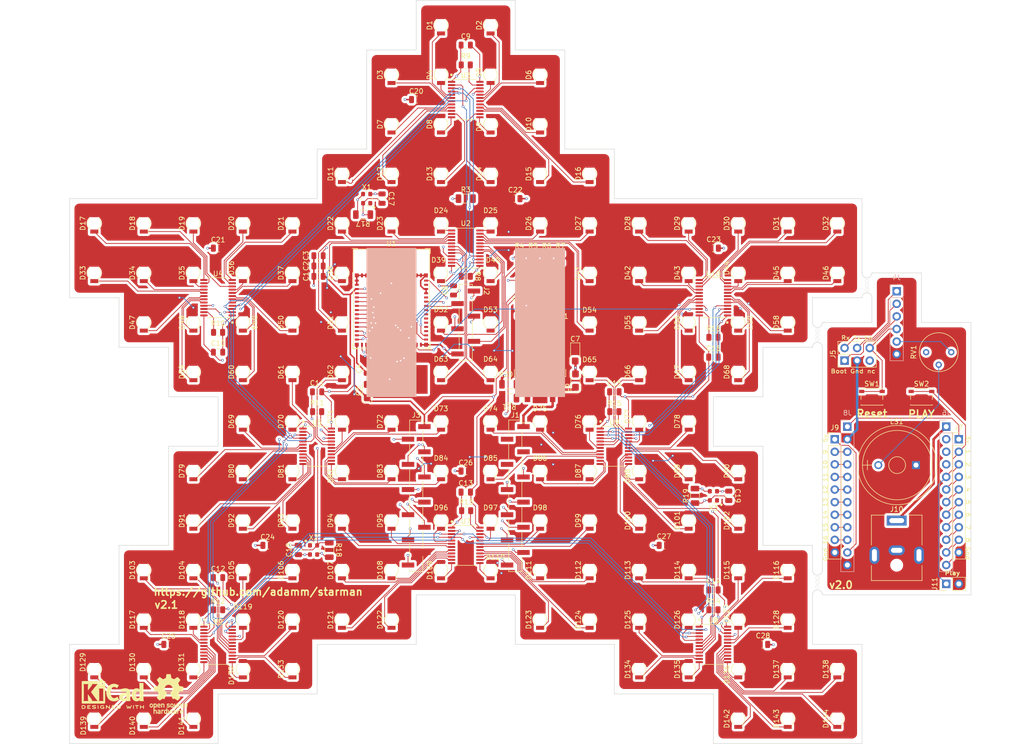
<source format=kicad_pcb>
(kicad_pcb (version 20211014) (generator pcbnew)
  (layers (0 "F.Cu" signal) (1 "In1.Cu" signal) (2 "In2.Cu" signal) (31 "B.Cu" signal) (34 "B.Paste" user) (35 "F.Paste" user) (36 "B.SilkS" user "B.Silkscreen") (37 "F.SilkS" user "F.Silkscreen") (38 "B.Mask" user) (39 "F.Mask" user) (44 "Edge.Cuts" user))
  (net 0 "")
  (net 1 "/SCLK")
  (net 2 "+3V3")
  (net 3 "+5V")
  (net 4 "/GPIO1")
  (net 5 "/GPIO2")
  (net 6 "/GPIO3")
  (net 7 "/GPIO4")
  (net 8 "/MISO")
  (net 9 "/MOSI")
  (net 10 "Net-(R8-Pad2)")
  (net 11 "Net-(R9-Pad2)")
  (net 12 "Net-(R10-Pad2)")
  (net 13 "/TXD")
  (net 14 "/RXD")
  (net 15 "/GPIO5")
  (net 16 "/GPIO6")
  (net 17 "/GPIO7")
  (net 18 "/GPIO8")
  (net 19 "/GPIO9")
  (net 20 "/GPIO10")
  (net 21 "/GPIO11")
  (net 22 "/GPIO12")
  (net 23 "/GPIO13")
  (net 24 "/GPIO14")
  (net 25 "/GPIO15")
  (net 26 "/GPIO16")
  (net 39 "VCC")
  (net 40 "/ext_GPIO2")
  (net 41 "/ext_GPIO3")
  (net 42 "/ext_GPIO4")
  (net 43 "/ext_GPIO5")
  (net 44 "/ext_GPIO6")
  (net 45 "/ext_GPIO7")
  (net 46 "/ext_GPIO8")
  (net 47 "+3.3VA")
  (net 48 "GNDA")
  (net 49 "/ext_GPIO9")
  (net 50 "/ext_GPIO10")
  (net 51 "/ext_GPIO11")
  (net 52 "/ext_GPIO12")
  (net 53 "/ext_GPIO13")
  (net 54 "/ext_GPIO14")
  (net 55 "/ext_GPIO15")
  (net 56 "/ext_GPIO16")
  (net 57 "+5VA")
  (net 58 "/ext_RXD")
  (net 59 "/ext_TXD")
  (net 60 "/GPIO0")
  (net 61 "/EN")
  (net 65 "Net-(R11-Pad2)")
  (net 66 "Net-(R12-Pad2)")
  (net 67 "/ext_GPIO0")
  (net 68 "Net-(R13-Pad2)")
  (net 69 "/ext_SOUND")
  (net 70 "Net-(LS1-Pad2)")
  (net 71 "/SOUND")
  (net 72 "Net-(R4-Pad2)")
  (net 73 "Net-(R5-Pad2)")
  (net 74 "Net-(R6-Pad2)")
  (net 75 "Net-(R7-Pad2)")
  (net 77 "GND")
  (net 79 "/LE")
  (net 80 "Net-(R16-Pad2)")
  (net 81 "Net-(R14-Pad2)")
  (net 82 "Net-(R15-Pad2)")
  (net 83 "Net-(U3-Pad22)")
  (net 84 "Net-(U5-Pad22)")
  (net 85 "Net-(U6-Pad22)")
  (net 86 "Net-(U10-Pad2)")
  (net 88 "Net-(U2-Pad22)")
  (net 89 "Net-(U4-Pad22)")
  (net 90 "Net-(U7-Pad22)")
  (net 91 "Net-(U8-Pad22)")
  (net 92 "Net-(D83-Pad1)")
  (net 93 "Net-(D84-Pad1)")
  (net 94 "Net-(D93-Pad1)")
  (net 95 "Net-(D81-Pad1)")
  (net 96 "Net-(D91-Pad1)")
  (net 97 "Net-(D69-Pad1)")
  (net 98 "Net-(D70-Pad1)")
  (net 99 "Net-(D80-Pad1)")
  (net 100 "Net-(D71-Pad1)")
  (net 101 "Net-(D72-Pad1)")
  (net 102 "/PWCLK1")
  (net 103 "/PWCLK2")
  (net 104 "/PWCLK3")
  (net 105 "Net-(D61-Pad1)")
  (net 106 "Net-(D62-Pad1)")
  (net 107 "Net-(D73-Pad1)")
  (net 108 "Net-(D79-Pad1)")
  (net 109 "Net-(D82-Pad1)")
  (net 110 "Net-(D92-Pad1)")
  (net 111 "Net-(D103-Pad1)")
  (net 112 "Net-(D104-Pad1)")
  (net 113 "Net-(D105-Pad1)")
  (net 114 "Net-(D106-Pad1)")
  (net 115 "Net-(D117-Pad1)")
  (net 116 "Net-(D118-Pad1)")
  (net 117 "Net-(D119-Pad1)")
  (net 118 "Net-(D120-Pad1)")
  (net 119 "Net-(D129-Pad1)")
  (net 120 "Net-(D130-Pad1)")
  (net 121 "Net-(D131-Pad1)")
  (net 122 "Net-(D132-Pad1)")
  (net 123 "Net-(D139-Pad1)")
  (net 124 "Net-(D140-Pad1)")
  (net 125 "Net-(D141-Pad1)")
  (net 130 "Net-(R20-Pad1)")
  (net 131 "Net-(J1-Pad1)")
  (net 132 "/ext_EN")
  (net 133 "/ext_GPIO1")
  (net 134 "Net-(U4-Pad6)")
  (net 135 "Net-(U4-Pad7)")
  (net 136 "Net-(U4-Pad5)")
  (net 137 "Net-(U4-Pad8)")
  (net 138 "Net-(U4-Pad12)")
  (net 139 "Net-(U4-Pad13)")
  (net 140 "Net-(U4-Pad9)")
  (net 141 "Net-(U4-Pad10)")
  (net 142 "Net-(U4-Pad11)")
  (net 143 "Net-(U4-Pad14)")
  (net 144 "Net-(U3-Pad15)")
  (net 145 "Net-(U3-Pad14)")
  (net 146 "Net-(U3-Pad13)")
  (net 147 "Net-(U3-Pad12)")
  (net 148 "Net-(U3-Pad11)")
  (net 149 "Net-(U3-Pad10)")
  (net 150 "Net-(U3-Pad17)")
  (net 151 "Net-(U3-Pad20)")
  (net 152 "Net-(U3-Pad5)")
  (net 153 "Net-(U3-Pad9)")
  (net 154 "Net-(U2-Pad20)")
  (net 155 "Net-(U3-Pad16)")
  (net 156 "Net-(U3-Pad19)")
  (net 157 "Net-(U3-Pad6)")
  (net 158 "Net-(U3-Pad8)")
  (net 159 "Net-(U2-Pad19)")
  (net 160 "Net-(U3-Pad18)")
  (net 161 "Net-(U3-Pad7)")
  (net 162 "Net-(U2-Pad15)")
  (net 163 "Net-(U2-Pad14)")
  (net 164 "Net-(U2-Pad13)")
  (net 165 "Net-(U2-Pad12)")
  (net 166 "Net-(U2-Pad11)")
  (net 167 "Net-(U2-Pad10)")
  (net 168 "Net-(U4-Pad17)")
  (net 169 "Net-(U4-Pad16)")
  (net 170 "Net-(U4-Pad15)")
  (net 171 "Net-(U2-Pad17)")
  (net 172 "Net-(D40-Pad1)")
  (net 173 "Net-(U2-Pad9)")
  (net 174 "Net-(U4-Pad18)")
  (net 175 "Net-(U4-Pad20)")
  (net 176 "Net-(U2-Pad16)")
  (net 177 "Net-(U2-Pad6)")
  (net 178 "Net-(U2-Pad8)")
  (net 179 "Net-(U4-Pad19)")
  (net 180 "Net-(U2-Pad18)")
  (net 181 "Net-(U2-Pad7)")
  (net 182 "Net-(U10-Pad13)")
  (net 183 "Net-(U10-Pad14)")
  (net 184 "Net-(U10-Pad15)")
  (net 185 "Net-(U10-Pad11)")
  (net 186 "Net-(U10-Pad12)")
  (net 187 "Net-(U10-Pad17)")
  (net 188 "Net-(U10-Pad16)")
  (net 189 "Net-(U10-Pad10)")
  (net 190 "Net-(U10-Pad9)")
  (net 191 "Net-(U10-Pad8)")
  (net 192 "Net-(U10-Pad18)")
  (net 193 "Net-(U10-Pad20)")
  (net 194 "Net-(U10-Pad5)")
  (net 195 "Net-(U10-Pad7)")
  (net 196 "Net-(U9-Pad5)")
  (net 197 "Net-(U9-Pad6)")
  (net 198 "Net-(U10-Pad19)")
  (net 199 "Net-(U10-Pad6)")
  (net 200 "Net-(U9-Pad9)")
  (net 201 "Net-(U9-Pad8)")
  (net 202 "Net-(U9-Pad7)")
  (net 203 "Net-(U9-Pad20)")
  (net 204 "Net-(U9-Pad19)")
  (net 205 "Net-(U9-Pad10)")
  (net 206 "Net-(U9-Pad11)")
  (net 207 "Net-(U9-Pad12)")
  (net 208 "Net-(U9-Pad13)")
  (net 209 "Net-(U9-Pad17)")
  (net 210 "Net-(U9-Pad18)")
  (net 211 "Net-(U7-Pad7)")
  (net 212 "Net-(U7-Pad6)")
  (net 213 "Net-(U7-Pad5)")
  (net 214 "Net-(U7-Pad20)")
  (net 215 "Net-(U7-Pad19)")
  (net 216 "Net-(U7-Pad18)")
  (net 217 "Net-(U9-Pad16)")
  (net 218 "Net-(U9-Pad15)")
  (net 219 "Net-(U9-Pad14)")
  (net 220 "Net-(U7-Pad9)")
  (net 221 "Net-(U7-Pad8)")
  (net 222 "Net-(U7-Pad12)")
  (net 223 "Net-(U7-Pad13)")
  (net 224 "Net-(U7-Pad17)")
  (net 225 "Net-(U7-Pad16)")
  (net 226 "Net-(U8-Pad6)")
  (net 227 "Net-(U8-Pad7)")
  (net 228 "Net-(U8-Pad8)")
  (net 229 "Net-(U8-Pad9)")
  (net 230 "Net-(U7-Pad10)")
  (net 231 "Net-(U7-Pad11)")
  (net 232 "Net-(U7-Pad14)")
  (net 233 "Net-(U7-Pad15)")
  (net 234 "Net-(U8-Pad10)")
  (net 235 "Net-(U8-Pad5)")
  (net 236 "Net-(U8-Pad20)")
  (net 237 "Net-(U8-Pad19)")
  (net 238 "Net-(U6-Pad14)")
  (net 239 "Net-(U8-Pad11)")
  (net 240 "Net-(U8-Pad12)")
  (net 241 "Net-(U8-Pad13)")
  (net 242 "Net-(U8-Pad14)")
  (net 243 "Net-(U8-Pad15)")
  (net 244 "Net-(U8-Pad18)")
  (net 245 "Net-(U8-Pad17)")
  (net 246 "Net-(U8-Pad16)")
  (footprint "Capacitor_SMD:C_0805_2012Metric" (layer "F.Cu") (at 80.275 83.6)
    (fp_text reference "C2")
    (fp_text value "10uF")
  )
  (footprint "Capacitor_SMD:C_0805_2012Metric" (layer "F.Cu") (at 80.275 81.525)
    (fp_text reference "C3")
    (fp_text value "1uF")
  )
  (footprint "Capacitor_SMD:C_0805_2012Metric" (layer "F.Cu") (at 90.1 104.3375 90)
    (fp_text reference "C4")
    (fp_text value "1uF")
  )
  (footprint "Capacitor_Tantalum_SMD:CP_EIA-3216-10_Kemet-I" (layer "F.Cu") (at 90.1 108.85 90)
    (fp_text reference "C5")
    (fp_text value "10uF")
  )
  (footprint "Capacitor_Tantalum_SMD:CP_EIA-3216-10_Kemet-I" (layer "F.Cu") (at 132.15 106.75 90)
    (fp_text reference "C6")
    (fp_text value "10uF")
  )
  (footprint "Capacitor_Tantalum_SMD:CP_EIA-3216-10_Kemet-I" (layer "F.Cu") (at 132.1 101.425 -90)
    (fp_text reference "C7")
    (fp_text value "22uF")
  )
  (footprint "starman:LED_Osram_Lx_P47F_D2mm_ReverseMount" (layer "F.Cu") (at 105 35 90)
    (fp_text reference "D1")
    (fp_text value "LED")
  )
  (footprint "starman:LED_Osram_Lx_P47F_D2mm_ReverseMount" (layer "F.Cu") (at 115 35 90)
    (fp_text reference "D2")
    (fp_text value "LED")
  )
  (footprint "starman:LED_Osram_Lx_P47F_D2mm_ReverseMount" (layer "F.Cu") (at 95 45 90)
    (fp_text reference "D3")
    (fp_text value "LED")
  )
  (footprint "starman:LED_Osram_Lx_P47F_D2mm_ReverseMount" (layer "F.Cu") (at 105 45 90)
    (fp_text reference "D4")
    (fp_text value "LED")
  )
  (footprint "starman:LED_Osram_Lx_P47F_D2mm_ReverseMount" (layer "F.Cu") (at 115 45 90)
    (fp_text reference "D5")
    (fp_text value "LED")
  )
  (footprint "starman:LED_Osram_Lx_P47F_D2mm_ReverseMount" (layer "F.Cu") (at 125 45 90)
    (fp_text reference "D6")
    (fp_text value "LED")
  )
  (footprint "starman:LED_Osram_Lx_P47F_D2mm_ReverseMount" (layer "F.Cu") (at 105 55 90)
    (fp_text reference "D8")
    (fp_text value "LED")
  )
  (footprint "starman:LED_Osram_Lx_P47F_D2mm_ReverseMount" (layer "F.Cu") (at 115 55 90)
    (fp_text reference "D9")
    (fp_text value "LED")
  )
  (footprint "starman:LED_Osram_Lx_P47F_D2mm_ReverseMount" (layer "F.Cu") (at 125 55 90)
    (fp_text reference "D10")
    (fp_text value "LED")
  )
  (footprint "starman:LED_Osram_Lx_P47F_D2mm_ReverseMount" (layer "F.Cu") (at 85 65 90)
    (fp_text reference "D11")
    (fp_text value "LED")
  )
  (footprint "starman:LED_Osram_Lx_P47F_D2mm_ReverseMount" (layer "F.Cu") (at 95 65 90)
    (fp_text reference "D12")
    (fp_text value "LED")
  )
  (footprint "starman:LED_Osram_Lx_P47F_D2mm_ReverseMount" (layer "F.Cu") (at 115 65 90)
    (fp_text reference "D14")
    (fp_text value "LED")
  )
  (footprint "starman:LED_Osram_Lx_P47F_D2mm_ReverseMount" (layer "F.Cu") (at 125 65 90)
    (fp_text reference "D15")
    (fp_text value "LED")
  )
  (footprint "starman:LED_Osram_Lx_P47F_D2mm_ReverseMount" (layer "F.Cu") (at 135 65 90)
    (fp_text reference "D16")
    (fp_text value "LED")
  )
  (footprint "starman:LED_Osram_Lx_P47F_D2mm_ReverseMount" (layer "F.Cu") (at 35 75 90)
    (fp_text reference "D17")
    (fp_text value "LED")
  )
  (footprint "starman:LED_Osram_Lx_P47F_D2mm_ReverseMount" (layer "F.Cu") (at 45 75 90)
    (fp_text reference "D18")
    (fp_text value "LED")
  )
  (footprint "starman:LED_Osram_Lx_P47F_D2mm_ReverseMount" (layer "F.Cu") (at 55 75 90)
    (fp_text reference "D19")
    (fp_text value "LED")
  )
  (footprint "starman:LED_Osram_Lx_P47F_D2mm_ReverseMount" (layer "F.Cu") (at 65 75 90)
    (fp_text reference "D20")
    (fp_text value "LED")
  )
  (footprint "starman:LED_Osram_Lx_P47F_D2mm_ReverseMount" (layer "F.Cu") (at 75 75 90)
    (fp_text reference "D21")
    (fp_text value "LED")
  )
  (footprint "starman:LED_Osram_Lx_P47F_D2mm_ReverseMount" (layer "F.Cu") (at 85 75 90)
    (fp_text reference "D22")
    (fp_text value "LED")
  )
  (footprint "starman:LED_Osram_Lx_P47F_D2mm_ReverseMount" (layer "F.Cu") (at 95 75 90)
    (fp_text reference "D23")
    (fp_text value "LED")
  )
  (footprint "starman:LED_Osram_Lx_P47F_D2mm_ReverseMount" (layer "F.Cu") (at 115 75 90)
    (fp_text reference "D25")
    (fp_text value "LED")
  )
  (footprint "starman:LED_Osram_Lx_P47F_D2mm_ReverseMount" (layer "F.Cu") (at 125 75 90)
    (fp_text reference "D26")
    (fp_text value "LED")
  )
  (footprint "starman:LED_Osram_Lx_P47F_D2mm_ReverseMount" (layer "F.Cu") (at 135 75 90)
    (fp_text reference "D27")
    (fp_text value "LED")
  )
  (footprint "starman:LED_Osram_Lx_P47F_D2mm_ReverseMount" (layer "F.Cu") (at 145 75 90)
    (fp_text reference "D28")
    (fp_text value "LED")
  )
  (footprint "starman:LED_Osram_Lx_P47F_D2mm_ReverseMount" (layer "F.Cu") (at 155 75 90)
    (fp_text reference "D29")
    (fp_text value "LED")
  )
  (footprint "starman:LED_Osram_Lx_P47F_D2mm_ReverseMount" (layer "F.Cu") (at 165 75 90)
    (fp_text reference "D30")
    (fp_text value "LED")
  )
  (footprint "starman:LED_Osram_Lx_P47F_D2mm_ReverseMount" (layer "F.Cu") (at 175 75 90)
    (fp_text reference "D31")
    (fp_text value "LED")
  )
  (footprint "starman:LED_Osram_Lx_P47F_D2mm_ReverseMount" (layer "F.Cu") (at 185 75 90)
    (fp_text reference "D32")
    (fp_text value "LED")
  )
  (footprint "starman:LED_Osram_Lx_P47F_D2mm_ReverseMount" (layer "F.Cu") (at 35 85 90)
    (fp_text reference "D33")
    (fp_text value "LED")
  )
  (footprint "starman:LED_Osram_Lx_P47F_D2mm_ReverseMount" (layer "F.Cu") (at 45 85 90)
    (fp_text reference "D34")
    (fp_text value "LED")
  )
  (footprint "starman:LED_Osram_Lx_P47F_D2mm_ReverseMount" (layer "F.Cu") (at 65 85 90)
    (fp_text reference "D36")
    (fp_text value "LED")
  )
  (footprint "starman:LED_Osram_Lx_P47F_D2mm_ReverseMount" (layer "F.Cu") (at 75 85 90)
    (fp_text reference "D37")
    (fp_text value "LED")
  )
  (footprint "starman:LED_Osram_Lx_P47F_D2mm_ReverseMount" (layer "F.Cu") (at 105 85 90)
    (fp_text reference "D39")
    (fp_text value "LED")
  )
  (footprint "starman:LED_Osram_Lx_P47F_D2mm_ReverseMount" (layer "F.Cu") (at 115 85 90)
    (fp_text reference "D40")
    (fp_text value "LED")
  )
  (footprint "starman:LED_Osram_Lx_P47F_D2mm_ReverseMount" (layer "F.Cu") (at 135 85 90)
    (fp_text reference "D41")
    (fp_text value "LED")
  )
  (footprint "starman:LED_Osram_Lx_P47F_D2mm_ReverseMount" (layer "F.Cu") (at 145 85 90)
    (fp_text reference "D42")
    (fp_text value "LED")
  )
  (footprint "starman:LED_Osram_Lx_P47F_D2mm_ReverseMount" (layer "F.Cu") (at 155 85 90)
    (fp_text reference "D43")
    (fp_text value "LED")
  )
  (footprint "starman:LED_Osram_Lx_P47F_D2mm_ReverseMount" (layer "F.Cu") (at 165 85 90)
    (fp_text reference "D44")
    (fp_text value "LED")
  )
  (footprint "starman:LED_Osram_Lx_P47F_D2mm_ReverseMount" (layer "F.Cu") (at 175 85 90)
    (fp_text reference "D45")
    (fp_text value "LED")
  )
  (footprint "starman:LED_Osram_Lx_P47F_D2mm_ReverseMount" (layer "F.Cu") (at 185 85 90)
    (fp_text reference "D46")
    (fp_text value "LED")
  )
  (footprint "starman:LED_Osram_Lx_P47F_D2mm_ReverseMount" (layer "F.Cu") (at 45 95 90)
    (fp_text reference "D47")
    (fp_text value "LED")
  )
  (footprint "starman:LED_Osram_Lx_P47F_D2mm_ReverseMount" (layer "F.Cu") (at 55 95 90)
    (fp_text reference "D48")
    (fp_text value "LED")
  )
  (footprint "starman:LED_Osram_Lx_P47F_D2mm_ReverseMount" (layer "F.Cu") (at 65 95 90)
    (fp_text reference "D49")
    (fp_text value "LED")
  )
  (footprint "starman:LED_Osram_Lx_P47F_D2mm_ReverseMount" (layer "F.Cu") (at 75 95 90)
    (fp_text reference "D50")
    (fp_text value "LED")
  )
  (footprint "starman:LED_Osram_Lx_P47F_D2mm_ReverseMount" (layer "F.Cu") (at 85 95 90)
    (fp_text reference "D51")
    (fp_text value "LED")
  )
  (footprint "starman:LED_Osram_Lx_P47F_D2mm_ReverseMount" (layer "F.Cu") (at 105 95 90)
    (fp_text reference "D52")
    (fp_text value "LED")
  )
  (footprint "starman:LED_Osram_Lx_P47F_D2mm_ReverseMount" (layer "F.Cu") (at 115 95 90)
    (fp_text reference "D53")
    (fp_text value "LED")
  )
  (footprint "starman:LED_Osram_Lx_P47F_D2mm_ReverseMount" (layer "F.Cu") (at 135 95 90)
    (fp_text reference "D54")
    (fp_text value "LED")
  )
  (footprint "starman:LED_Osram_Lx_P47F_D2mm_ReverseMount" (layer "F.Cu") (at 145 95 90)
    (fp_text reference "D55")
    (fp_text value "LED")
  )
  (footprint "starman:LED_Osram_Lx_P47F_D2mm_ReverseMount" (layer "F.Cu") (at 155 95 90)
    (fp_text reference "D56")
    (fp_text value "LED")
  )
  (footprint "starman:LED_Osram_Lx_P47F_D2mm_ReverseMount" (layer "F.Cu") (at 165 95 90)
    (fp_text reference "D57")
    (fp_text value "LED")
  )
  (footprint "starman:LED_Osram_Lx_P47F_D2mm_ReverseMount" (layer "F.Cu") (at 175 95 90)
    (fp_text reference "D58")
    (fp_text value "LED")
  )
  (footprint "starman:LED_Osram_Lx_P47F_D2mm_ReverseMount" (layer "F.Cu") (at 55 105 90)
    (fp_text reference "D59")
    (fp_text value "LED")
  )
  (footprint "starman:LED_Osram_Lx_P47F_D2mm_ReverseMount" (layer "F.Cu") (at 65 105 90)
    (fp_text reference "D60")
    (fp_text value "LED")
  )
  (footprint "starman:LED_Osram_Lx_P47F_D2mm_ReverseMount" (layer "F.Cu") (at 75 105 90)
    (fp_text reference "D61")
    (fp_text value "LED")
  )
  (footprint "starman:LED_Osram_Lx_P47F_D2mm_ReverseMount" (layer "F.Cu") (at 85 105 90)
    (fp_text reference "D62")
    (fp_text value "LED")
  )
  (footprint "starman:LED_Osram_Lx_P47F_D2mm_ReverseMount" (layer "F.Cu") (at 115 105 90)
    (fp_text reference "D64")
    (fp_text value "LED")
  )
  (footprint "starman:LED_Osram_Lx_P47F_D2mm_ReverseMount" (layer "F.Cu") (at 135 105 90)
    (fp_text reference "D65")
    (fp_text value "LED")
  )
  (footprint "starman:LED_Osram_Lx_P47F_D2mm_ReverseMount" (layer "F.Cu") (at 65 115 90)
    (fp_text reference "D69")
    (fp_text value "LED")
  )
  (footprint "starman:LED_Osram_Lx_P47F_D2mm_ReverseMount" (layer "F.Cu") (at 75 115 90)
    (fp_text reference "D70")
    (fp_text value "LED")
  )
  (footprint "starman:LED_Osram_Lx_P47F_D2mm_ReverseMount" (layer "F.Cu") (at 85 115 90)
    (fp_text reference "D71")
    (fp_text value "LED")
  )
  (footprint "starman:LED_Osram_Lx_P47F_D2mm_ReverseMount" (layer "F.Cu") (at 95 115 90)
    (fp_text reference "D72")
    (fp_text value "LED")
  )
  (footprint "starman:LED_Osram_Lx_P47F_D2mm_ReverseMount" (layer "F.Cu") (at 105 115 90)
    (fp_text reference "D73")
    (fp_text value "LED")
  )
  (footprint "starman:LED_Osram_Lx_P47F_D2mm_ReverseMount" (layer "F.Cu") (at 115 115 90)
    (fp_text reference "D74")
    (fp_text value "LED")
  )
  (footprint "starman:LED_Osram_Lx_P47F_D2mm_ReverseMount" (layer "F.Cu") (at 125 115 90)
    (fp_text reference "D75")
    (fp_text value "LED")
  )
  (footprint "starman:LED_Osram_Lx_P47F_D2mm_ReverseMount" (layer "F.Cu") (at 135 115 90)
    (fp_text reference "D76")
    (fp_text value "LED")
  )
  (footprint "starman:LED_Osram_Lx_P47F_D2mm_ReverseMount" (layer "F.Cu") (at 145 115 90)
    (fp_text reference "D77")
    (fp_text value "LED")
  )
  (footprint "starman:LED_Osram_Lx_P47F_D2mm_ReverseMount" (layer "F.Cu") (at 155 115 90)
    (fp_text reference "D78")
    (fp_text value "LED")
  )
  (footprint "starman:LED_Osram_Lx_P47F_D2mm_ReverseMount" (layer "F.Cu") (at 55 125 90)
    (fp_text reference "D79")
    (fp_text value "LED")
  )
  (footprint "starman:LED_Osram_Lx_P47F_D2mm_ReverseMount" (layer "F.Cu") (at 115 125 90)
    (fp_text reference "D85")
    (fp_text value "LED")
  )
  (footprint "starman:LED_Osram_Lx_P47F_D2mm_ReverseMount" (layer "F.Cu") (at 125 125 90)
    (fp_text reference "D86")
    (fp_text value "LED")
  )
  (footprint "starman:LED_Osram_Lx_P47F_D2mm_ReverseMount" (layer "F.Cu") (at 135 125 90)
    (fp_text reference "D87")
    (fp_text value "LED")
  )
  (footprint "starman:LED_Osram_Lx_P47F_D2mm_ReverseMount" (layer "F.Cu") (at 145 125 90)
    (fp_text reference "D88")
    (fp_text value "LED")
  )
  (footprint "starman:LED_Osram_Lx_P47F_D2mm_ReverseMount" (layer "F.Cu") (at 155 125 90)
    (fp_text reference "D89")
    (fp_text value "LED")
  )
  (footprint "Package_SO:TSSOP-24_4.4x7.8mm_P0.65mm" (layer "F.Cu") (at 160 160)
    (fp_text reference "U8")
    (fp_text value "LED1642GWTTR")
  )
  (footprint "Package_SO:TSSOP-24_4.4x7.8mm_P0.65mm" (layer "F.Cu") (at 140 120)
    (fp_text reference "U9")
    (fp_text value "LED1642GWTTR")
  )
  (footprint "starman:LED_Osram_Lx_P47F_D2mm_ReverseMount" (layer "F.Cu") (at 105 75 90)
    (fp_text reference "D24")
    (fp_text value "LED")
  )
  (footprint "starman:LED_Osram_Lx_P47F_D2mm_ReverseMount" (layer "F.Cu") (at 55 85 90)
    (fp_text reference "D35")
    (fp_text value "LED")
  )
  (footprint "starman:LED_Osram_Lx_P47F_D2mm_ReverseMount" (layer "F.Cu") (at 165 125 90)
    (fp_text reference "D90")
    (fp_text value "LED")
  )
  (footprint "starman:LED_Osram_Lx_P47F_D2mm_ReverseMount" (layer "F.Cu") (at 55 135 90)
    (fp_text reference "D91")
    (fp_text value "LED")
  )
  (footprint "starman:LED_Osram_Lx_P47F_D2mm_ReverseMount" (layer "F.Cu") (at 65 135 90)
    (fp_text reference "D92")
    (fp_text value "LED")
  )
  (footprint "starman:LED_Osram_Lx_P47F_D2mm_ReverseMount" (layer "F.Cu") (at 75 135 90)
    (fp_text reference "D93")
    (fp_text value "LED")
  )
  (footprint "starman:LED_Osram_Lx_P47F_D2mm_ReverseMount" (layer "F.Cu") (at 85 135 90)
    (fp_text reference "D94")
    (fp_text value "LED")
  )
  (footprint "starman:LED_Osram_Lx_P47F_D2mm_ReverseMount" (layer "F.Cu") (at 95 135 90)
    (fp_text reference "D95")
    (fp_text value "LED")
  )
  (footprint "starman:LED_Osram_Lx_P47F_D2mm_ReverseMount" (layer "F.Cu") (at 105 135 90)
    (fp_text reference "D96")
    (fp_text value "LED")
  )
  (footprint "starman:LED_Osram_Lx_P47F_D2mm_ReverseMount" (layer "F.Cu") (at 115 135 90)
    (fp_text reference "D97")
    (fp_text value "LED")
  )
  (footprint "starman:LED_Osram_Lx_P47F_D2mm_ReverseMount" (layer "F.Cu") (at 125 135 90)
    (fp_text reference "D98")
    (fp_text value "LED")
  )
  (footprint "starman:LED_Osram_Lx_P47F_D2mm_ReverseMount" (layer "F.Cu") (at 135 135 90)
    (fp_text reference "D99")
    (fp_text value "LED")
  )
  (footprint "starman:LED_Osram_Lx_P47F_D2mm_ReverseMount" (layer "F.Cu") (at 145 135 90)
    (fp_text reference "D100")
    (fp_text value "LED")
  )
  (footprint "starman:LED_Osram_Lx_P47F_D2mm_ReverseMount" (layer "F.Cu") (at 155 135 90)
    (fp_text reference "D101")
    (fp_text value "LED")
  )
  (footprint "starman:LED_Osram_Lx_P47F_D2mm_ReverseMount" (layer "F.Cu") (at 165 135 90)
    (fp_text reference "D102")
    (fp_text value "LED")
  )
  (footprint "starman:LED_Osram_Lx_P47F_D2mm_ReverseMount" (layer "F.Cu") (at 45 145 90)
    (fp_text reference "D103")
    (fp_text value "LED")
  )
  (footprint "starman:LED_Osram_Lx_P47F_D2mm_ReverseMount" (layer "F.Cu") (at 55 145 90)
    (fp_text reference "D104")
    (fp_text value "LED")
  )
  (footprint "starman:LED_Osram_Lx_P47F_D2mm_ReverseMount" (layer "F.Cu") (at 75 145 90)
    (fp_text reference "D106")
    (fp_text value "LED")
  )
  (footprint "starman:LED_Osram_Lx_P47F_D2mm_ReverseMount" (layer "F.Cu") (at 85 145 90)
    (fp_text reference "D107")
    (fp_text value "LED")
  )
  (footprint "starman:LED_Osram_Lx_P47F_D2mm_ReverseMount" (layer "F.Cu") (at 95 145 90)
    (fp_text reference "D108")
    (fp_text value "LED")
  )
  (footprint "starman:LED_Osram_Lx_P47F_D2mm_ReverseMount" (layer "F.Cu") (at 105 145 90)
    (fp_text reference "D109")
    (fp_text value "LED")
  )
  (footprint "starman:LED_Osram_Lx_P47F_D2mm_ReverseMount" (layer "F.Cu") (at 115 145 90)
    (fp_text reference "D110")
    (fp_text value "LED")
  )
  (footprint "starman:LED_Osram_Lx_P47F_D2mm_ReverseMount" (layer "F.Cu") (at 125 145 90)
    (fp_text reference "D111")
    (fp_text value "LED")
  )
  (footprint "starman:LED_Osram_Lx_P47F_D2mm_ReverseMount" (layer "F.Cu") (at 135 145 90)
    (fp_text reference "D112")
    (fp_text value "LED")
  )
  (footprint "starman:LED_Osram_Lx_P47F_D2mm_ReverseMount" (layer "F.Cu") (at 145 145 90)
    (fp_text reference "D113")
    (fp_text value "LED")
  )
  (footprint "starman:LED_Osram_Lx_P47F_D2mm_ReverseMount" (layer "F.Cu") (at 155 145 90)
    (fp_text reference "D114")
    (fp_text value "LED")
  )
  (footprint "starman:LED_Osram_Lx_P47F_D2mm_ReverseMount" (layer "F.Cu") (at 165 145 90)
    (fp_text reference "D115")
    (fp_text value "LED")
  )
  (footprint "starman:LED_Osram_Lx_P47F_D2mm_ReverseMount" (layer "F.Cu") (at 175 145 90)
    (fp_text reference "D116")
    (fp_text value "LED")
  )
  (footprint "starman:LED_Osram_Lx_P47F_D2mm_ReverseMount" (layer "F.Cu") (at 45 155 90)
    (fp_text reference "D117")
    (fp_text value "LED")
  )
  (footprint "starman:LED_Osram_Lx_P47F_D2mm_ReverseMount" (layer "F.Cu") (at 55 155 90)
    (fp_text reference "D118")
    (fp_text value "LED")
  )
  (footprint "starman:LED_Osram_Lx_P47F_D2mm_ReverseMount" (layer "F.Cu") (at 65 155 90)
    (fp_text reference "D119")
    (fp_text value "LED")
  )
  (footprint "starman:LED_Osram_Lx_P47F_D2mm_ReverseMount" (layer "F.Cu") (at 75 155 90)
    (fp_text reference "D120")
    (fp_text value "LED")
  )
  (footprint "starman:LED_Osram_Lx_P47F_D2mm_ReverseMount" (layer "F.Cu") (at 85 155 90)
    (fp_text reference "D121")
    (fp_text value "LED")
  )
  (footprint "starman:LED_Osram_Lx_P47F_D2mm_ReverseMount" (layer "F.Cu") (at 95 155 90)
    (fp_text reference "D122")
    (fp_text value "LED")
  )
  (footprint "starman:LED_Osram_Lx_P47F_D2mm_ReverseMount" (layer "F.Cu") (at 125 155 90)
    (fp_text reference "D123")
    (fp_text value "LED")
  )
  (footprint "starman:LED_Osram_Lx_P47F_D2mm_ReverseMount" (layer "F.Cu") (at 135 155 90)
    (fp_text reference "D124")
    (fp_text value "LED")
  )
  (footprint "starman:LED_Osram_Lx_P47F_D2mm_ReverseMount" (layer "F.Cu") (at 145 155 90)
    (fp_text reference "D125")
    (fp_text value "LED")
  )
  (footprint "starman:LED_Osram_Lx_P47F_D2mm_ReverseMount" (layer "F.Cu") (at 165 155 90)
    (fp_text reference "D127")
    (fp_text value "LED")
  )
  (footprint "starman:LED_Osram_Lx_P47F_D2mm_ReverseMount" (layer "F.Cu") (at 175 155 90)
    (fp_text reference "D128")
    (fp_text value "LED")
  )
  (footprint "starman:LED_Osram_Lx_P47F_D2mm_ReverseMount" (layer "F.Cu") (at 35 165 90)
    (fp_text reference "D129")
    (fp_text value "LED")
  )
  (footprint "starman:LED_Osram_Lx_P47F_D2mm_ReverseMount" (layer "F.Cu") (at 45 165 90)
    (fp_text reference "D130")
    (fp_text value "LED")
  )
  (footprint "starman:LED_Osram_Lx_P47F_D2mm_ReverseMount" (layer "F.Cu") (at 55 165 90)
    (fp_text reference "D131")
    (fp_text value "LED")
  )
  (footprint "starman:LED_Osram_Lx_P47F_D2mm_ReverseMount" (layer "F.Cu") (at 65 165 90)
    (fp_text reference "D132")
    (fp_text value "LED")
  )
  (footprint "starman:LED_Osram_Lx_P47F_D2mm_ReverseMount" (layer "F.Cu") (at 75 165 90)
    (fp_text reference "D133")
    (fp_text value "LED")
  )
  (footprint "starman:LED_Osram_Lx_P47F_D2mm_ReverseMount" (layer "F.Cu") (at 145 165 90)
    (fp_text reference "D134")
    (fp_text value "LED")
  )
  (footprint "starman:LED_Osram_Lx_P47F_D2mm_ReverseMount" (layer "F.Cu") (at 155 165 90)
    (fp_text reference "D135")
    (fp_text value "LED")
  )
  (footprint "starman:LED_Osram_Lx_P47F_D2mm_ReverseMount" (layer "F.Cu") (at 165 165 90)
    (fp_text reference "D136")
    (fp_text value "LED")
  )
  (footprint "starman:LED_Osram_Lx_P47F_D2mm_ReverseMount" (layer "F.Cu") (at 175 165 90)
    (fp_text reference "D137")
    (fp_text value "LED")
  )
  (footprint "starman:LED_Osram_Lx_P47F_D2mm_ReverseMount" (layer "F.Cu") (at 185 165 90)
    (fp_text reference "D138")
    (fp_text value "LED")
  )
  (footprint "Package_SO:TSSOP-24_4.4x7.8mm_P0.65mm" (layer "F.Cu") (at 80 120)
    (fp_text reference "U5")
    (fp_text value "LED1642GWTTR")
  )
  (footprint "Package_SO:TSSOP-24_4.4x7.8mm_P0.65mm" (layer "F.Cu") (at 110 50)
    (fp_text reference "U3")
    (fp_text value "LED1642GWTTR")
  )
  (footprint "Package_SO:TSSOP-24_4.4x7.8mm_P0.65mm" (layer "F.Cu") (at 110 80 180)
    (fp_text reference "U2")
    (fp_text value "LED1642GWTTR")
  )
  (footprint "Package_SO:TSSOP-24_4.4x7.8mm_P0.65mm" (layer "F.Cu") (at 60 90 180)
    (fp_text reference "U4")
    (fp_text value "LED1642GWTTR")
  )
  (footprint "starman:LED_Osram_Lx_P47F_D2mm_ReverseMount" (layer "F.Cu") (at 105 105 90)
    (fp_text reference "D63")
    (fp_text value "LED")
  )
  (footprint "starman:LED_Osram_Lx_P47F_D2mm_ReverseMount" (layer "F.Cu") (at 65 125 90)
    (fp_text reference "D80")
    (fp_text value "LED")
  )
  (footprint "starman:LED_Osram_Lx_P47F_D2mm_ReverseMount" (layer "F.Cu") (at 75 125 90)
    (fp_text reference "D81")
    (fp_text value "LED")
  )
  (footprint "starman:LED_Osram_Lx_P47F_D2mm_ReverseMount" (layer "F.Cu") (at 85 125 90)
    (fp_text reference "D82")
    (fp_text value "LED")
  )
  (footprint "starman:LED_Osram_Lx_P47F_D2mm_ReverseMount" (layer "F.Cu") (at 95 125 90)
    (fp_text reference "D83")
    (fp_text value "LED")
  )
  (footprint "starman:LED_Osram_Lx_P47F_D2mm_ReverseMount" (layer "F.Cu") (at 105 125 90)
    (fp_text reference "D84")
    (fp_text value "LED")
  )
  (footprint "starman:LED_Osram_Lx_P47F_D2mm_ReverseMount" (layer "F.Cu") (at 145 105 90)
    (fp_text reference "D66")
    (fp_text value "LED")
  )
  (footprint "starman:LED_Osram_Lx_P47F_D2mm_ReverseMount" (layer "F.Cu") (at 155 105 90)
    (fp_text reference "D67")
    (fp_text value "LED")
  )
  (footprint "starman:LED_Osram_Lx_P47F_D2mm_ReverseMount" (layer "F.Cu") (at 165 105 90)
    (fp_text reference "D68")
    (fp_text value "LED")
  )
  (footprint "starman:LED_Osram_Lx_P47F_D2mm_ReverseMount" (layer "F.Cu") (at 35 175 90)
    (fp_text reference "D139")
    (fp_text value "LED")
  )
  (footprint "starman:LED_Osram_Lx_P47F_D2mm_ReverseMount" (layer "F.Cu") (at 45 175 90)
    (fp_text reference "D140")
    (fp_text value "LED")
  )
  (footprint "starman:LED_Osram_Lx_P47F_D2mm_ReverseMount" (layer "F.Cu") (at 55 175 90)
    (fp_text reference "D141")
    (fp_text value "LED")
  )
  (footprint "starman:LED_Osram_Lx_P47F_D2mm_ReverseMount" (layer "F.Cu") (at 165 175 90)
    (fp_text reference "D142")
    (fp_text value "LED")
  )
  (footprint "starman:LED_Osram_Lx_P47F_D2mm_ReverseMount" (layer "F.Cu") (at 175 175 90)
    (fp_text reference "D143")
    (fp_text value "LED")
  )
  (footprint "starman:LED_Osram_Lx_P47F_D2mm_ReverseMount" (layer "F.Cu") (at 185 175 90)
    (fp_text reference "D144")
    (fp_text value "LED")
  )
  (footprint "starman:LED_Osram_Lx_P47F_D2mm_ReverseMount" (layer "F.Cu") (at 85 85 90)
    (fp_text reference "D38")
    (fp_text value "LED")
  )
  (footprint "starman:LED_Osram_Lx_P47F_D2mm_ReverseMount" (layer "F.Cu") (at 95 55 90)
    (fp_text reference "D7")
    (fp_text value "LED")
  )
  (footprint "starman:LED_Osram_Lx_P47F_D2mm_ReverseMount" (layer "F.Cu") (at 105 65 90)
    (fp_text reference "D13")
    (fp_text value "LED")
  )
  (footprint "Package_SO:TSSOP-24_4.4x7.8mm_P0.65mm" (layer "F.Cu") (at 110 140)
    (fp_text reference "U7")
    (fp_text value "LED1642GWTTR")
  )
  (footprint "starman:LED_Osram_Lx_P47F_D2mm_ReverseMount" (layer "F.Cu") (at 155 155 90)
    (fp_text reference "D126")
    (fp_text value "LED")
  )
  (footprint "Capacitor_SMD:C_0805_2012Metric" (layer "F.Cu") (at 79.9875 109 180)
    (fp_text reference "C11")
    (fp_text value "1uF")
  )
  (footprint "Capacitor_SMD:C_0805_2012Metric" (layer "F.Cu") (at 110 39 180)
    (fp_text reference "C9")
    (fp_text value "1uF")
  )
  (footprint "Capacitor_SMD:C_0805_2012Metric" (layer "F.Cu") (at 110 129.25 180)
    (fp_text reference "C13")
    (fp_text value "1uF")
  )
  (footprint "Espressif:ESP32-S2-MINI-1" (layer "F.Cu") (at 95 92.5)
    (fp_text reference "U1")
    (fp_text value "ESP32-S2-MINI-1")
  )
  (footprint "Package_SO:TSSOP-24_4.4x7.8mm_P0.65mm" (layer "F.Cu") (at 60 160)
    (fp_text reference "U6")
    (fp_text value "LED1642GWTTR")
  )
  (footprint "starman:LED_Osram_Lx_P47F_D2mm_ReverseMount" (layer "F.Cu") (at 65 145 90)
    (fp_text reference "D105")
    (fp_text value "LED")
  )
  (footprint "Capacitor_SMD:C_0805_2012Metric" (layer "F.Cu") (at 80.275 85.7)
    (fp_text reference "C1")
    (fp_text value "10uF")
  )
  (footprint "Connector_PinHeader_2.54mm:PinHeader_1x12_P2.54mm_Vertical_SMD_Pin1Right" (layer "F.Cu") (at 120 130)
    (fp_text reference "J1")
    (fp_text value "M20-8771246")
  )
  (footprint "Connector_PinHeader_2.54mm:PinHeader_1x06_P2.54mm_Vertical_SMD_Pin1Right" (layer "F.Cu") (at 110 95)
    (fp_text reference "J2")
    (fp_text value "M20-8771246")
  )
  (footprint "Capacitor_SMD:C_0805_2012Metric" (layer "F.Cu") (at 107.525 88.525 -90)
    (fp_text reference "C8")
    (fp_text value "1uF")
  )
  (footprint "Capacitor_SMD:C_0805_2012Metric" (layer "F.Cu") (at 60 101)
    (fp_text reference "C10")
    (fp_text value "1uF")
  )
  (footprint "Capacitor_SMD:C_0805_2012Metric" (layer "F.Cu") (at 60 146.5 180)
    (fp_text reference "C12")
    (fp_text value "1uF")
  )
  (footprint "Capacitor_SMD:C_0805_2012Metric" (layer "F.Cu") (at 120 70 180)
    (fp_text reference "C22")
    (fp_text value "47uF")
  )
  (footprint "Oscillator:Oscillator_SMD_ECS_2520MV-xxx-xx-4Pin_2.5x2.0mm" (layer "F.Cu") (at 90 70 180)
    (fp_text reference "X1")
    (fp_text value "ECS-2333-300")
  )
  (footprint "Capacitor_SMD:C_0805_2012Metric" (layer "F.Cu") (at 50 160)
    (fp_text reference "C25")
    (fp_text value "47uF")
  )
  (footprint "Potentiometer_THT:Potentiometer_Bourns_3339P_Vertical" (layer "F.Cu") (at 208.025 101 90)
    (fp_text reference "RV1")
    (fp_text value "3386P-1-103TLF")
  )
  (footprint "Resistor_SMD:R_0805_2012Metric" (layer "F.Cu") (at 126.35 82.05 90)
    (fp_text reference "R6")
    (fp_text value "75")
  )
  (footprint "Capacitor_SMD:C_0805_2012Metric" (layer "F.Cu") (at 160.05 80 180)
    (fp_text reference "C23")
    (fp_text value "47uF")
  )
  (footprint "Resistor_SMD:R_0805_2012Metric" (layer "F.Cu") (at 60 97 180)
    (fp_text reference "R10")
    (fp_text value "11k")
  )
  (footprint "Resistor_SMD:R_1206_3216Metric" (layer "F.Cu") (at 82.45 140.925 -90)
    (fp_text reference "R18")
    (fp_text value "500k")
  )
  (footprint "Symbol:OSHW-Logo_7.5x8mm_SilkScreen" (layer "F.Cu") (at 50 170)
    (fp_text reference "LOGO2" hide)
    (fp_text value "OSHW-Logo_7.5x8mm_SilkScreen" hide)
  )
  (footprint "Capacitor_SMD:C_0805_2012Metric" (layer "F.Cu") (at 123.6 92.7 90)
    (fp_text reference "C30")
    (fp_text value "1uF")
  )
  (footprint "Capacitor_SMD:C_0805_2012Metric" (layer "F.Cu") (at 163.1 130 -90)
    (fp_text reference "C19")
    (fp_text value "1uF")
  )
  (footprint "Connector_PinSocket_2.54mm:PinSocket_1x12_P2.54mm_Vertical" (layer "F.Cu") (at 207 116.025 180)
    (fp_text reference "J6")
    (fp_text value "ESW-112-44-T-S")
  )
  (footprint "Oscillator:Oscillator_SMD_ECS_2520MV-xxx-xx-4Pin_2.5x2.0mm" (layer "F.Cu") (at 160 130 180)
    (fp_text reference "X3")
    (fp_text value "ECS-2333-300")
  )
  (footprint "Capacitor_SMD:C_0805_2012Metric" (layer "F.Cu") (at 160 149 180)
    (fp_text reference "C14")
    (fp_text value "1uF")
  )
  (footprint "Resistor_SMD:R_0805_2012Metric" (layer "F.Cu") (at 110.0875 133)
    (fp_text reference "R13")
    (fp_text value "11k")
  )
  (footprint "Connector_PinHeader_2.54mm:PinHeader_1x12_P2.54mm_Vertical_SMD_Pin1Right" (layer "F.Cu") (at 100 130)
    (fp_text reference "J3")
    (fp_text value "M20-8771246")
  )
  (footprint "Resistor_SMD:R_0805_2012Metric" (layer "F.Cu") (at 120.85 87.4 -90)
    (fp_text reference "R1")
    (fp_text value "10k")
  )
  (footprint "Resistor_SMD:R_0805_2012Metric" (layer "F.Cu") (at 110.01 85.69 180)
    (fp_text reference "R8")
    (fp_text value "11k")
  )
  (footprint "Oscillator:Oscillator_SMD_ECS_2520MV-xxx-xx-4Pin_2.5x2.0mm" (layer "F.Cu") (at 79.275 140.925)
    (fp_text reference "X2")
    (fp_text value "ECS-2333-300")
  )
  (footprint "Button_Switch_SMD:SW_SPST_PTS810" (layer "F.Cu") (at 202 110)
    (fp_text reference "SW2")
    (fp_text value "PTS810 SJM 250 SMTR LFS")
  )
  (footprint "Capacitor_SMD:C_0805_2012Metric" (layer "F.Cu") (at 60 80)
    (fp_text reference "C21")
    (fp_text value "47uF")
  )
  (footprint "Symbol:KiCad-Logo2_5mm_SilkScreen" (layer "F.Cu") (at 38.75 170)
    (fp_text reference "LOGO1" hide)
    (fp_text value "KiCad-Logo2_5mm_SilkScreen" hide)
  )
  (footprint "Package_TO_SOT_SMD:TO-252-2" (layer "F.Cu") (at 97 106.5)
    (fp_text reference "U12")
    (fp_text value "BA33BC0FP-E2")
  )
  (footprint "Connector_BarrelJack:BarrelJack_CUI_PJ-063AH_Horizontal" (layer "F.Cu") (at 197 135)
    (fp_text reference "J10")
    (fp_text value "PJ-063AH")
  )
  (footprint "Resistor_SMD:R_0805_2012Metric" (layer "F.Cu") (at 129.1 82.05 90)
    (fp_text reference "R7")
    (fp_text value "75")
  )
  (footprint "Capacitor_SMD:C_0805_2012Metric" (layer "F.Cu") (at 110 125)
    (fp_text reference "C26")
    (fp_text value "47uF")
  )
  (footprint "Capacitor_SMD:C_0805_2012Metric" (layer "F.Cu") (at 170 160 180)
    (fp_text reference "C28")
    (fp_text value "47uF")
  )
  (footprint "Connector_PinHeader_2.54mm:PinHeader_1x10_P2.54mm_Vertical" (layer "F.Cu") (at 184.5 118.575)
    (fp_text reference "J9")
    (fp_text value "Conn_01x10")
  )
  (footprint "Capacitor_SMD:C_0805_2012Metric" (layer "F.Cu") (at 76.2 140.925 90)
    (fp_text reference "C18")
    (fp_text value "1uF")
  )
  (footprint "Capacitor_SMD:C_0805_2012Metric" (layer "F.Cu") (at 150 140)
    (fp_text reference "C27")
    (fp_text value "47uF")
  )
  (footprint "Buzzer_Beeper:MagneticBuzzer_StarMicronics_HMB-06_HMB-12" (layer "F.Cu") (at 200.9 123.8 180)
    (fp_text reference "LS1")
    (fp_text value "CVS-1708")
  )
  (footprint "Resistor_SMD:R_1206_3216Metric" (layer "F.Cu") (at 118.775 107.475 180)
    (fp_text reference "R20")
    (fp_text value "750")
  )
  (footprint "Resistor_SMD:R_0805_2012Metric" (layer "F.Cu") (at 80 113)
    (fp_text reference "R11")
    (fp_text value "11k")
  )
  (footprint "Capacitor_SMD:C_0805_2012Metric" (layer "F.Cu") (at 100 50)
    (fp_text reference "C20")
    (fp_text value "47uF")
  )
  (footprint "Resistor_SMD:R_0805_2012Metric" (layer "F.Cu") (at 120.85 82.05 90)
    (fp_text reference "R4")
    (fp_text value "75")
  )
  (footprint "Capacitor_SMD:C_0805_2012Metric" (layer "F.Cu") (at 160 102)
    (fp_text reference "C16")
    (fp_text value "1uF")
  )
  (footprint "Connector_PinSocket_2.54mm:PinSocket_1x12_P2.54mm_Vertical" (layer "F.Cu") (at 187.04 116.035 180)
    (fp_text reference "J8")
    (fp_text value "ESW-112-44-T-S")
  )
  (footprint "Resistor_SMD:R_0805_2012Metric" (layer "F.Cu") (at 140 113)
    (fp_text reference "R15")
    (fp_text value "11k")
  )
  (footprint "Connector_PinHeader_2.54mm:PinHeader_1x10_P2.54mm_Vertical" (layer "F.Cu") (at 209.54 118.565)
    (fp_text reference "J7")
    (fp_text value "Conn_01x10")
  )
  (footprint "Package_SO:TSSOP-24_4.4x7.8mm_P0.65mm" (layer "F.Cu") (at 160 90 180)
    (fp_text reference "U10")
    (fp_text value "LED1642GWTTR")
  )
  (footprint "Package_TO_SOT_SMD:TO-263-2" (layer "F.Cu") (at 125 103 90)
    (fp_text reference "U11")
    (fp_text value "AZ1084CS2-ADJ")
  )
  (footprint "Resistor_SMD:R_0805_2012Metric" (layer "F.Cu") (at 123.6 82.05 90)
    (fp_text reference "R5")
    (fp_text value "75")
  )
  (footprint "Connector_PinHeader_2.54mm:PinHeader_2x03_P2.54mm_Vertical" (layer "F.Cu") (at 186.475 102.7 90)
    (fp_text reference "J5")
    (fp_text value "PH2-06-UA")
  )
  (footprint "Connector_PinSocket_2.54mm:PinSocket_1x06_P2.54mm_Vertical" (layer "F.Cu") (at 197 88.7 180)
    (fp_text reference "J4")
    (fp_text value "ESW-106-44-T-S")
  )
  (footprint "Capacitor_SMD:C_0805_2012Metric" (layer "F.Cu") (at 140 109 180)
    (fp_text reference "C15")
    (fp_text value "1uF")
  )
  (footprint "Capacitor_SMD:C_0805_2012Metric" (layer "F.Cu") (at 93.1 70 -90)
    (fp_text reference "C17")
    (fp_text value "1uF")
  )
  (footprint "Connector_PinHeader_2.54mm:PinHeader_1x02_P2.54mm_Vertical" (layer "F.Cu") (at 207.01 147.775 90)
    (fp_text reference "J11")
    (fp_text value "Conn_02x01")
  )
  (footprint "Resistor_SMD:R_0805_2012Metric" (layer "F.Cu") (at 160 98 180)
    (fp_text reference "R16")
    (fp_text value "11k")
  )
  (footprint "Resistor_SMD:R_1206_3216Metric" (layer "F.Cu") (at 156.275 130 90)
    (fp_text reference "R19")
    (fp_text value "500k")
  )
  (footprint "Resistor_SMD:R_0805_2012Metric" (layer "F.Cu") (at 60 153)
    (fp_text reference "R12")
    (fp_text value "11k")
  )
  (footprint "Button_Switch_SMD:SW_SPST_PTS810" (layer "F.Cu") (at 192 110)
    (fp_text reference "SW1")
    (fp_text value "PTS810 SJM 250 SMTR LFS")
  )
  (footprint "Resistor_SMD:R_1206_3216Metric" (layer "F.Cu") (at 89.275 73.225 180)
    (fp_text reference "R17")
    (fp_text value "500k")
  )
  (footprint "Resistor_SMD:R_0805_2012Metric" (layer "F.Cu") (at 123.6 87.4 90)
    (fp_text reference "R2")
    (fp_text value "10k")
  )
  (footprint "Resistor_SMD:R_0805_2012Metric" (layer "F.Cu") (at 110 43)
    (fp_text reference "R9")
    (fp_text value "11k")
  )
  (footprint "Resistor_SMD:R_1206_3216Metric" (layer "F.Cu") (at 118.775 110.275)
    (fp_text reference "R21")
    (fp_text value "250")
  )
  (footprint "Resistor_SMD:R_0805_2012Metric" (layer "F.Cu") (at 160 153)
    (fp_text reference "R14")
    (fp_text value "11k")
  )
  (footprint "Capacitor_SMD:C_0805_2012Metric" (layer "F.Cu") (at 120.85 92.7 90)
    (fp_text reference "C29")
    (fp_text value "0.1uF")
  )
  (footprint "Resistor_SMD:R_1206_3216Metric" (layer "F.Cu") (at 110 70)
    (fp_text reference "R3")
    (fp_text value "500k")
  )
  (footprint "Capacitor_SMD:C_0805_2012Metric" (layer "F.Cu") (at 70 140)
    (fp_text reference "C24")
    (fp_text value "47uF")
  )
  (gr_poly (pts (xy 100 110) (xy 90 110) (xy 90 80) (xy 100 80)) (layer "B.SilkS") (width 0.1) (fill solid))
  (gr_poly (pts (xy 130 110) (xy 120 110) (xy 120 80) (xy 130 80)) (layer "B.SilkS") (width 0.1) (fill solid))
  (gr_circle (center 77.2 115) (end 77.4 115) (layer "F.SilkS") (width 0.12) (fill solid))
  (gr_circle (center 137.2 115) (end 137.4 115) (layer "F.SilkS") (width 0.12) (fill solid))
  (gr_circle (center 112.8 85) (end 113 85) (layer "F.SilkS") (width 0.12) (fill solid))
  (gr_circle (center 157.2 154.985487) (end 157.4 154.985487) (layer "F.SilkS") (width 0.12) (fill solid))
  (gr_circle (center 107.2 135.2) (end 107.4 135.2) (layer "F.SilkS") (width 0.12) (fill solid))
  (gr_circle (center 91.5 71.8) (end 91.7 71.8) (layer "F.SilkS") (width 0.12) (fill solid))
  (gr_circle (center 57.2 155) (end 57.4 155) (layer "F.SilkS") (width 0.12) (fill solid))
  (gr_circle (center 77.7 139.1) (end 77.9 139.1) (layer "F.SilkS") (width 0.12) (fill solid))
  (gr_circle (center 62.9 95) (end 63.1 95) (layer "F.SilkS") (width 0.12) (fill solid))
  (gr_circle (center 162.8 95) (end 163 95) (layer "F.SilkS") (width 0.12) (fill solid))
  (gr_circle (center 107.1 45) (end 107.3 45) (layer "F.SilkS") (width 0.12) (fill solid))
  (gr_circle (center 161.6 131.8) (end 161.8 131.8) (layer "F.SilkS") (width 0.12) (fill solid))
  (gr_circle (center 191 87.5) (end 191 87.85) (layer "Edge.Cuts") (width 0.05) (fill none))
  (gr_line (start 182 113) (end 182 100) (layer "Edge.Cuts") (width 0.1))
  (gr_arc (start 180 150) (mid 181 149) (end 182 150) (layer "Edge.Cuts") (width 0.1))
  (gr_line (start 100 30) (end 120 30) (layer "Edge.Cuts") (width 0.1))
  (gr_line (start 170 120) (end 170 140) (layer "Edge.Cuts") (width 0.1))
  (gr_line (start 60 170) (end 60 180) (layer "Edge.Cuts") (width 0.1))
  (gr_line (start 212 95) (end 202 95) (layer "Edge.Cuts") (width 0.1))
  (gr_line (start 182 145) (end 182 113) (layer "Edge.Cuts") (width 0.1))
  (gr_line (start 120 30) (end 120 40) (layer "Edge.Cuts") (width 0.1))
  (gr_line (start 160 110) (end 160 120) (layer "Edge.Cuts") (width 0.1))
  (gr_line (start 130 40) (end 130 60) (layer "Edge.Cuts") (width 0.1))
  (gr_circle (center 191 86.6) (end 191 86.95) (layer "Edge.Cuts") (width 0.05) (fill none))
  (gr_circle (center 181 146.6) (end 181 146.95) (layer "Edge.Cuts") (width 0.05) (fill none))
  (gr_line (start 90 60) (end 90 40) (layer "Edge.Cuts") (width 0.1))
  (gr_line (start 180 150) (end 180 160) (layer "Edge.Cuts") (width 0.1))
  (gr_line (start 140 60) (end 140 70) (layer "Edge.Cuts") (width 0.1))
  (gr_line (start 160 170) (end 140 170) (layer "Edge.Cuts") (width 0.1))
  (gr_line (start 40 100) (end 40 90) (layer "Edge.Cuts") (width 0.1))
  (gr_line (start 30 160) (end 40 160) (layer "Edge.Cuts") (width 0.1))
  (gr_line (start 120 160) (end 120 150) (layer "Edge.Cuts") (width 0.1))
  (gr_line (start 212 113) (end 212 150) (layer "Edge.Cuts") (width 0.1))
  (gr_line (start 40 140) (end 50 140) (layer "Edge.Cuts") (width 0.1))
  (gr_line (start 30 90) (end 30 80) (layer "Edge.Cuts") (width 0.1))
  (gr_line (start 182 95) (end 192 95) (layer "Edge.Cuts") (width 0.1))
  (gr_line (start 120 150) (end 100 150) (layer "Edge.Cuts") (width 0.1))
  (gr_line (start 50 120) (end 60 120) (layer "Edge.Cuts") (width 0.1))
  (gr_line (start 100 40) (end 100 30) (layer "Edge.Cuts") (width 0.1))
  (gr_line (start 190 90) (end 180 90) (layer "Edge.Cuts") (width 0.1))
  (gr_arc (start 180 100) (mid 181 99) (end 182 100) (layer "Edge.Cuts") (width 0.1))
  (gr_line (start 160 120) (end 170 120) (layer "Edge.Cuts") (width 0.1))
  (gr_line (start 50 130) (end 50 120) (layer "Edge.Cuts") (width 0.1))
  (gr_line (start 30 80) (end 30 70) (layer "Edge.Cuts") (width 0.1))
  (gr_circle (center 181 148.4) (end 181 148.75) (layer "Edge.Cuts") (width 0.05) (fill none))
  (gr_line (start 80 160) (end 80 170) (layer "Edge.Cuts") (width 0.1))
  (gr_line (start 130 60) (end 140 60) (layer "Edge.Cuts") (width 0.1))
  (gr_circle (center 181 97.5) (end 181 97.85) (layer "Edge.Cuts") (width 0.05) (fill none))
  (gr_line (start 170 100) (end 170 110) (layer "Edge.Cuts") (width 0.1))
  (gr_circle (center 191 88.4) (end 191 88.75) (layer "Edge.Cuts") (width 0.05) (fill none))
  (gr_line (start 50 140) (end 50 130) (layer "Edge.Cuts") (width 0.1))
  (gr_line (start 50 110) (end 50 100) (layer "Edge.Cuts") (width 0.1))
  (gr_line (start 30 70) (end 80 70) (layer "Edge.Cuts") (width 0.1))
  (gr_arc (start 182 145) (mid 181 146) (end 180 145) (layer "Edge.Cuts") (width 0.1))
  (gr_line (start 170 110) (end 160 110) (layer "Edge.Cuts") (width 0.1))
  (gr_line (start 180 100) (end 170 100) (layer "Edge.Cuts") (width 0.1))
  (gr_line (start 80 70) (end 80 60) (layer "Edge.Cuts") (width 0.1))
  (gr_line (start 100 160) (end 80 160) (layer "Edge.Cuts") (width 0.1))
  (gr_arc (start 190 90) (mid 191 89) (end 192 90) (layer "Edge.Cuts") (width 0.1))
  (gr_line (start 60 110) (end 50 110) (layer "Edge.Cuts") (width 0.1))
  (gr_line (start 212 95) (end 212 113) (layer "Edge.Cuts") (width 0.1))
  (gr_circle (center 181 147.5) (end 181 147.85) (layer "Edge.Cuts") (width 0.05) (fill none))
  (gr_arc (start 192 85) (mid 191 86) (end 190 85) (layer "Edge.Cuts") (width 0.1))
  (gr_line (start 120 40) (end 130 40) (layer "Edge.Cuts") (width 0.1))
  (gr_line (start 60 120) (end 60 110) (layer "Edge.Cuts") (width 0.1))
  (gr_arc (start 182 95) (mid 181 96) (end 180 95) (layer "Edge.Cuts") (width 0.1))
  (gr_line (start 140 70) (end 190 70) (layer "Edge.Cuts") (width 0.1))
  (gr_line (start 40 160) (end 40 140) (layer "Edge.Cuts") (width 0.1))
  (gr_line (start 190 180) (end 160 180) (layer "Edge.Cuts") (width 0.1))
  (gr_line (start 40 90) (end 30 90) (layer "Edge.Cuts") (width 0.1))
  (gr_line (start 160 180) (end 160 170) (layer "Edge.Cuts") (width 0.1))
  (gr_line (start 180 90) (end 180 95) (layer "Edge.Cuts") (width 0.1))
  (gr_line (start 190 80) (end 190 85) (layer "Edge.Cuts") (width 0.1))
  (gr_line (start 190 70) (end 190 80) (layer "Edge.Cuts") (width 0.1))
  (gr_line (start 202 95) (end 202 85) (layer "Edge.Cuts") (width 0.1))
  (gr_line (start 170 140) (end 180 140) (layer "Edge.Cuts") (width 0.1))
  (gr_circle (center 181 96.6) (end 181 96.95) (layer "Edge.Cuts") (width 0.05) (fill none))
  (gr_line (start 192 85) (end 202 85) (layer "Edge.Cuts") (width 0.1))
  (gr_line (start 192 95) (end 192 90) (layer "Edge.Cuts") (width 0.1))
  (gr_line (start 90 40) (end 100 40) (layer "Edge.Cuts") (width 0.1))
  (gr_line (start 180 160) (end 190 160) (layer "Edge.Cuts") (width 0.1))
  (gr_line (start 30 180) (end 30 160) (layer "Edge.Cuts") (width 0.1))
  (gr_line (start 180 140) (end 180 145) (layer "Edge.Cuts") (width 0.1))
  (gr_line (start 212 150) (end 182 150) (layer "Edge.Cuts") (width 0.1))
  (gr_line (start 80 60) (end 90 60) (layer "Edge.Cuts") (width 0.1))
  (gr_line (start 80 170) (end 60 170) (layer "Edge.Cuts") (width 0.1))
  (gr_line (start 140 170) (end 140 160) (layer "Edge.Cuts") (width 0.1))
  (gr_line (start 100 150) (end 100 160) (layer "Edge.Cuts") (width 0.1))
  (gr_circle (center 181 98.4) (end 181 98.75) (layer "Edge.Cuts") (width 0.05) (fill none))
  (gr_line (start 60 180) (end 30 180) (layer "Edge.Cuts") (width 0.1))
  (gr_line (start 50 100) (end 40 100) (layer "Edge.Cuts") (width 0.1))
  (gr_line (start 190 160) (end 190 180) (layer "Edge.Cuts") (width 0.1))
  (gr_line (start 140 160) (end 120 160) (layer "Edge.Cuts") (width 0.1))
  (gr_text "PLAY" (at 202 113.5) (layer "F.SilkS") (effects (font (size 1.5 1.5) (thickness 0.3))))
  (gr_text "Gnd 16 15 14 13 12 11 10" (at 182.6 133 90) (layer "F.SilkS") (effects (font (size 0.8 0.95))))
  (gr_text "https://github.com/adamm/starman" (at 46.825 149.375) (layer "F.SilkS") (effects (font (size 1.5 1.5) (thickness 0.3)) (justify left)))
  (gr_text "Boot Gnd nc" (at 188.2 104.85) (layer "F.SilkS") (effects (font (size 0.8 0.95))))
  (gr_text "Rx Tx En" (at 189 98.1) (layer "F.SilkS") (effects (font (size 0.8 0.95))))
  (gr_text "3v" (at 211.4 118.6 270) (layer "F.SilkS") (effects (font (size 0.8 0.95))))
  (gr_text "Reset" (at 192 113.4) (layer "F.SilkS") (effects (font (size 1.5 1.5) (thickness 0.3))))
  (gr_text "v2.1\n" (at 47 152) (layer "F.SilkS") (effects (font (size 1.5 1.5) (thickness 0.3)) (justify left)))
  (gr_text "1  2  3  4  5  6  7  8" (at 211.4 130 270) (layer "F.SilkS") (effects (font (size 0.8 1.03))))
  (gr_text "v2.0" (at 185.75 148) (layer "F.SilkS") (effects (font (size 1.5 1.5) (thickness 0.3))))
  (gr_text "9  5v" (at 182.6 119.6 90) (layer "F.SilkS") (effects (font (size 0.8 0.95))))
  (gr_text "Gnd" (at 211.4 141.6 270) (layer "F.SilkS") (effects (font (size 0.8 0.95))))
  (gr_text "Play" (at 208.25 145.6) (layer "F.SilkS") (effects (font (size 0.8 0.95) (thickness 0.2))))
  (segment (start 108.615909 47.725) (end 108.717045 47.826136) (width 0.15) (layer "F.Cu") (net 1))
  (segment (start 61.90424 92.275) (end 61.390497 91.761257) (width 0.15) (layer "F.Cu") (net 1))
  (segment (start 75.57529 117.725) (end 75.530221 117.679931) (width 0.15) (layer "F.Cu") (net 1))
  (segment (start 104.907171 137.725) (end 104.832435 137.650264) (width 0.15) (layer "F.Cu") (net 1))
  (segment (start 107.1375 137.725) (end 109.625 137.725) (width 0.15) (layer "F.Cu") (net 1))
  (segment (start 57.1375 157.725) (end 58.025 157.725) (width 0.15) (layer "F.Cu") (net 1))
  (segment (start 77.1375 117.725) (end 75.57529 117.725) (width 0.15) (layer "F.Cu") (net 1))
  (segment (start 62.8625 92.275) (end 61.90424 92.275) (width 0.15) (layer "F.Cu") (net 1))
  (segment (start 101.45 97.6) (end 100.9396 97.0896) (width 0.15) (layer "F.Cu") (net 1))
  (segment (start 138.781549 117.725) (end 138.782049 117.7245) (width 0.15) (layer "F.Cu") (net 1))
  (segment (start 157.1125 157.7) (end 157.1375 157.725) (width 0.15) (layer "F.Cu") (net 1))
  (segment (start 102 97.6) (end 101.45 97.6) (width 0.15) (layer "F.Cu") (net 1))
  (segment (start 100.9396 97.0896) (end 100.9396 95.504) (width 0.15) (layer "F.Cu") (net 1))
  (segment (start 161.2 92.4) (end 161.3 92.3) (width 0.15) (layer "F.Cu") (net 1))
  (segment (start 109.625 137.725) (end 109.65 137.7) (width 0.15) (layer "F.Cu") (net 1))
  (segment (start 112.8625 82.275) (end 111.55098 82.275) (width 0.15) (layer "F.Cu") (net 1))
  (segment (start 59.1745 156.5755) (end 59.1745 154.754877) (width 0.15) (layer "F.Cu") (net 1))
  (segment (start 155.1 157.7) (end 157.1125 157.7) (width 0.15) (layer "F.Cu") (net 1))
  (segment (start 161.3 92.3) (end 162.8375 92.3) (width 0.15) (layer "F.Cu") (net 1))
  (segment (start 107.1375 137.725) (end 104.907171 137.725) (width 0.15) (layer "F.Cu") (net 1))
  (segment (start 111.55098 82.275) (end 111.55 82.27598) (width 0.15) (layer "F.Cu") (net 1))
  (segment (start 137.1375 117.725) (end 138.781549 117.725) (width 0.15) (layer "F.Cu") (net 1))
  (segment (start 107.1375 47.725) (end 108.615909 47.725) (width 0.15) (layer "F.Cu") (net 1))
  (segment (start 58.025 157.725) (end 59.1745 156.5755) (width 0.15) (layer "F.Cu") (net 1))
  (segment (start 162.8375 92.3) (end 162.8625 92.275) (width 0.15) (layer "F.Cu") (net 1))
  (via (at 138.782049 117.7245) (size 0.5) (drill 0.3) (layers "F.Cu" "B.Cu") (net 1))
  (via (at 61.390497 91.761257) (size 0.5) (drill 0.3) (layers "F.Cu" "B.Cu") (net 1))
  (via (at 75.530221 117.679931) (size 0.5) (drill 0.3) (layers "F.Cu" "B.Cu") (net 1))
  (via (at 73.8245 119.7) (size 0.5) (drill 0.3) (layers "F.Cu" "B.Cu") (net 1))
  (via (at 109.65 137.7) (size 0.5) (drill 0.3) (layers "F.Cu" "B.Cu") (net 1))
  (via (at 157 153.75) (size 0.5) (drill 0.3) (layers "F.Cu" "B.Cu") (net 1))
  (via (at 155.1 157.7) (size 0.5) (drill 0.3) (layers "F.Cu" "B.Cu") (net 1))
  (via (at 161.2 92.4) (size 0.5) (drill 0.3) (layers "F.Cu" "B.Cu") (net 1))
  (via (at 59.1745 154.754877) (size 0.5) (drill 0.3) (layers "F.Cu" "B.Cu") (net 1))
  (via (at 111.55 82.27598) (size 0.5) (drill 0.3) (layers "F.Cu" "B.Cu") (net 1))
  (via (at 108.717045 47.826136) (size 0.5) (drill 0.3) (layers "F.Cu" "B.Cu") (net 1))
  (via (at 104.832435 137.650264) (size 0.5) (drill 0.3) (layers "F.Cu" "B.Cu") (net 1))
  (via (at 100.9396 95.504) (size 0.5) (drill 0.3) (layers "F.Cu" "B.Cu") (net 1))
  (segment (start 161.2 92.7) (end 160.525 93.375) (width 0.15) (layer "B.Cu") (net 1))
  (segment (start 104.78266 137.600489) (end 104.832435 137.650264) (width 0.15) (layer "B.Cu") (net 1))
  (segment (start 111.55 83.55) (end 111.55 82.27598) (width 0.15) (layer "B.Cu") (net 1))
  (segment (start 141.749511 117.099511) (end 141.024521 116.374521) (width 0.15) (layer "B.Cu") (net 1))
  (segment (start 78.299511 137.600489) (end 104.78266 137.600489) (width 0.15) (layer "B.Cu") (net 1))
  (segment (start 100.9396 94.1604) (end 111.55 83.55) (width 0.15) (layer "B.Cu") (net 1))
  (segment (start 58.999022 135.31381) (end 73.8245 120.488332) (width 0.15) (layer "B.Cu") (net 1))
  (segment (start 75.530221 117.679931) (end 74.859663 118.350489) (width 0.15) (layer "B.Cu") (net 1))
  (segment (start 73.8245 120.488332) (end 73.8245 119.7) (width 0.15) (layer "B.Cu") (net 1))
  (segment (start 59.1745 154.754877) (end 58.999022 154.579399) (width 0.15) (layer "B.Cu") (net 1))
  (segment (start 108.717045 47.826136) (end 107.673864 47.826136) (width 0.15) (layer "B.Cu") (net 1))
  (segment (start 58.999022 154.579399) (end 58.999022 135.31381) (width 0.15) (layer "B.Cu") (net 1))
  (segment (start 111.525 49.925) (end 111.525 82.25098) (width 0.15) (layer "B.Cu") (net 1))
  (segment (start 64.95 90.55) (end 62.601754 90.55) (width 0.15) (layer "B.Cu") (net 1))
  (segment (start 112.799511 139.049511) (end 135.024511 139.049511) (width 0.15) (layer "B.Cu") (net 1))
  (segment (start 146.754379 117.099511) (end 141.749511 117.099511) (width 0.15) (layer "B.Cu") (net 1))
  (segment (start 59.1745 154.754877) (end 61.145123 154.754877) (width 0.15) (layer "B.Cu") (net 1))
  (segment (start 62.600489 92.971249) (end 61.390497 91.761257) (width 0.15) (layer "B.Cu") (net 1))
  (segment (start 100.9396 95.504) (end 100.9396 94.1604) (width 0.15) (layer "B.Cu") (net 1))
  (segment (start 157 153.75) (end 159.25 151.5) (width 0.15) (layer "B.Cu") (net 1))
  (segment (start 139.325479 116.374521) (end 138.782049 116.917951) (width 0.15) (layer "B.Cu") (net 1))
  (segment (start 109.65 137.7) (end 111.45 137.7) (width 0.15) (layer "B.Cu") (net 1))
  (segment (start 109.426136 47.826136) (end 111.525 49.925) (width 0.15) (layer "B.Cu") (net 1))
  (segment (start 138.782049 116.917951) (end 138.782049 117.7245) (width 0.15) (layer "B.Cu") (net 1))
  (segment (start 161.2 92.4) (end 161.2 92.7) (width 0.15) (layer "B.Cu") (net 1))
  (segment (start 74.375489 118.350489) (end 62.600489 106.575489) (width 0.15) (layer "B.Cu") (net 1))
  (segment (start 108.717045 47.826136) (end 109.426136 47.826136) (width 0.15) (layer "B.Cu") (net 1))
  (segment (start 111.45 137.7) (end 112.799511 139.049511) (width 0.15) (layer "B.Cu") (net 1))
  (segment (start 140.830915 117.7245) (end 138.782049 117.7245) (width 0.15) (layer "B.Cu") (net 1))
  (segment (start 159.25 136.143585) (end 140.830915 117.7245) (width 0.15) (layer "B.Cu") (net 1))
  (segment (start 111.525 82.25098) (end 111.55 82.27598) (width 0.15) (layer "B.Cu") (net 1))
  (segment (start 135.024511 139.049511) (end 153.675 157.7) (width 0.15) (layer "B.Cu") (net 1))
  (segment (start 61.145123 154.754877) (end 78.299511 137.600489) (width 0.15) (layer "B.Cu") (net 1))
  (segment (start 141.024521 116.374521) (end 139.325479 116.374521) (width 0.15) (layer "B.Cu") (net 1))
  (segment (start 159.25 151.5) (end 159.25 136.143585) (width 0.15) (layer "B.Cu") (net 1))
  (segment (start 62.600489 106.575489) (end 62.600489 92.971249) (width 0.15) (layer "B.Cu") (net 1))
  (segment (start 160.525 93.375) (end 160.525 103.32889) (width 0.15) (layer "B.Cu") (net 1))
  (segment (start 107.673864 47.826136) (end 64.95 90.55) (width 0.15) (layer "B.Cu") (net 1))
  (segment (start 153.675 157.7) (end 155.1 157.7) (width 0.15) (layer "B.Cu") (net 1))
  (segment (start 62.601754 90.55) (end 61.390497 91.761257) (width 0.15) (layer "B.Cu") (net 1))
  (segment (start 160.525 103.32889) (end 146.754379 117.099511) (width 0.15) (layer "B.Cu") (net 1))
  (segment (start 74.859663 118.350489) (end 74.375489 118.350489) (width 0.15) (layer "B.Cu") (net 1))
  (segment (start 90.2 70) (end 89.275 70.925) (width 0.15) (layer "F.Cu") (net 2))
  (segment (start 159.275 130.925) (end 158.25 130.925) (width 0.15) (layer "F.Cu") (net 2))
  (segment (start 160.95 149.82) (end 162.25 151.12) (width 0.15) (layer "F.Cu") (net 2))
  (segment (start 80.099501 139.900499) (end 80.099501 138.8) (width 0.15) (layer "F.Cu") (net 2))
  (segment (start 77.125 140.9) (end 79.1 140.9) (width 0.15) (layer "F.Cu") (net 2))
  (segment (start 74.675 139.975) (end 74.65 139.95) (width 0.15) (layer "F.Cu") (net 2))
  (segment (start 116.15 109.475) (end 115.6 110.025) (width 0.15) (layer "F.Cu") (net 2))
  (segment (start 89.275 70.925) (end 89.275 73.25) (width 0.15) (layer "F.Cu") (net 2))
  (segment (start 87.5 102.2) (end 86.7 101.4) (width 0.3) (layer "F.Cu") (net 2))
  (segment (start 159.0625 100.85) (end 159.0625 106.6875) (width 0.15) (layer "F.Cu") (net 2))
  (segment (start 156.2875 131.475) (end 156.275 131.4625) (width 0.15) (layer "F.Cu") (net 2))
  (segment (start 86.7 101.4) (end 86.7 89.35) (width 0.3) (layer "F.Cu") (net 2))
  (segment (start 79.1 140.9) (end 80 140) (width 0.15) (layer "F.Cu") (net 2))
  (segment (start 62.8168 155.108) (end 62.8168 156.3793) (width 0.15) (layer "F.Cu") (net 2))
  (segment (start 90.1 110.2) (end 91.52 108.78) (width 0.3) (layer "F.Cu") (net 2))
  (segment (start 98.85 110.9) (end 101.655 113.705) (width 0.3) (layer "F.Cu") (net 2))
  (segment (start 81.85 139.4625) (end 80.5375 139.4625) (width 0.15) (layer "F.Cu") (net 2))
  (segment (start 163.1 130.95) (end 162.15 130) (width 0.15) (layer "F.Cu") (net 2))
  (segment (start 157.7 131.475) (end 156.2875 131.475) (width 0.15) (layer "F.Cu") (net 2))
  (segment (start 162.592585 156.155085) (end 162.592585 155.258207) (width 0.15) (layer "F.Cu") (net 2))
  (segment (start 60.2941 102.6316) (end 60.8864 102.6316) (width 0.15) (layer "F.Cu") (net 2))
  (segment (start 59.0625 101.4) (end 57.1375 99.475) (width 0.15) (layer "F.Cu") (net 2))
  (segment (start 80.099501 120.473101) (end 80.099501 138.8) (width 0.15) (layer "F.Cu") (net 2))
  (segment (start 107.1375 83.575) (end 107.1375 84.641454) (width 0.15) (layer "F.Cu") (net 2))
  (segment (start 141.45 110) (end 155.75 110) (width 0.15) (layer "F.Cu") (net 2))
  (segment (start 112.25 114.1) (end 115.6 110.75) (width 0.15) (layer "F.Cu") (net 2))
  (segment (start 142.8625 110.6875) (end 142.8625 116.425) (width 0.15) (layer "F.Cu") (net 2))
  (segment (start 107.525 87.5875) (end 107.4925 87.62) (width 0.15) (layer "F.Cu") (net 2))
  (segment (start 105.325 109.975) (end 115.55 109.975) (width 0.15) (layer "F.Cu") (net 2))
  (segment (start 118.250489 91.325939) (end 118.250489 104.274511) (width 0.15) (layer "F.Cu") (net 2))
  (segment (start 107.4925 87.62) (end 104.67 87.62) (width 0.15) (layer "F.Cu") (net 2))
  (segment (start 118.250489 104.274511) (end 116.15 106.375) (width 0.15) (layer "F.Cu") (net 2))
  (segment (start 80.038 120.4116) (end 80.099501 120.473101) (width 0.15) (layer "F.Cu") (net 2))
  (segment (start 90.8 110.9) (end 98.85 110.9) (width 0.3) (layer "F.Cu") (net 2))
  (segment (start 87.8 88.25) (end 88 88.25) (width 0.3) (layer "F.Cu") (net 2))
  (segment (start 116.15 106.375) (end 116.15 109.475) (width 0.15) (layer "F.Cu") (net 2))
  (segment (start 158.225 130.95) (end 157.7 131.475) (width 0.15) (layer "F.Cu") (net 2))
  (segment (start 81.2125 80.6291) (end 81.9176 79.924) (width 0.15) (layer "F.Cu") (net 2))
  (segment (start 162.8625 156.425) (end 162.592585 156.155085) (width 0.15) (layer "F.Cu") (net 2))
  (segment (start 61 150.25) (end 62.75 152) (width 0.15) (layer "F.Cu") (net 2))
  (segment (start 93.1 70.95) (end 92.15 70) (width 0.15) (layer "F.Cu") (net 2))
  (segment (start 162.25 151.12) (end 162.25 152.4) (width 0.15) (layer "F.Cu") (net 2))
  (segment (start 110.95 129) (end 112.25 127.7) (width 0.15) (layer "F.Cu") (net 2))
  (segment (start 120.85 88.3125) (end 118.270489 90.892011) (width 0.15) (layer "F.Cu") (net 2))
  (segment (start 82.4572 108.95) (end 86.15 108.95) (width 0.15) (layer "F.Cu") (net 2))
  (segment (start 111.05 129.6) (end 111.05 131.2) (width 0.15) (layer "F.Cu") (net 2))
  (segment (start 115.6 110.75) (end 115.6 110.025) (width 0.15) (layer "F.Cu") (net 2))
  (segment (start 107.1375 84.641454) (end 106.959477 84.819477) (width 0.15) (layer "F.Cu") (net 2))
  (segment (start 101.655 113.705) (end 101.655 116.03) (width 0.3) (layer "F.Cu") (net 2))
  (segment (start 90.7125 73.25) (end 90.7375 73.225) (width 0.15) (layer "F.Cu") (net 2))
  (segment (start 92.15 70) (end 90.2 70) (width 0.15) (layer "F.Cu") (net 2))
  (segment (start 85.3 89.35) (end 81.65 85.7) (width 0.3) (layer "F.Cu") (net 2))
  (segment (start 142.15 109.975) (end 142.8625 110.6875) (width 0.15) (layer "F.Cu") (net 2))
  (segment (start 123.6 88.3125) (end 120.85 88.3125) (width 0.15) (layer "F.Cu") (net 2))
  (segment (start 80.7875 108.95) (end 82.8625 111.025) (width 0.15) (layer "F.Cu") (net 2))
  (segment (start 140.95 109.5) (end 141.45 110) (width 0.15) (layer "F.Cu") (net 2))
  (segment (start 81.2125 81.525) (end 81.2125 85.7) (width 0.3) (layer "F.Cu") (net 2))
  (segment (start 76.2 139.975) (end 77.125 140.9) (width 0.15) (layer "F.Cu") (net 2))
  (segment (start 76.2 139.975) (end 74.675 139.975) (width 0.15) (layer "F.Cu") (net 2))
  (segment (start 159.0625 106.6875) (end 155.85 109.9) (width 0.15) (layer "F.Cu") (net 2))
  (segment (start 160.95 134.275) (end 159.825 133.15) (width 0.15) (layer "F.Cu") (net 2))
  (segment (start 115.55 109.975) (end 115.6 110.025) (width 0.15) (layer "F.Cu") (net 2))
  (segment (start 112.825 40.8875) (end 110.9375 39) (width 0.15) (layer "F.Cu") (net 2))
  (segment (start 112.25 127.7) (end 112.25 114.1) (width 0.15) (layer "F.Cu") (net 2))
  (segment (start 89.55 88.25) (end 88 88.25) (width 0.15) (layer "F.Cu") (net 2))
  (segment (start 155.75 110) (end 155.85 109.9) (width 0.15) (layer "F.Cu") (net 2))
  (segment (start 90.1 110.2) (end 90.8 110.9) (width 0.3) (layer "F.Cu") (net 2))
  (segment (start 82.8625 111.025) (end 82.8625 116.425) (width 0.15) (layer "F.Cu") (net 2))
  (segment (start 101.655 113.645) (end 105.325 109.975) (width 0.15) (layer "F.Cu") (net 2))
  (segment (start 89.275 73.25) (end 90.7125 73.25) (width 0.15) (layer "F.Cu") (net 2))
  (segment (start 90.1 110.2) (end 87.5 107.6) (width 0.3) (layer "F.Cu") (net 2))
  (segment (start 86.7 89.35) (end 85.3 89.35) (width 0.3) (layer "F.Cu") (net 2))
  (segment (start 111.975 132.125) (end 111.975 135.5375) (width 0.15) (layer "F.Cu") (net 2))
  (segment (start 118.270489 90.892011) (end 118.270489 91.305939) (width 0.15) (layer "F.Cu") (net 2))
  (segment (start 81.65 85.7) (end 81.2125 85.7) (width 0.3) (layer "F.Cu") (net 2))
  (segment (start 91.52 108.78) (end 92.8 108.78) (width 0.3) (layer "F.Cu") (net 2))
  (segment (start 80.7875 108.95) (end 82.4572 108.95) (width 0.15) (layer "F.Cu") (net 2))
  (segment (start 162.15 130) (end 160.2 130) (width 0.15) (layer "F.Cu") (net 2))
  (segment (start 86.15 108.95) (end 87.5 107.6) (width 0.15) (layer "F.Cu") (net 2))
  (segment (start 118.270489 91.305939) (end 118.250489 91.325939) (width 0.15) (layer "F.Cu") (net 2))
  (segment (start 111.05 131.2) (end 111.975 132.125) (width 0.15) (layer "F.Cu") (net 2))
  (segment (start 81.2125 81.525) (end 81.2125 80.6291) (width 0.15) (layer "F.Cu") (net 2))
  (segment (start 112.825 45.325) (end 112.825 46.3875) (width 0.15) (layer "F.Cu") (net 2))
  (segment (start 160.2 130) (end 159.275 130.925) (width 0.15) (layer "F.Cu") (net 2))
  (segment (start 80.5375 139.4625) (end 80 140) (width 0.15) (layer "F.Cu") (net 2))
  (segment (start 158.25 130.925) (end 158.225 130.95) (width 0.15) (layer "F.Cu") (net 2))
  (segment (start 157.1375 98.925) (end 157.1375 93.575) (width 0.15) (layer "F.Cu") (net 2))
  (segment (start 61 146.7) (end 61 150.25) (width 0.15) (layer "F.Cu") (net 2))
  (segment (start 160.95 149.82) (end 160.95 134.275) (width 0.15) (layer "F.Cu") (net 2))
  (segment (start 62.8168 156.3793) (end 62.8625 156.425) (width 0.15) (layer "F.Cu") (net 2))
  (segment (start 87.5 107.6) (end 87.5 102.2) (width 0.3) (layer "F.Cu") (net 2))
  (segment (start 86.7 89.35) (end 87.8 88.25) (width 0.3) (layer "F.Cu") (net 2))
  (segment (start 111.975 135.5375) (end 112.8625 136.425) (width 0.15) (layer "F.Cu") (net 2))
  (segment (start 112.825 46.3875) (end 112.8625 46.425) (width 0.15) (layer "F.Cu") (net 2))
  (segment (start 89.6 88.2) (end 89.55 88.25) (width 0.15) (layer "F.Cu") (net 2))
  (segment (start 57.1375 99.475) (end 57.1375 93.575) (width 0.15) (layer "F.Cu") (net 2))
  (segment (start 159.0625 100.85) (end 157.1375 98.925) (width 0.15) (layer "F.Cu") (net 2))
  (segment (start 59.0625 101.4) (end 60.2941 102.6316) (width 0.15) (layer "F.Cu") (net 2))
  (segment (start 112.825 45.325) (end 112.825 40.8875) (width 0.15) (layer "F.Cu") (net 2))
  (via (at 81.9176 79.924) (size 0.5) (drill 0.3) (layers "F.Cu" "B.Cu") (net 2))
  (via (at 155.85 109.9) (size 0.5) (drill 0.3) (layers "F.Cu" "B.Cu") (net 2))
  (via (at 89.275 73.25) (size 0.5) (drill 0.3) (layers "F.Cu" "B.Cu") (net 2))
  (via (at 82.4572 108.95) (size 0.5) (drill 0.3) (layers "F.Cu" "B.Cu") (net 2))
  (via (at 80.038 120.4116) (size 0.5) (drill 0.3) (layers "F.Cu" "B.Cu") (net 2))
  (via (at 82.8625 115.1589) (size 0.5) (drill 0.3) (layers "F.Cu" "B.Cu") (net 2))
  (via (at 60.8864 102.6316) (size 0.5) (drill 0.3) (layers "F.Cu" "B.Cu") (net 2))
  (via (at 158.225 130.95) (size 0.5) (drill 0.3) (layers "F.Cu" "B.Cu") (net 2))
  (via (at 62.8168 155.108) (size 0.5) (drill 0.3) (layers "F.Cu" "B.Cu") (net 2))
  (via (at 106.959477 84.819477) (size 0.5) (drill 0.3) (layers "F.Cu" "B.Cu") (net 2))
  (via (at 112.825 45.325) (size 0.5) (drill 0.3) (layers "F.Cu" "B.Cu") (net 2))
  (via (at 62.75 152) (size 0.5) (drill 0.3) (layers "F.Cu" "B.Cu") (net 2))
  (via (at 115.6 110.025) (size 0.5) (drill 0.3) (layers "F.Cu" "B.Cu") (net 2))
  (via (at 162.25 152.4) (size 0.5) (drill 0.3) (layers "F.Cu" "B.Cu") (net 2))
  (via (at 142.15 109.975) (size 0.5) (drill 0.3) (layers "F.Cu" "B.Cu") (net 2))
  (via (at 162.592585 155.258207) (size 0.5) (drill 0.3) (layers "F.Cu" "B.Cu") (net 2))
  (via (at 104.67 87.62) (size 0.5) (drill 0.3) (layers "F.Cu" "B.Cu") (net 2))
  (via (at 74.65 139.95) (size 0.5) (drill 0.3) (layers "F.Cu" "B.Cu") (net 2))
  (via (at 89.6 88.2) (size 0.5) (drill 0.3) (layers "F.Cu" "B.Cu") (net 2))
  (via (at 159.825 133.15) (size 0.5) (drill 0.3) (layers "F.Cu" "B.Cu") (net 2))
  (segment (start 115 143.35) (end 116.2 143.35) (width 0.15) (layer "F.Cu") (net 3))
  (segment (start 115 83.35) (end 115 81.74) (width 0.15) (layer "F.Cu") (net 3))
  (segment (start 131.65 99.625) (end 125 99.625) (width 0.5) (layer "F.Cu") (net 3))
  (segment (start 155 93.35) (end 153.725 93.35) (width 0.15) (layer "F.Cu") (net 3))
  (segment (start 116.2 143.35) (end 116.4 143.55) (width 0.15) (layer "F.Cu") (net 3))
  (segment (start 90.1 102.25) (end 89.65 101.8) (width 0.3) (layer "F.Cu") (net 3))
  (segment (start 165 93.35) (end 165 92.6) (width 0.15) (layer "F.Cu") (net 3))
  (segment (start 115 123.35) (end 115 123.2) (width 0.15) (layer "F.Cu") (net 3))
  (segment (start 105 102.125) (end 105.3 101.825) (width 0.15) (layer "F.Cu") (net 3))
  (segment (start 115 103.35) (end 115 101.4) (width 0.15) (layer "F.Cu") (net 3))
  (segment (start 83.675 83.35) (end 83.575 83.25) (width 0.15) (layer "F.Cu") (net 3))
  (segment (start 120.1 100.65) (end 122.45 100.65) (width 0.5) (layer "F.Cu") (net 3))
  (segment (start 115 101.4) (end 115.73 100.67) (width 0.15) (layer "F.Cu") (net 3))
  (segment (start 90.1 103.4) (end 90.1 102.25) (width 0.3) (layer "F.Cu") (net 3))
  (segment (start 85 83.35) (end 83.675 83.35) (width 0.15) (layer "F.Cu") (net 3))
  (segment (start 153.725 93.35) (end 153.65 93.275) (width 0.15) (layer "F.Cu") (net 3))
  (segment (start 63.5 101.85) (end 65 103.35) (width 0.15) (layer "F.Cu") (net 3))
  (segment (start 105 103.35) (end 105 102.125) (width 0.15) (layer "F.Cu") (net 3))
  (segment (start 132.1 100.075) (end 131.65 99.625) (width 0.5) (layer "F.Cu") (net 3))
  (segment (start 64.6 93.35) (end 63.5 94.45) (width 0.15) (layer "F.Cu") (net 3))
  (segment (start 165 92.6) (end 165.4 92.2) (width 0.15) (layer "F.Cu") (net 3))
  (segment (start 55 93.35) (end 55 92) (width 0.15) (layer "F.Cu") (net 3))
  (segment (start 65 93.35) (end 64.6 93.35) (width 0.15) (layer "F.Cu") (net 3))
  (segment (start 115 81.74) (end 114.93 81.67) (width 0.15) (layer "F.Cu") (net 3))
  (segment (start 63.5 94.45) (end 63.5 101.85) (width 0.15) (layer "F.Cu") (net 3))
  (via (at 153.05 91.425) (size 0.5) (drill 0.3) (layers "F.Cu" "B.Cu") (net 3))
  (via (at 151.775 121.9) (size 0.5) (drill 0.3) (layers "F.Cu" "B.Cu") (net 3))
  (via (at 52.2 90) (size 0.5) (drill 0.3) (layers "F.Cu" "B.Cu") (net 3))
  (via (at 115.73 100.67) (size 0.5) (drill 0.3) (layers "F.Cu" "B.Cu") (net 3))
  (via (at 84.75 101.85) (size 0.5) (drill 0.3) (layers "F.Cu" "B.Cu") (net 3))
  (via (at 127.65 117.25) (size 0.5) (drill 0.3) (layers "F.Cu" "B.Cu") (net 3))
  (via (at 103 123.5) (size 0.5) (drill 0.3) (layers "F.Cu" "B.Cu") (net 3))
  (via (at 147.814444 122.910556) (size 0.5) (drill 0.3) (layers "F.Cu" "B.Cu") (net 3))
  (via (at 82.75 92.95) (size 0.5) (drill 0.3) (layers "F.Cu" "B.Cu") (net 3))
  (via (at 165.4 92.2) (size 0.5) (drill 0.3) (layers "F.Cu" "B.Cu") (net 3))
  (via (at 125.25 119.65) (size 0.5) (drill 0.3) (layers "F.Cu" "B.Cu") (net 3))
  (via (at 127.65 123.65) (size 0.5) (drill 0.3) (layers "F.Cu" "B.Cu") (net 3))
  (via (at 100.5 124.5) (size 0.5) (drill 0.3) (layers "F.Cu" "B.Cu") (net 3))
  (via (at 80.8 94.9) (size 0.5) (drill 0.3) (layers "F.Cu" "B.Cu") (net 3))
  (via (at 111.55 100.55) (size 0.5) (drill 0.3) (layers "F.Cu" "B.Cu") (net 3))
  (via (at 87.5 109.5) (size 0.5) (drill 0.3) (layers "F.Cu" "B.Cu") (net 3))
  (via (at 153.65 93.275) (size 0.5) (drill 0.3) (layers "F.Cu" "B.Cu") (net 3))
  (via (at 118.65 80.4) (size 0.5) (drill 0.3) (layers "F.Cu" "B.Cu") (net 3))
  (via (at 82 88.025) (size 0.5) (drill 0.3) (layers "F.Cu" "B.Cu") (net 3))
  (via (at 108.75 99.4) (size 0.5) (drill 0.3) (layers "F.Cu" "B.Cu") (net 3))
  (via (at 55 92) (size 0.5) (drill 0.3) (layers "F.Cu" "B.Cu") (net 3))
  (via (at 115.800358 92.9745) (size 0.5) (drill 0.3) (layers "F.Cu" "B.Cu") (net 3))
  (via (at 89.65 101.8) (size 0.5) (drill 0.3) (layers "F.Cu" "B.Cu") (net 3))
  (via (at 110.8 122.15) (size 0.5) (drill 0.3) (layers "F.Cu" "B.Cu") (net 3))
  (via (at 167.1 91.15) (size 0.5) (drill 0.3) (layers "F.Cu" "B.Cu") (net 3))
  (via (at 119.4245 100.7) (size 0.5) (drill 0.3) (layers "F.Cu" "B.Cu") (net 3))
  (via (at 117.2 145.6) (size 0.5) (drill 0.3) (layers "F.Cu" "B.Cu") (net 3))
  (via (at 118.65 76.7) (size 0.5) (drill 0.3) (layers "F.Cu" "B.Cu") (net 3))
  (via (at 83.575 83.25) (size 0.5) (drill 0.3) (layers "F.Cu" "B.Cu") (net 3))
  (via (at 114.93 81.67) (size 0.5) (drill 0.3) (layers "F.Cu" "B.Cu") (net 3))
  (via (at 113.95 122.15) (size 0.5) (drill 0.3) (layers "F.Cu" "B.Cu") (net 3))
  (via (at 116.4 143.55) (size 0.5) (drill 0.3) (layers "F.Cu" "B.Cu") (net 3))
  (via (at 105.3 101.825) (size 0.5) (drill 0.3) (layers "F.Cu" "B.Cu") (net 3))
  (segment (start 110.8 122.15) (end 113.95 122.15) (width 0.15) (layer "B.Cu") (net 3))
  (segment (start 101.5 123.5) (end 103 123.5) (width 0.15) (layer "B.Cu") (net 3))
  (segment (start 115.73 100.67) (end 116.7 99.7) (width 0.15) (layer "B.Cu") (net 3))
  (segment (start 84.75 101.85) (end 87.5 104.6) (width 0.15) (layer "B.Cu") (net 3))
  (segment (start 110.4 99.4) (end 108.75 99.4) (width 0.15) (layer "B.Cu") (net 3))
  (segment (start 116.7 93.874142) (end 115.800358 92.9745) (width 0.15) (layer "B.Cu") (net 3))
  (segment (start 82 84.825) (end 82 88.025) (width 0.15) (layer "B.Cu") (net 3))
  (segment (start 150.764444 122.910556) (end 147.814444 122.910556) (width 0.15) (layer "B.Cu") (net 3))
  (segment (start 83.575 83.25) (end 82 84.825) (width 0.15) (layer "B.Cu") (net 3))
  (segment (start 151.775 121.9) (end 150.764444 122.910556) (width 0.15) (layer "B.Cu") (net 3))
  (segment (start 111.55 100.55) (end 110.4 99.4) (width 0.15) (layer "B.Cu") (net 3))
  (segment (start 114.93 81.67) (end 116.2 80.4) (width 0.15) (layer "B.Cu") (net 3))
  (segment (start 116.2 80.4) (end 118.65 80.4) (width 0.15) (layer "B.Cu") (net 3))
  (segment (start 87.5 104.6) (end 87.5 109.5) (width 0.15) (layer "B.Cu") (net 3))
  (segment (start 100.5 124.5) (end 101.5 123.5) (width 0.15) (layer "B.Cu") (net 3))
  (segment (start 116.7 99.7) (end 116.7 93.874142) (width 0.15) (layer "B.Cu") (net 3))
  (segment (start 115.73 100.67) (end 119.3945 100.67) (width 0.15) (layer "B.Cu") (net 3))
  (segment (start 55 92) (end 53 90) (width 0.15) (layer "B.Cu") (net 3))
  (segment (start 105.3 101.8) (end 105.3 101.825) (width 0.15) (layer "B.Cu") (net 3))
  (segment (start 119.3945 100.67) (end 119.4245 100.7) (width 0.15) (layer "B.Cu") (net 3))
  (segment (start 107.7 99.4) (end 105.3 101.8) (width 0.15) (layer "B.Cu") (net 3))
  (segment (start 108.75 99.4) (end 107.7 99.4) (width 0.15) (layer "B.Cu") (net 3))
  (segment (start 53 90) (end 52.2 90) (width 0.15) (layer "B.Cu") (net 3))
  (segment (start 90.65 89.95) (end 90.95 90.25) (width 0.15) (layer "F.Cu") (net 4))
  (segment (start 124.8 89.12) (end 124.8 87.6875) (width 0.15) (layer "F.Cu") (net 4))
  (segment (start 121.655 124.455) (end 121.655 126.19) (width 0.15) (layer "F.Cu") (net 4))
  (segment (start 120.05 89.95) (end 123.97 89.95) (width 0.15) (layer "F.Cu") (net 4))
  (segment (start 118.1 113.45) (end 118.55 113) (width 0.15) (layer "F.Cu") (net 4))
  (segment (start 123.97 89.95) (end 124.8 89.12) (width 0.15) (layer "F.Cu") (net 4))
  (segment (start 124.8 87.6875) (end 123.6 86.4875) (width 0.15) (layer "F.Cu") (net 4))
  (segment (start 118.55 91.45) (end 120.05 89.95) (width 0.15) (layer "F.Cu") (net 4))
  (segment (start 88 89.95) (end 90.65 89.95) (width 0.15) (layer "F.Cu") (net 4))
  (segment (start 118.55 113) (end 118.55 91.45) (width 0.15) (layer "F.Cu") (net 4))
  (segment (start 121.65 124.45) (end 121.655 124.455) (width 0.15) (layer "F.Cu") (net 4))
  (via (at 118.1 113.45) (size 0.5) (drill 0.3) (layers "F.Cu" "B.Cu") (net 4))
  (via (at 90.95 90.25) (size 0.5) (drill 0.3) (layers "F.Cu" "B.Cu") (net 4))
  (via (at 121.65 124.45) (size 0.5) (drill 0.3) (layers "F.Cu" "B.Cu") (net 4))
  (segment (start 118.345 127.255) (end 118.35 127.25) (width 0.15) (layer "F.Cu") (net 5))
  (segment (start 90.35 90.8) (end 91.45 91.9) (width 0.15) (layer "F.Cu") (net 5))
  (segment (start 118.345 128.73) (end 118.345 127.255) (width 0.15) (layer "F.Cu") (net 5))
  (segment (start 88 90.8) (end 90.35 90.8) (width 0.15) (layer "F.Cu") (net 5))
  (via (at 118.35 127.25) (size 0.5) (drill 0.3) (layers "F.Cu" "B.Cu") (net 5))
  (via (at 91.45 91.9) (size 0.5) (drill 0.3) (layers "F.Cu" "B.Cu") (net 5))
  (segment (start 119.12 131.27) (end 121.655 131.27) (width 0.15) (layer "F.Cu") (net 6))
  (segment (start 89.9 91.65) (end 91.25 93) (width 0.15) (layer "F.Cu") (net 6))
  (segment (start 88 91.65) (end 89.9 91.65) (width 0.15) (layer "F.Cu") (net 6))
  (segment (start 118.95 131.1) (end 119.12 131.27) (width 0.15) (layer "F.Cu") (net 6))
  (via (at 118.95 131.1) (size 0.5) (drill 0.3) (layers "F.Cu" "B.Cu") (net 6))
  (via (at 91.25 93) (size 0.5) (drill 0.3) (layers "F.Cu" "B.Cu") (net 6))
  (segment (start 89.95 92.5) (end 91.45 94) (width 0.15) (layer "F.Cu") (net 7))
  (segment (start 117.6 132.3) (end 118.345 133.045) (width 0.15) (layer "F.Cu") (net 7))
  (segment (start 88 92.5) (end 89.95 92.5) (width 0.15) (layer "F.Cu") (net 7))
  (segment (start 118.345 133.045) (end 118.345 133.81) (width 0.15) (layer "F.Cu") (net 7))
  (via (at 117.6 132.3) (size 0.5) (drill 0.3) (layers "F.Cu" "B.Cu") (net 7))
  (via (at 91.45 94) (size 0.5) (drill 0.3) (layers "F.Cu" "B.Cu") (net 7))
  (segment (start 100.1 99.5) (end 100.1 100.099022) (width 0.15) (layer "F.Cu") (net 8))
  (segment (start 157.1375 92.275) (end 155.336038 92.275) (width 0.15) (layer "F.Cu") (net 8))
  (segment (start 100.550978 100.55) (end 103.55 100.55) (width 0.15) (layer "F.Cu") (net 8))
  (segment (start 100.1 100.099022) (end 100.550978 100.55) (width 0.15) (layer "F.Cu") (net 8))
  (segment (start 155.336038 92.275) (end 155.230519 92.380519) (width 0.15) (layer "F.Cu") (net 8))
  (via (at 155.230519 92.380519) (size 0.5) (drill 0.3) (layers "F.Cu" "B.Cu") (net 8))
  (via (at 103.55 100.55) (size 0.5) (drill 0.3) (layers "F.Cu" "B.Cu") (net 8))
  (segment (start 111.8 92.3) (end 155.15 92.3) (width 0.15) (layer "B.Cu") (net 8))
  (segment (start 155.15 92.3) (end 155.230519 92.380519) (width 0.15) (layer "B.Cu") (net 8))
  (segment (start 103.55 100.55) (end 111.8 92.3) (width 0.15) (layer "B.Cu") (net 8))
  (segment (start 101.3202 98.45) (end 100.5332 97.663) (width 0.15) (layer "F.Cu") (net 9))
  (segment (start 102 98.45) (end 101.3202 98.45) (width 0.15) (layer "F.Cu") (net 9))
  (segment (start 110.90098 82.95048) (end 110.8755 82.925) (width 0.15) (layer "F.Cu") (net 9))
  (segment (start 100.5332 97.663) (end 100.1522 97.282) (width 0.15) (layer "F.Cu") (net 9))
  (segment (start 112.8625 82.925) (end 112.83702 82.95048) (width 0.15) (layer "F.Cu") (net 9))
  (segment (start 112.83702 82.95048) (end 110.90098 82.95048) (width 0.15) (layer "F.Cu") (net 9))
  (segment (start 100.1522 97.282) (end 100.1522 94.7674) (width 0.15) (layer "F.Cu") (net 9))
  (via (at 110.8755 82.925) (size 0.5) (drill 0.3) (layers "F.Cu" "B.Cu") (net 9))
  (via (at 100.1522 94.7674) (size 0.5) (drill 0.3) (layers "F.Cu" "B.Cu") (net 9))
  (segment (start 110.8755 83.518084) (end 110.8755 82.925) (width 0.15) (layer "B.Cu") (net 9))
  (segment (start 100.1522 94.7674) (end 100.1522 94.241384) (width 0.15) (layer "B.Cu") (net 9))
  (segment (start 100.1522 94.241384) (end 110.8755 83.518084) (width 0.15) (layer "B.Cu") (net 9))
  (segment (start 108.168734 82.925) (end 109.0975 83.853766) (width 0.15) (layer "F.Cu") (net 10))
  (segment (start 107.1375 82.925) (end 108.168734 82.925) (width 0.15) (layer "F.Cu") (net 10))
  (segment (start 109.0975 83.853766) (end 109.0975 85.69) (width 0.15) (layer "F.Cu") (net 10))
  (segment (start 111.325 47.075) (end 112.7625 47.075) (width 0.15) (layer "F.Cu") (net 11))
  (segment (start 110.6625 46.4125) (end 111.325 47.075) (width 0.15) (layer "F.Cu") (net 11))
  (segment (start 110.6625 43.3) (end 110.6625 46.4125) (width 0.15) (layer "F.Cu") (net 11))
  (segment (start 110.8125 43.15) (end 110.6625 43.3) (width 0.15) (layer "F.Cu") (net 11))
  (segment (start 57.1375 92.925) (end 57.931427 92.925) (width 0.15) (layer "F.Cu") (net 12))
  (segment (start 59.0875 94.081073) (end 59.0875 97) (width 0.15) (layer "F.Cu") (net 12))
  (segment (start 57.931427 92.925) (end 59.0875 94.081073) (width 0.15) (layer "F.Cu") (net 12))
  (segment (start 108.345 91.19) (end 107.59 91.19) (width 0.15) (layer "F.Cu") (net 13))
  (segment (start 102.66 91.65) (end 102 91.65) (width 0.15) (layer "F.Cu") (net 13))
  (segment (start 107.03 91.75) (end 102.76 91.75) (width 0.15) (layer "F.Cu") (net 13))
  (segment (start 102.76 91.75) (end 102.66 91.65) (width 0.15) (layer "F.Cu") (net 13))
  (segment (start 107.59 91.19) (end 107.03 91.75) (width 0.15) (layer "F.Cu") (net 13))
  (segment (start 111.655 89.545) (end 111.2 90) (width 0.15) (layer "F.Cu") (net 14))
  (segment (start 105.3 90.8) (end 105.5 91) (width 0.15) (layer "F.Cu") (net 14))
  (segment (start 102 90.8) (end 105.3 90.8) (width 0.15) (layer "F.Cu") (net 14))
  (segment (start 111.655 88.65) (end 111.655 89.545) (width 0.15) (layer "F.Cu") (net 14))
  (via (at 105.5 91) (size 0.5) (drill 0.3) (layers "F.Cu" "B.Cu") (net 14))
  (via (at 111.2 90) (size 0.5) (drill 0.3) (layers "F.Cu" "B.Cu") (net 14))
  (segment (start 118.7 136.35) (end 121.655 136.35) (width 0.15) (layer "F.Cu") (net 15))
  (segment (start 117.4 135.05) (end 118.7 136.35) (width 0.15) (layer "F.Cu") (net 15))
  (segment (start 90 93.35) (end 91.8 95.15) (width 0.15) (layer "F.Cu") (net 15))
  (segment (start 88 93.35) (end 90 93.35) (width 0.15) (layer "F.Cu") (net 15))
  (via (at 117.4 135.05) (size 0.5) (drill 0.3) (layers "F.Cu" "B.Cu") (net 15))
  (via (at 91.8 95.15) (size 0.5) (drill 0.3) (layers "F.Cu" "B.Cu") (net 15))
  (segment (start 117.2 136.6) (end 118.345 137.745) (width 0.15) (layer "F.Cu") (net 16))
  (segment (start 90 94.2) (end 90.9 95.1) (width 0.15) (layer "F.Cu") (net 16))
  (segment (start 118.345 137.745) (end 118.345 138.89) (width 0.15) (layer "F.Cu") (net 16))
  (segment (start 88 94.2) (end 90 94.2) (width 0.15) (layer "F.Cu") (net 16))
  (via (at 117.2 136.6) (size 0.5) (drill 0.3) (layers "F.Cu" "B.Cu") (net 16))
  (via (at 90.9 95.1) (size 0.5) (drill 0.3) (layers "F.Cu" "B.Cu") (net 16))
  (segment (start 119.575 140.875) (end 120.13 141.43) (width 0.15) (layer "F.Cu") (net 17))
  (segment (start 90.125 95.05) (end 91.125 96.05) (width 0.15) (layer "F.Cu") (net 17))
  (segment (start 88 95.05) (end 90.125 95.05) (width 0.15) (layer "F.Cu") (net 17))
  (segment (start 120.13 141.43) (end 121.655 141.43) (width 0.15) (layer "F.Cu") (net 17))
  (via (at 119.575 140.875) (size 0.5) (drill 0.3) (layers "F.Cu" "B.Cu") (net 17))
  (via (at 91.125 96.05) (size 0.5) (drill 0.3) (layers "F.Cu" "B.Cu") (net 17))
  (segment (start 88 95.9) (end 89.8 95.9) (width 0.15) (layer "F.Cu") (net 18))
  (segment (start 89.8 95.9) (end 90.6 96.7) (width 0.15) (layer "F.Cu") (net 18))
  (segment (start 117.325 142.95) (end 118.345 143.97) (width 0.15) (layer "F.Cu") (net 18))
  (segment (start 117.325 142.825) (end 117.325 142.95) (width 0.15) (layer "F.Cu") (net 18))
  (via (at 90.6 96.7) (size 0.5) (drill 0.3) (layers "F.Cu" "B.Cu") (net 18))
  (via (at 117.325 142.825) (size 0.5) (drill 0.3) (layers "F.Cu" "B.Cu") (net 18))
  (segment (start 88 96.75) (end 89.158015 96.75) (width 0.15) (layer "F.Cu") (net 19))
  (segment (start 89.158015 96.75) (end 89.580622 97.172607) (width 0.15) (layer "F.Cu") (net 19))
  (segment (start 101.655 121.11) (end 101.655 120.055) (width 0.15) (layer "F.Cu") (net 19))
  (segment (start 101.655 120.055) (end 101.275 119.675) (width 0.15) (layer "F.Cu") (net 19))
  (via (at 89.580622 97.172607) (size 0.5) (drill 0.3) (layers "F.Cu" "B.Cu") (net 19))
  (via (at 101.275 119.675) (size 0.5) (drill 0.3) (layers "F.Cu" "B.Cu") (net 19))
  (segment (start 88 97.6) (end 89.3745 97.6) (width 0.15) (layer "F.Cu") (net 20))
  (segment (start 98.345 121.905) (end 100.575 119.675) (width 0.15) (layer "F.Cu") (net 20))
  (segment (start 98.345 123.65) (end 98.345 121.905) (width 0.15) (layer "F.Cu") (net 20))
  (segment (start 89.3745 97.6) (end 90.075 98.3005) (width 0.15) (layer "F.Cu") (net 20))
  (via (at 90.075 98.3005) (size 0.5) (drill 0.3) (layers "F.Cu" "B.Cu") (net 20))
  (via (at 100.575 119.675) (size 0.5) (drill 0.3) (layers "F.Cu" "B.Cu") (net 20))
  (segment (start 101.655 126.19) (end 101.655 123.8555) (width 0.15) (layer "F.Cu") (net 21))
  (segment (start 101.655 123.8555) (end 100.2495 122.45) (width 0.15) (layer "F.Cu") (net 21))
  (segment (start 88 98.45) (end 89.1255 98.45) (width 0.15) (layer "F.Cu") (net 21))
  (segment (start 89.1255 98.45) (end 89.275 98.3005) (width 0.15) (layer "F.Cu") (net 21))
  (via (at 89.275 98.3005) (size 0.5) (drill 0.3) (layers "F.Cu" "B.Cu") (net 21))
  (via (at 100.2495 122.45) (size 0.5) (drill 0.3) (layers "F.Cu" "B.Cu") (net 21))
  (segment (start 98.345 128.73) (end 100.32 128.73) (width 0.15) (layer "F.Cu") (net 22))
  (segment (start 100.32 128.73) (end 100.375 128.675) (width 0.15) (layer "F.Cu") (net 22))
  (segment (start 89.05 100.613487) (end 89.4255 100.988987) (width 0.15) (layer "F.Cu") (net 22))
  (segment (start 89.05 99.5) (end 89.05 100.613487) (width 0.15) (layer "F.Cu") (net 22))
  (via (at 89.4255 100.988987) (size 0.5) (drill 0.3) (layers "F.Cu" "B.Cu") (net 22))
  (via (at 100.375 128.675) (size 0.5) (drill 0.3) (layers "F.Cu" "B.Cu") (net 22))
  (segment (start 99.125 130.65) (end 99.745 131.27) (width 0.15) (layer "F.Cu") (net 23))
  (segment (start 99.745 131.27) (end 101.655 131.27) (width 0.15) (layer "F.Cu") (net 23))
  (segment (start 89.9 101.25) (end 90.8 102.15) (width 0.15) (layer "F.Cu") (net 23))
  (segment (start 89.9 99.5) (end 89.9 101.25) (width 0.15) (layer "F.Cu") (net 23))
  (via (at 99.175 130.7) (size 0.5) (drill 0.3) (layers "F.Cu" "B.Cu") (net 23))
  (via (at 90.8 102.15) (size 0.5) (drill 0.3) (layers "F.Cu" "B.Cu") (net 23))
  (segment (start 98.345 133.395) (end 98.345 133.81) (width 0.15) (layer "F.Cu") (net 24))
  (segment (start 90.75 99.5) (end 90.75 99.7) (width 0.15) (layer "F.Cu") (net 24))
  (segment (start 93.95 102.9) (end 96.125 102.9) (width 0.15) (layer "F.Cu") (net 24))
  (segment (start 90.75 99.7) (end 93.95 102.9) (width 0.15) (layer "F.Cu") (net 24))
  (segment (start 96.75 131.8) (end 98.345 133.395) (width 0.15) (layer "F.Cu") (net 24))
  (via (at 96.125 102.9) (size 0.5) (drill 0.3) (layers "F.Cu" "B.Cu") (net 24))
  (via (at 96.75 131.8) (size 0.5) (drill 0.3) (layers "F.Cu" "B.Cu") (net 24))
  (segment (start 91.6 99.5) (end 91.6 99.7) (width 0.15) (layer "F.Cu") (net 25))
  (segment (start 101.655 136.35) (end 101.655 135.03) (width 0.15) (layer "F.Cu") (net 25))
  (segment (start 94.325499 102.425499) (end 96.550999 102.425499) (width 0.15) (layer "F.Cu") (net 25))
  (segment (start 96.550999 102.425499) (end 96.825 102.6995) (width 0.15) (layer "F.Cu") (net 25))
  (segment (start 101.655 135.03) (end 98.275 131.65) (width 0.15) (layer "F.Cu") (net 25))
  (segment (start 91.6 99.7) (end 94.325499 102.425499) (width 0.15) (layer "F.Cu") (net 25))
  (via (at 98.275 131.65) (size 0.5) (drill 0.3) (layers "F.Cu" "B.Cu") (net 25))
  (via (at 96.825 102.6995) (size 0.5) (drill 0.3) (layers "F.Cu" "B.Cu") (net 25))
  (segment (start 98.775 136.65) (end 98.775 137.75) (width 0.15) (layer "F.Cu") (net 26))
  (segment (start 98.775 137.75) (end 98.345 138.18) (width 0.15) (layer "F.Cu") (net 26))
  (segment (start 92.45 99.5) (end 92.45 99.7) (width 0.15) (layer "F.Cu") (net 26))
  (segment (start 94.875 102.125) (end 97.45 102.125) (width 0.15) (layer "F.Cu") (net 26))
  (segment (start 98.345 138.18) (end 98.345 138.89) (width 0.15) (layer "F.Cu") (net 26))
  (segment (start 97.45 102.125) (end 97.55 102.225) (width 0.15) (layer "F.Cu") (net 26))
  (segment (start 92.45 99.7) (end 94.875 102.125) (width 0.15) (layer "F.Cu") (net 26))
  (via (at 98.775 136.65) (size 0.5) (drill 0.3) (layers "F.Cu" "B.Cu") (net 26))
  (via (at 97.55 102.225) (size 0.5) (drill 0.3) (layers "F.Cu" "B.Cu") (net 26))
  (segment (start 204.45 118.575) (end 204.45 127.55) (width 0.5) (layer "F.Cu") (net 39))
  (segment (start 207 116.025) (end 204.45 118.575) (width 0.5) (layer "F.Cu") (net 39))
  (segment (start 204.45 127.55) (end 197 135) (width 0.5) (layer "F.Cu") (net 39))
  (segment (start 209.54 123.883572) (end 209.54 123.645) (width 0.15) (layer "F.Cu") (net 40))
  (segment (start 207 128.526428) (end 208.3 127.226428) (width 0.15) (layer "F.Cu") (net 40))
  (segment (start 208.3 127.226428) (end 208.3 125.123572) (width 0.15) (layer "F.Cu") (net 40))
  (segment (start 207 128.725) (end 207 128.526428) (width 0.15) (layer "F.Cu") (net 40))
  (segment (start 208.3 125.123572) (end 209.54 123.883572) (width 0.15) (layer "F.Cu") (net 40))
  (segment (start 208.3 129.75) (end 208.3 127.65) (width 0.15) (layer "F.Cu") (net 41))
  (segment (start 207 131.265) (end 207 131.05) (width 0.15) (layer "F.Cu") (net 41))
  (segment (start 209.54 126.41) (end 209.54 126.185) (width 0.15) (layer "F.Cu") (net 41))
  (segment (start 207 131.05) (end 208.3 129.75) (width 0.15) (layer "F.Cu") (net 41))
  (segment (start 208.3 127.65) (end 209.54 126.41) (width 0.15) (layer "F.Cu") (net 41))
  (segment (start 207 133.805) (end 207 133.576428) (width 0.15) (layer "F.Cu") (net 42))
  (segment (start 208.3 132.276428) (end 208.3 130.173572) (width 0.15) (layer "F.Cu") (net 42))
  (segment (start 208.3 130.173572) (end 209.54 128.933572) (width 0.15) (layer "F.Cu") (net 42))
  (segment (start 207 133.576428) (end 208.3 132.276428) (width 0.15) (layer "F.Cu") (net 42))
  (segment (start 209.54 128.933572) (end 209.54 128.725) (width 0.15) (layer "F.Cu") (net 42))
  (segment (start 207 136.345) (end 207 136.138214) (width 0.15) (layer "F.Cu") (net 43))
  (segment (start 207 136.138214) (end 208.3 134.838214) (width 0.15) (layer "F.Cu") (net 43))
  (segment (start 208.3 134.838214) (end 208.3 132.7) (width 0.15) (layer "F.Cu") (net 43))
  (segment (start 208.3 132.7) (end 209.54 131.46) (width 0.15) (layer "F.Cu") (net 43))
  (segment (start 209.54 131.46) (end 209.54 131.265) (width 0.15) (layer "F.Cu") (net 43))
  (segment (start 209.54 134.021786) (end 209.54 133.805) (width 0.15) (layer "F.Cu") (net 44))
  (segment (start 207 138.688214) (end 208.3 137.388214) (width 0.15) (layer "F.Cu") (net 44))
  (segment (start 208.3 137.388214) (end 208.3 135.261786) (width 0.15) (layer "F.Cu") (net 44))
  (segment (start 207 138.885) (end 207 138.688214) (width 0.15) (layer "F.Cu") (net 44))
  (segment (start 208.3 135.261786) (end 209.54 134.021786) (width 0.15) (layer "F.Cu") (net 44))
  (segment (start 207 141.425) (end 207 141.2) (width 0.15) (layer "F.Cu") (net 45))
  (segment (start 208.3 139.9) (end 208.3 137.811786) (width 0.15) (layer "F.Cu") (net 45))
  (segment (start 207 141.2) (end 208.3 139.9) (width 0.15) (layer "F.Cu") (net 45))
  (segment (start 208.3 137.811786) (end 209.54 136.571786) (width 0.15) (layer "F.Cu") (net 45))
  (segment (start 209.54 136.571786) (end 209.54 136.345) (width 0.15) (layer "F.Cu") (net 45))
  (segment (start 208.3 140.323572) (end 209.54 139.083572) (width 0.15) (layer "F.Cu") (net 46))
  (segment (start 208.3 142.665) (end 208.3 140.323572) (width 0.15) (layer "F.Cu") (net 46))
  (segment (start 209.54 139.083572) (end 209.54 138.885) (width 0.15) (layer "F.Cu") (net 46))
  (segment (start 207 143.965) (end 208.3 142.665) (width 0.15) (layer "F.Cu") (net 46))
  (segment (start 209.54 118.565) (end 209.54 115.715) (width 0.15) (layer "F.Cu") (net 47))
  (segment (start 208.15 114.325) (end 188.75 114.325) (width 0.15) (layer "F.Cu") (net 47))
  (segment (start 188.75 114.325) (end 187.04 116.035) (width 0.15) (layer "F.Cu") (net 47))
  (segment (start 209.54 115.715) (end 208.15 114.325) (width 0.15) (layer "F.Cu") (net 47))
  (segment (start 189.015 116.6) (end 189.015 102.7) (width 0.5) (layer "B.Cu") (net 48))
  (segment (start 187.04 118.575) (end 189.015 116.6) (width 0.5) (layer "B.Cu") (net 48))
  (segment (start 184.5 121.115) (end 187.04 121.115) (width 0.15) (layer "F.Cu") (net 49))
  (segment (start 184.5 123.655) (end 187.04 123.655) (width 0.15) (layer "F.Cu") (net 50))
  (segment (start 184.5 126.195) (end 187.04 126.195) (width 0.15) (layer "F.Cu") (net 51))
  (segment (start 184.5 128.735) (end 187.04 128.735) (width 0.15) (layer "F.Cu") (net 52))
  (segment (start 184.5 131.275) (end 187.04 131.275) (width 0.15) (layer "F.Cu") (net 53))
  (segment (start 184.5 133.815) (end 187.04 133.815) (width 0.15) (layer "F.Cu") (net 54))
  (segment (start 184.5 136.355) (end 187.04 136.355) (width 0.15) (layer "F.Cu") (net 55))
  (segment (start 184.5 138.895) (end 187.04 138.895) (width 0.15) (layer "F.Cu") (net 56))
  (segment (start 187.04 141.435) (end 188.8 139.675) (width 0.15) (layer "F.Cu") (net 57))
  (segment (start 187.244589 119.8) (end 185.725 119.8) (width 0.15) (layer "F.Cu") (net 57))
  (segment (start 188.8 139.675) (end 188.8 121.355411) (width 0.15) (layer "F.Cu") (net 57))
  (segment (start 185.725 119.8) (end 184.5 118.575) (width 0.15) (layer "F.Cu") (net 57))
  (segment (start 188.8 121.355411) (end 187.244589 119.8) (width 0.15) (layer "F.Cu") (net 57))
  (segment (start 192.149022 98.200978) (end 195.3 95.05) (width 0.15) (layer "F.Cu") (net 58))
  (segment (start 186.475 100.16) (end 188.434022 98.200978) (width 0.15) (layer "F.Cu") (net 58))
  (segment (start 188.434022 98.200978) (end 192.149022 98.200978) (width 0.15) (layer "F.Cu") (net 58))
  (segment (start 195.3 95.05) (end 195.3 90.4) (width 0.15) (layer "F.Cu") (net 58))
  (segment (start 195.3 90.4) (end 197 88.7) (width 0.15) (layer "F.Cu") (net 58))
  (segment (start 192.299511 98.500489) (end 195.599511 95.200489) (width 0.15) (layer "F.Cu") (net 59))
  (segment (start 195.599511 95.200489) (end 195.599511 92.640489) (width 0.15) (layer "F.Cu") (net 59))
  (segment (start 195.599511 92.640489) (end 197 91.24) (width 0.15) (layer "F.Cu") (net 59))
  (segment (start 190.674511 98.500489) (end 192.299511 98.500489) (width 0.15) (layer "F.Cu") (net 59))
  (segment (start 189.015 100.16) (end 190.674511 98.500489) (width 0.15) (layer "F.Cu") (net 59))
  (segment (start 111.655 94.345) (end 111.1 94.9) (width 0.15) (layer "F.Cu") (net 60))
  (segment (start 111.655 93.73) (end 111.655 94.345) (width 0.15) (layer "F.Cu") (net 60))
  (segment (start 88 89.1) (end 92.8 89.1) (width 0.15) (layer "F.Cu") (net 60))
  (via (at 92.8 89.1) (size 0.5) (drill 0.3) (layers "F.Cu" "B.Cu") (net 60))
  (via (at 111.1 94.9) (size 0.5) (drill 0.3) (layers "F.Cu" "B.Cu") (net 60))
  (segment (start 107.8 95.725) (end 107.8 93.85) (width 0.15) (layer "F.Cu") (net 61))
  (segment (start 125.09951 85.74951) (end 125.09951 92.15049) (width 0.15) (layer "F.Cu") (net 61))
  (segment (start 118.5825 86.4875) (end 118.56 86.51) (width 0.15) (layer "F.Cu") (net 61))
  (segment (start 124.65 85.3) (end 125.09951 85.74951) (width 0.15) (layer "F.Cu") (net 61))
  (segment (start 123.6 93.65) (end 120.85 93.65) (width 0.15) (layer "F.Cu") (net 61))
  (segment (start 125.09951 92.15049) (end 123.6 93.65) (width 0.15) (layer "F.Cu") (net 61))
  (segment (start 120.85 86.4875) (end 118.5825 86.4875) (width 0.15) (layer "F.Cu") (net 61))
  (segment (start 120.85 86.4875) (end 122.0375 85.3) (width 0.15) (layer "F.Cu") (net 61))
  (segment (start 122.0375 85.3) (end 124.65 85.3) (width 0.15) (layer "F.Cu") (net 61))
  (segment (start 108.345 96.27) (end 107.8 95.725) (width 0.15) (layer "F.Cu") (net 61))
  (segment (start 102.65 86.55) (end 106.15 90.05) (width 0.15) (layer "F.Cu") (net 61))
  (segment (start 102 86.55) (end 102.65 86.55) (width 0.15) (layer "F.Cu") (net 61))
  (via (at 107.8 93.85) (size 0.5) (drill 0.3) (layers "F.Cu" "B.Cu") (net 61))
  (via (at 106.15 90.05) (size 0.5) (drill 0.3) (layers "F.Cu" "B.Cu") (net 61))
  (via (at 118.56 86.51) (size 0.5) (drill 0.3) (layers "F.Cu" "B.Cu") (net 61))
  (segment (start 80.7125 115.47144) (end 82.31606 117.075) (width 0.15) (layer "F.Cu") (net 65))
  (segment (start 80.7125 113.1) (end 80.7125 115.47144) (width 0.15) (layer "F.Cu") (net 65))
  (segment (start 82.31606 117.075) (end 82.8625 117.075) (width 0.15) (layer "F.Cu") (net 65))
  (segment (start 62.01 152.81) (end 62.025 152.825) (width 0.15) (layer "F.Cu") (net 66))
  (segment (start 61.575 155.9) (end 62.051977 155.423023) (width 0.15) (layer "F.Cu") (net 66))
  (segment (start 62.8625 157.075) (end 62.31606 157.075) (width 0.15) (layer "F.Cu") (net 66))
  (segment (start 62.051977 155.423023) (end 62.223023 155.423023) (width 0.15) (layer "F.Cu") (net 66))
  (segment (start 62.31606 157.075) (end 61.575 156.33394) (width 0.15) (layer "F.Cu") (net 66))
  (segment (start 61.575 156.33394) (end 61.575 155.9) (width 0.15) (layer "F.Cu") (net 66))
  (segment (start 60.9125 152.81) (end 62.01 152.81) (width 0.15) (layer "F.Cu") (net 66))
  (via (at 62.223023 155.423023) (size 0.5) (drill 0.3) (layers "F.Cu" "B.Cu") (net 66))
  (via (at 62.025 152.825) (size 0.5) (drill 0.3) (layers "F.Cu" "B.Cu") (net 66))
  (segment (start 189.75 101.45) (end 190.3 100.9) (width 0.15) (layer "F.Cu") (net 67))
  (segment (start 192.423573 98.799999) (end 197 94.223572) (width 0.15) (layer "F.Cu") (net 67))
  (segment (start 190.3 99.397144) (end 190.897144 98.8) (width 0.15) (layer "F.Cu") (net 67))
  (segment (start 187.725 101.45) (end 189.75 101.45) (width 0.15) (layer "F.Cu") (net 67))
  (segment (start 190.897144 98.8) (end 192.423573 98.799999) (width 0.15) (layer "F.Cu") (net 67))
  (segment (start 190.3 100.9) (end 190.3 99.397144) (width 0.15) (layer "F.Cu") (net 67))
  (segment (start 186.475 102.7) (end 187.725 101.45) (width 0.15) (layer "F.Cu") (net 67))
  (segment (start 110.9625 135.72144) (end 112.31606 137.075) (width 0.15) (layer "F.Cu") (net 68))
  (segment (start 112.31606 137.075) (end 112.8625 137.075) (width 0.15) (layer "F.Cu") (net 68))
  (segment (start 110.9625 133.1) (end 110.9625 135.72144) (width 0.15) (layer "F.Cu") (net 68))
  (segment (start 205.885 98.86) (end 197 98.86) (width 0.15) (layer "B.Cu") (net 69))
  (segment (start 208.025 101) (end 205.885 98.86) (width 0.15) (layer "B.Cu") (net 69))
  (segment (start 205.485 103.54) (end 205.485 111.605) (width 0.15) (layer "B.Cu") (net 70))
  (segment (start 205.485 111.605) (end 193.29 123.8) (width 0.15) (layer "B.Cu") (net 70))
  (segment (start 120.85 82.99) (end 120.85 82.9625) (width 0.15) (layer "F.Cu") (net 71))
  (segment (start 111.655 98.81) (end 115.153572 98.81) (width 0.15) (layer "F.Cu") (net 71))
  (segment (start 117.950978 96.012594) (end 117.950979 91.201877) (width 0.15) (layer "F.Cu") (net 71))
  (segment (start 117.950979 91.201877) (end 117.969511 91.183345) (width 0.15) (layer "F.Cu") (net 71))
  (segment (start 117.969511 85.870489) (end 120.85 82.99) (width 0.15) (layer "F.Cu") (net 71))
  (segment (start 115.153572 98.81) (end 117.950978 96.012594) (width 0.15) (layer "F.Cu") (net 71))
  (segment (start 120.85 82.9625) (end 129.1 82.9625) (width 0.15) (layer "F.Cu") (net 71))
  (segment (start 117.969511 91.183345) (end 117.969511 85.870489) (width 0.15) (layer "F.Cu") (net 71))
  (segment (start 93.3 99.5) (end 93.3 98.136651) (width 0.15) (layer "F.Cu") (net 72))
  (segment (start 120.4625 81.1375) (end 120.85 81.1375) (width 0.15) (layer "F.Cu") (net 72))
  (segment (start 119.55 82.05) (end 120.4625 81.1375) (width 0.15) (layer "F.Cu") (net 72))
  (segment (start 93.3 98.136651) (end 95.849564 95.587087) (width 0.15) (layer "F.Cu") (net 72))
  (via (at 119.55 82.05) (size 0.5) (drill 0.3) (layers "F.Cu" "B.Cu") (net 72))
  (via (at 95.849564 95.587087) (size 0.5) (drill 0.3) (layers "F.Cu" "B.Cu") (net 72))
  (segment (start 94.15 98.205187) (end 96.308832 96.046355) (width 0.15) (layer "F.Cu") (net 73))
  (segment (start 123.1125 81.1375) (end 123.6 81.1375) (width 0.15) (layer "F.Cu") (net 73))
  (segment (start 122.2 82.05) (end 123.1125 81.1375) (width 0.15) (layer "F.Cu") (net 73))
  (segment (start 94.15 99.5) (end 94.15 98.205187) (width 0.15) (layer "F.Cu") (net 73))
  (via (at 96.308832 96.046355) (size 0.5) (drill 0.3) (layers "F.Cu" "B.Cu") (net 73))
  (via (at 122.2 82.05) (size 0.5) (drill 0.3) (layers "F.Cu" "B.Cu") (net 73))
  (segment (start 124.95 82.05) (end 125.8625 81.1375) (width 0.15) (layer "F.Cu") (net 74))
  (segment (start 95 98.4) (end 96.831239 96.568761) (width 0.15) (layer "F.Cu") (net 74))
  (segment (start 125.8625 81.1375) (end 126.35 81.1375) (width 0.15) (layer "F.Cu") (net 74))
  (segment (start 95 99.5) (end 95 98.4) (width 0.15) (layer "F.Cu") (net 74))
  (via (at 96.831239 96.568761) (size 0.5) (drill 0.3) (layers "F.Cu" "B.Cu") (net 74))
  (via (at 124.95 82.05) (size 0.5) (drill 0.3) (layers "F.Cu" "B.Cu") (net 74))
  (segment (start 95.85 99.5) (end 95.85 99.3) (width 0.15) (layer "F.Cu") (net 75))
  (segment (start 128.6625 81.1375) (end 129.1 81.1375) (width 0.15) (layer "F.Cu") (net 75))
  (segment (start 127.75 82.05) (end 128.6625 81.1375) (width 0.15) (layer "F.Cu") (net 75))
  (segment (start 98.317198 98.325) (end 98.531622 98.110576) (width 0.15) (layer "F.Cu") (net 75))
  (segment (start 96.825 98.325) (end 98.317198 98.325) (width 0.15) (layer "F.Cu") (net 75))
  (segment (start 95.85 99.3) (end 96.825 98.325) (width 0.15) (layer "F.Cu") (net 75))
  (via (at 127.75 82.05) (size 0.5) (drill 0.3) (layers "F.Cu" "B.Cu") (net 75))
  (via (at 98.531622 98.110576) (size 0.5) (drill 0.3) (layers "F.Cu" "B.Cu") (net 75))
  (segment (start 122.075 91.75) (end 122.225 91.6) (width 0.15) (layer "F.Cu") (net 77))
  (segment (start 102 99.5) (end 100.95 99.5) (width 0.3) (layer "F.Cu") (net 77))
  (segment (start 107.7875 89.4625) (end 108.7 88.55) (width 0.15) (layer "F.Cu") (net 77))
  (segment (start 59.0625 146.7875) (end 59.925 147.65) (width 0.15) (layer "F.Cu") (net 77))
  (segment (start 161 80) (end 162.1 80) (width 0.3) (layer "F.Cu") (net 77))
  (segment (start 159.0875 149.0375) (end 159.05 149) (width 0.15) (layer "F.Cu") (net 77))
  (segment (start 57.1375 155.084595) (end 57.050194 154.997289) (width 0.15) (layer "F.Cu") (net 77))
  (segment (start 160.725 129.075) (end 161.775 129.075) (width 0.15) (layer "F.Cu") (net 77))
  (segment (start 88 99.5) (end 88 103.175) (width 0.3) (layer "F.Cu") (net 77))
  (segment (start 78.9125 113.075) (end 78.8875 113.1) (width 0.15) (layer "F.Cu") (net 77))
  (segment (start 108.345 101.35) (end 106.75 101.35) (width 0.3) (layer "F.Cu") (net 77))
  (segment (start 59.05 80) (end 57.9 80) (width 0.3) (layer "F.Cu") (net 77))
  (segment (start 78.9125 108.95) (end 78.9125 113.075) (width 0.15) (layer "F.Cu") (net 77))
  (segment (start 109.15 129.6) (end 109.15 133.0875) (width 0.15) (layer "F.Cu") (net 77))
  (segment (start 95 85.5) (end 95 87.1) (width 0.3) (layer "F.Cu") (net 77))
  (segment (start 112.8625 83.575) (end 112.8625 83.7625) (width 0.15) (layer "F.Cu") (net 77))
  (segment (start 163.1 129.05) (end 161.85 129.05) (width 0.15) (layer "F.Cu") (net 77))
  (segment (start 160.9375 100.85) (end 160.9375 102) (width 0.15) (layer "F.Cu") (net 77))
  (segment (start 120.85 91.75) (end 122.075 91.75) (width 0.15) (layer "F.Cu") (net 77))
  (segment (start 109.1375 133.1) (end 109.1375 134.425) (width 0.15) (layer "F.Cu") (net 77))
  (segment (start 161.85 129.05) (end 161.8 129.1) (width 0.15) (layer "F.Cu") (net 77))
  (segment (start 77.1375 116.425) (end 77.1375 116.1125) (width 0.15) (layer "F.Cu") (net 77))
  (segment (start 79.3375 87.5125) (end 79.3 87.55) (width 0.3) (layer "F.Cu") (net 77))
  (segment (start 59.0875 153) (end 57.090211 154.997289) (width 0.15) (layer "F.Cu") (net 77))
  (segment (start 88 103.175) (end 90.1 105.275) (width 0.3) (layer "F.Cu") (net 77))
  (segment (start 90.75 69.05) (end 90.725 69.075) (width 0.15) (layer "F.Cu") (net 77))
  (segment (start 99.1 106.5) (end 94.65 106.5) (width 0.3) (layer "F.Cu") (net 77))
  (segment (start 161.775 129.075) (end 161.8 129.1) (width 0.15) (layer "F.Cu") (net 77))
  (segment (start 91.1 106.5) (end 92.8 106.5) (width 0.3) (layer "F.Cu") (net 77))
  (segment (start 60.9375 97.825) (end 60.9125 97.8) (width 0.15) (layer "F.Cu") (net 77))
  (segment (start 108.18125 45.28125) (end 108.18125 45.25) (width 0.15) (layer "F.Cu") (net 77))
  (segment (start 95.53 118.57) (end 95.5 118.6) (width 0.15) (layer "F.Cu") (net 77))
  (segment (start 90.1 107.5) (end 91.1 106.5) (width 0.3) (layer "F.Cu") (net 77))
  (segment (start 92.8 106.5) (end 91.325 106.5) (width 0.3) (layer "F.Cu") (net 77))
  (segment (start 107.4 70) (end 107.375 70.025) (width 0.15) (layer "F.Cu") (net 77))
  (segment (start 60.9375 101.45) (end 60.9375 97.825) (width 0.15) (layer "F.Cu") (net 77))
  (segment (start 120.95 70) (end 122.25 70) (width 0.3) (layer "F.Cu") (net 77))
  (segment (start 78.8875 113.1) (end 78.8875 114.366454) (width 0.15) (layer "F.Cu") (net 77))
  (segment (start 78.55 141.85) (end 77.55 141.85) (width 0.15) (layer "F.Cu") (net 77))
  (segment (start 122.375 91.75) (end 122.225 91.6) (width 0.15) (layer "F.Cu") (net 77))
  (segment (start 108.9875 43.15) (end 108.9875 44.44375) (width 0.15) (layer "F.Cu") (net 77))
  (segment (start 117.3125 107.475) (end 117.3125 106.2125) (width 0.5) (layer "F.Cu") (net 77))
  (segment (start 93.35 94.15) (end 96.65 94.15) (width 0.3) (layer "F.Cu") (net 77))
  (segment (start 160.9125 100.825) (end 160.9375 100.85) (width 0.15) (layer "F.Cu") (net 77))
  (segment (start 76.2 141.875) (end 77.525 141.875) (width 0.15) (layer "F.Cu") (net 77))
  (segment (start 109.15 133.0875) (end 109.1375 133.1) (width 0.15) (layer "F.Cu") (net 77))
  (segment (start 149 140) (end 147.85 140) (width 0.3) (layer "F.Cu") (net 77))
  (segment (start 132.15 105.4) (end 132.15 104.15) (width 0.5) (layer "F.Cu") (net 77))
  (segment (start 138.95 109.35) (end 138.95 114.600153) (width 0.15) (layer "F.Cu") (net 77))
  (segment (start 101.55 88.25) (end 102 88.25) (width 0.3) (layer "F.Cu") (net 77))
  (segment (start 60.9125 95.532301) (end 61.354983 95.089818) (width 0.15) (layer "F.Cu") (net 77))
  (segment (start 107.525 89.4625) (end 107.7875 89.4625) (width 0.15) (layer "F.Cu") (net 77))
  (segment (start 107.0375 46.425) (end 108.18125 45.28125) (width 0.15) (layer "F.Cu") (net 77))
  (segment (start 102 89.1) (end 102 88.25) (width 0.3) (layer "F.Cu") (net 77))
  (segment (start 109.1375 134.425) (end 108.25625 135.30625) (width 0.15) (layer "F.Cu") (net 77))
  (segment (start 77.1375 116.1125) (end 77.6 115.65) (width 0.15) (layer "F.Cu") (net 77))
  (segment (start 60.9125 97.8) (end 60.9125 95.532301) (width 0.15) (layer "F.Cu") (net 77))
  (segment (start 67.575 140) (end 67.55 139.975) (width 0.3) (layer "F.Cu") (net 77))
  (segment (start 79.3375 81.525) (end 79.3375 85.7) (width 0.3) (layer "F.Cu") (net 77))
  (segment (start 88 85.5) (end 88 87.4) (width 0.3) (layer "F.Cu") (net 77))
  (segment (start 157.79823 154.48927) (end 157.6745 154.48927) (width 0.15) (layer "F.Cu") (net 77))
  (segment (start 47.775 160) (end 47.8 160) (width 0.15) (layer "F.Cu") (net 77))
  (segment (start 69 140) (end 67.575 140) (width 0.3) (layer "F.Cu") (net 77))
  (segment (start 108.25625 135.30625) (end 107.1375 136.425) (width 0.15) (layer "F.Cu") (net 77))
  (segment (start 106.75 101.35) (end 105.6 100.2) (width 0.3) (layer "F.Cu") (net 77))
  (segment (start 159.0875 153) (end 159.0875 149.0375) (width 0.15) (layer "F.Cu") (net 77))
  (segment (start 79.3375 85.7) (end 79.3375 87.5125) (width 0.3) (layer "F.Cu") (net 77))
  (segment (start 61.354983 95.082517) (end 61.354983 95.089818) (width 0.15) (layer "F.Cu") (net 77))
  (segment (start 138.5745 114.988) (end 138.5745 114.975653) (width 0.15) (layer "F.Cu") (net 77))
  (segment (start 104.9 99.5) (end 105.6 100.2) (width 0.3) (layer "F.Cu") (net 77))
  (segment (start 160.9125 95.584204) (end 160.9125 100.825) (width 0.15) (layer "F.Cu") (net 77))
  (segment (start 109.05 125) (end 107.9 125) (width 0.3) (layer "F.Cu") (net 77))
  (segment (start 112.8625 83.7625) (end 112.225 84.4) (width 0.15) (layer "F.Cu") (net 77))
  (segment (start 123.6 91.75) (end 122.375 91.75) (width 0.15) (layer "F.Cu") (net 77))
  (segment (start 159.0675 153.22) (end 157.79823 154.48927) (width 0.15) (layer "F.Cu") (net 77))
  (segment (start 162.8625 93.575) (end 161.6745 94.763) (width 0.15) (layer "F.Cu") (net 77))
  (segment (start 138.95 114.600153) (end 138.5745 114.975653) (width 0.15) (layer "F.Cu") (net 77))
  (segment (start 57.1375 156.425) (end 57.1375 155.084595) (width 0.15) (layer "F.Cu") (net 77))
  (segment (start 101.95 85.5) (end 88 85.5) (width 0.3) (layer "F.Cu") (net 77))
  (segment (start 93.1 69.05) (end 90.75 69.05) (width 0.15) (layer "F.Cu") (net 77))
  (segment (start 110.9225 85.69) (end 110.935 85.69) (width 0.15) (layer "F.Cu") (net 77))
  (segment (start 98.345 118.57) (end 95.53 118.57) (width 0.15) (layer "F.Cu") (net 77))
  (segment (start 98.345 143.97) (end 98.345 142.02961) (width 0.15) (layer "F.Cu") (net 77))
  (segment (start 57.090211 154.997289) (end 57.050194 154.997289) (width 0.15) (layer "F.Cu") (net 77))
  (segment (start 161.6745 94.822204) (end 160.9125 95.584204) (width 0.15) (layer "F.Cu") (net 77))
  (segment (start 100.9 86.55) (end 100.9 87.6) (width 0.3) (layer "F.Cu") (net 77))
  (segment (start 137.1375 116.425) (end 138.5745 114.988) (width 0.15) (layer "F.Cu") (net 77))
  (segment (start 91.325 106.5) (end 90.1 105.275) (width 0.3) (layer "F.Cu") (net 77))
  (segment (start 161.6745 94.763) (end 161.6745 94.822204) (width 0.15) (layer "F.Cu") (net 77))
  (segment (start 95 94.15) (end 95 87.1) (width 0.3) (layer "F.Cu") (net 77))
  (segment (start 100.9 87.6) (end 101.55 88.25) (width 0.3) (layer "F.Cu") (net 77))
  (segment (start 107.9 125) (end 107.85 124.95) (width 0.15) (layer "F.Cu") (net 77))
  (segment (start 94.65 106.5) (end 94.625 106.475) (width 0.3) (layer "F.Cu") (net 77))
  (segment (start 62.8625 93.575) (end 61.354983 95.082517) (width 0.15) (layer "F.Cu") (net 77))
  (segment (start 108.9875 44.44375) (end 108.18125 45.25) (width 0.15) (layer "F.Cu") (net 77))
  (segment (start 93.35 90.85) (end 96.65 90.85) (width 0.3) (layer "F.Cu") (net 77))
  (segment (start 92.8 106.5) (end 94.6 106.5) (width 0.3) (layer "F.Cu") (net 77))
  (segment (start 98.345 142.02961) (end 98.33989 142.0245) (width 0.15) (layer "F.Cu") (net 77))
  (segment (start 93.35 92.5) (end 96.65 92.5) (width 0.3) (layer "F.Cu") (net 77))
  (segment (start 99.05 50) (end 97.75 50) (width 0.3) (layer "F.Cu") (net 77))
  (segment (start 157.1375 156.425) (end 157.6745 155.888) (width 0.15) (layer "F.Cu") (net 77))
  (segment (start 147.85 140) (end 147.825 139.975) (width 0.3) (layer "F.Cu") (net 77))
  (segment (start 93.35 90.85) (end 93.35 94.15) (width 0.3) (layer "F.Cu") (net 77))
  (segment (start 157.6745 155.888) (end 157.6745 154.48927) (width 0.15) (layer "F.Cu") (net 77))
  (segment (start 170.95 160) (end 171 160.05) (width 0.15) (layer "F.Cu") (net 77))
  (segment (start 96.65 90.85) (end 96.65 94.15) (width 0.3) (layer "F.Cu") (net 77))
  (segment (start 117.3125 106.2125) (end 117.875 105.65) (width 0.5) (layer "F.Cu") (net 77))
  (segment (start 59.0625 146.5) (end 59.0625 146.7875) (width 0.15) (layer "F.Cu") (net 77))
  (segment (start 171 160.05) (end 172.1 160.05) (width 0.3) (layer "F.Cu") (net 77))
  (segment (start 109.05 129.5) (end 109.15 129.6) (width 0.15) (layer "F.Cu") (net 77))
  (segment (start 108.5375 70) (end 107.4 70) (width 0.15) (layer "F.Cu") (net 77))
  (segment (start 94.6 106.5) (end 94.625 106.475) (width 0.3) (layer "F.Cu") (net 77))
  (segment (start 77.55 141.85) (end 77.525 141.875) (width 0.15) (layer "F.Cu") (net 77))
  (segment (start 101.95 85.5) (end 100.9 86.55) (width 0.3) (layer "F.Cu") (net 77))
  (segment (start 108.9875 39.775) (end 108.9125 39.7) (width 0.15) (layer "F.Cu") (net 77))
  (segment (start 49.05 160) (end 47.775 160) (width 0.3) (layer "F.Cu") (net 77))
  (segment (start 110.935 85.69) (end 112.225 84.4) (width 0.15) (layer "F.Cu") (net 77))
  (segment (start 132.15 104.15) (end 132.15 102.825) (width 0.5) (layer "F.Cu") (net 77))
  (segment (start 108.9875 43.15) (end 108.9875 39.775) (width 0.15) (layer "F.Cu") (net 77))
  (segment (start 78.8875 114.366454) (end 78.960523 114.439477) (width 0.15) (layer "F.Cu") (net 77))
  (segment (start 132.15 102.825) (end 132.1 102.775) (width 0.5) (layer "F.Cu") (net 77))
  (segment (start 102 99.5) (end 104.9 99.5) (width 0.3) (layer "F.Cu") (net 77))
  (via (at 79.3 87.55) (size 0.5) (drill 0.3) (layers "F.Cu" "B.Cu") (net 77))
  (via (at 67.55 139.975) (size 0.5) (drill 0.3) (layers "F.Cu" "B.Cu") (net 77))
  (via (at 94.625 106.475) (size 0.5) (drill 0.3) (layers "F.Cu" "B.Cu") (net 77))
  (via (at 91.725 69.025) (size 0.5) (drill 0.3) (layers "F.Cu" "B.Cu") (net 77))
  (via (at 138.5745 114.975653) (size 0.5) (drill 0.3) (layers "F.Cu" "B.Cu") (net 77))
  (via (at 108.18125 45.25) (size 0.5) (drill 0.3) (layers "F.Cu" "B.Cu") (net 77))
  (via (at 172.1 160.05) (size 0.5) (drill 0.3) (layers "F.Cu" "B.Cu") (net 77))
  (via (at 95 87.1) (size 0.5) (drill 0.3) (layers "F.Cu" "B.Cu") (net 77))
  (via (at 117.875 105.65) (size 0.5) (drill 0.3) (layers "F.Cu" "B.Cu") (net 77))
  (via (at 57.9 80) (size 0.5) (drill 0.3) (layers "F.Cu" "B.Cu") (net 77))
  (via (at 59.925 147.65) (size 0.5) (drill 0.3) (layers "F.Cu" "B.Cu") (net 77))
  (via (at 157.6745 154.48927) (size 0.5) (drill 0.3) (layers "F.Cu" "B.Cu") (net 77))
  (via (at 97.75 50) (size 0.5) (drill 0.3) (layers "F.Cu" "B.Cu") (net 77))
  (via (at 77.525 141.875) (size 0.5) (drill 0.3) (layers "F.Cu" "B.Cu") (net 77))
  (via (at 162.1 80) (size 0.5) (drill 0.3) (layers "F.Cu" "B.Cu") (net 77))
  (via (at 57.050194 154.997289) (size 0.5) (drill 0.3) (layers "F.Cu" "B.Cu") (net 77))
  (via (at 105.6 100.2) (size 0.5) (drill 0.3) (layers "F.Cu" "B.Cu") (net 77))
  (via (at 161.6745 94.822204) (size 0.5) (drill 0.3) (layers "F.Cu" "B.Cu") (net 77))
  (via (at 77.6 115.65) (size 0.5) (drill 0.3) (layers "F.Cu" "B.Cu") (net 77))
  (via (at 108.7 88.55) (size 0.5) (drill 0.3) (layers "F.Cu" "B.Cu") (net 77))
  (via (at 147.825 139.975) (size 0.5) (drill 0.3) (layers "F.Cu" "B.Cu") (net 77))
  (via (at 78.960523 114.439477) (size 0.5) (drill 0.3) (layers "F.Cu" "B.Cu") (net 77))
  (via (at 47.8 160) (size 0.5) (drill 0.3) (layers "F.Cu" "B.Cu") (net 77))
  (via (at 98.33989 142.0245) (size 0.5) (drill 0.3) (layers "F.Cu" "B.Cu") (net 77))
  (via (at 132.15 104.15) (size 0.5) (drill 0.3) (layers "F.Cu" "B.Cu") (net 77))
  (via (at 95.5 118.6) (size 0.5) (drill 0.3) (layers "F.Cu" "B.Cu") (net 77))
  (via (at 122.225 91.6) (size 0.5) (drill 0.3) (layers "F.Cu" "B.Cu") (net 77))
  (via (at 108.25625 135.30625) (size 0.5) (drill 0.3) (layers "F.Cu" "B.Cu") (net 77))
  (via (at 122.25 70) (size 0.5) (drill 0.3) (layers "F.Cu" "B.Cu") (net 77))
  (via (at 112.225 84.4) (size 0.5) (drill 0.3) (layers "F.Cu" "B.Cu") (net 77))
  (via (at 61.354983 95.089818) (size 0.5) (drill 0.3) (layers "F.Cu" "B.Cu") (net 77))
  (via (at 107.375 70.025) (size 0.5) (drill 0.3) (layers "F.Cu" "B.Cu") (net 77))
  (via (at 161.8 129.1) (size 0.5) (drill 0.3) (layers "F.Cu" "B.Cu") (net 77))
  (via (at 107.85 124.95) (size 0.5) (drill 0.3) (layers "F.Cu" "B.Cu") (net 77))
  (segment (start 162.8625 91.625) (end 160.675 91.625) (width 0.15) (layer "F.Cu") (net 79))
  (segment (start 64.55 91.4) (end 64.325 91.625) (width 0.15) (layer "F.Cu") (net 79))
  (segment (start 107.1375 138.375) (end 104.375 138.375) (width 0.15) (layer "F.Cu") (net 79))
  (segment (start 108.975 138.375) (end 109.4 138.8) (width 0.15) (layer "F.Cu") (net 79))
  (segment (start 111.4625 70) (end 110.8245 70.638) (width 0.15) (layer "F.Cu") (net 79))
  (segment (start 107.1375 138.375) (end 108.975 138.375) (width 0.15) (layer "F.Cu") (net 79))
  (segment (start 57.1375 158.375) (end 58.434325 158.375) (width 0.15) (layer "F.Cu") (net 79))
  (segment (start 160.675 91.625) (end 160.3 92) (width 0.15) (layer "F.Cu") (net 79))
  (segment (start 110.8245 70.638) (end 110.8245 71.774501) (width 0.15) (layer "F.Cu") (net 79))
  (segment (start 75.271402 118.375) (end 74.546236 117.649834) (width 0.15) (layer "F.Cu") (net 79))
  (segment (start 74.546236 117.703764) (end 74.546236 117.649834) (width 0.15) (layer "F.Cu") (net 79))
  (segment (start 64.325 91.625) (end 62.8625 91.625) (width 0.15) (layer "F.Cu") (net 79))
  (segment (start 104.375 138.375) (end 104.35 138.35) (width 0.15) (layer "F.Cu") (net 79))
  (segment (start 137.1375 118.375) (end 137.1625 118.4) (width 0.15) (layer "F.Cu") (net 79))
  (segment (start 107.1375 48.375) (end 108.325 48.375) (width 0.15) (layer "F.Cu") (net 79))
  (segment (start 99.25 99.5) (end 99.25 96.1) (width 0.15) (layer "F.Cu") (net 79))
  (segment (start 112.8625 81.625) (end 112.838979 81.601479) (width 0.15) (layer "F.Cu") (net 79))
  (segment (start 77.1375 118.375) (end 75.271402 118.375) (width 0.15) (layer "F.Cu") (net 79))
  (segment (start 112.838979 81.601479) (end 110.998521 81.601479) (width 0.15) (layer "F.Cu") (net 79))
  (segment (start 108.325 48.375) (end 108.65 48.7) (width 0.15) (layer "F.Cu") (net 79))
  (segment (start 73.297363 118.952637) (end 74.546236 117.703764) (width 0.15) (layer "F.Cu") (net 79))
  (segment (start 137.1625 118.4) (end 139.6 118.4) (width 0.15) (layer "F.Cu") (net 79))
  (segment (start 154.625 158.375) (end 154.5 158.5) (width 0.15) (layer "F.Cu") (net 79))
  (segment (start 110.998521 81.601479) (end 110.85 81.75) (width 0.15) (layer "F.Cu") (net 79))
  (segment (start 58.434325 158.375) (end 59.128269 157.681056) (width 0.15) (layer "F.Cu") (net 79))
  (segment (start 73.297363 119.015156) (end 73.297363 118.952637) (width 0.15) (layer "F.Cu") (net 79))
  (segment (start 99.25 96.1) (end 99.025 95.875) (width 0.15) (layer "F.Cu") (net 79))
  (segment (start 157.1375 158.375) (end 154.625 158.375) (width 0.15) (layer "F.Cu") (net 79))
  (via (at 139.6 118.4) (size 0.5) (drill 0.3) (layers "F.Cu" "B.Cu") (net 79))
  (via (at 59.128269 157.681056) (size 0.5) (drill 0.3) (layers "F.Cu" "B.Cu") (net 79))
  (via (at 73.297363 119.015156) (size 0.5) (drill 0.3) (layers "F.Cu" "B.Cu") (net 79))
  (via (at 156.399502 153.05) (size 0.5) (drill 0.3) (layers "F.Cu" "B.Cu") (net 79))
  (via (at 110.85 81.65) (size 0.5) (drill 0.3) (layers "F.Cu" "B.Cu") (net 79))
  (via (at 64.55 91.4) (size 0.5) (drill 0.3) (layers "F.Cu" "B.Cu") (net 79))
  (via (at 160.3 92) (size 0.5) (drill 0.3) (layers "F.Cu" "B.Cu") (net 79))
  (via (at 99.025 95.875) (size 0.5) (drill 0.3) (layers "F.Cu" "B.Cu") (net 79))
  (via (at 108.65 48.7) (size 0.5) (drill 0.3) (layers "F.Cu" "B.Cu") (net 79))
  (via (at 110.8245 71.774501) (size 0.5) (drill 0.3) (layers "F.Cu" "B.Cu") (net 79))
  (via (at 154.5 158.5) (size 0.5) (drill 0.3) (layers "F.Cu" "B.Cu") (net 79))
  (via (at 74.546236 117.649834) (size 0.5) (drill 0.3) (layers "F.Cu" "B.Cu") (net 79))
  (via (at 147.1 115.8) (size 0.5) (drill 0.3) (layers "F.Cu" "B.Cu") (net 79))
  (via (at 109.4 138.8) (size 0.5) (drill 0.3) (layers "F.Cu" "B.Cu") (net 79))
  (via (at 104.35 138.35) (size 0.5) (drill 0.3) (layers "F.Cu" "B.Cu") (net 79))
  (segment (start 110.175499 83.51167) (end 110.175499 82.424501) (width 0.15) (layer "B.Cu") (net 79))
  (segment (start 58.499511 135.106904) (end 73.15 120.456415) (width 0.15) (layer "B.Cu") (net 79))
  (segment (start 110.774501 71.8245) (end 110.8245 71.774501) (width 0.15) (layer "B.Cu") (net 79))
  (segment (start 153.73717 158.5) (end 134.78619 139.549022) (width 0.15) (layer "B.Cu") (net 79))
  (segment (start 108.65 48.7) (end 109.50389 48.7) (width 0.15) (layer "B.Cu") (net 79))
  (segment (start 110.149022 139.549022) (end 109.4 138.8) (width 0.15) (layer "B.Cu") (net 79))
  (segment (start 147.3 115.8) (end 147.1 115.8) (width 0.15) (layer "B.Cu") (net 79))
  (segment (start 59.834532 156.765468) (end 61.345612 155.254388) (width 0.15) (layer "B.Cu") (net 79))
  (segment (start 154.5 158.5) (end 153.73717 158.5) (width 0.15) (layer "B.Cu") (net 79))
  (segment (start 61.352028 155.254388) (end 78.256416 138.35) (width 0.15) (layer "B.Cu") (net 79))
  (segment (start 158.7 150.749502) (end 158.7 136.3) (width 0.15) (layer "B.Cu") (net 79))
  (segment (start 140.8 118.4) (end 139.6 118.4) (width 0.15) (layer "B.Cu") (net 79))
  (segment (start 64.55 91.4) (end 64.1 91.4) (width 0.15) (layer "B.Cu") (net 79))
  (segment (start 73.15 119.162519) (end 73.297363 119.015156) (width 0.15) (layer "B.Cu") (net 79))
  (segment (start 99.025 95.875) (end 99.025 94.662169) (width 0.15) (layer "B.Cu") (net 79))
  (segment (start 59.834532 156.784532) (end 59.834532 156.765468) (width 0.15) (layer "B.Cu") (net 79))
  (segment (start 110.774501 81.674501) (end 110.774501 71.8245) (width 0.15) (layer "B.Cu") (net 79))
  (segment (start 61.345612 155.254388) (end 61.352028 155.254388) (width 0.15) (layer "B.Cu") (net 79))
  (segment (start 73.15 120.456415) (end 73.15 119.162519) (width 0.15) (layer "B.Cu") (net 79))
  (segment (start 159.9 103.2) (end 147.3 115.8) (width 0.15) (layer "B.Cu") (net 79))
  (segment (start 63.1 92.4) (end 63.1 106.203598) (width 0.15) (layer "B.Cu") (net 79))
  (segment (start 58.499511 155.049511) (end 58.499511 135.106904) (width 0.15) (layer "B.Cu") (net 79))
  (segment (start 64.1 91.4) (end 63.1 92.4) (width 0.15) (layer "B.Cu") (net 79))
  (segment (start 156.399502 153.05) (end 158.7 150.749502) (width 0.15) (layer "B.Cu") (net 79))
  (segment (start 63.1 106.203598) (end 74.546236 117.649834) (width 0.15) (layer "B.Cu") (net 79))
  (segment (start 107.506416 48.7) (end 108.65 48.7) (width 0.15) (layer "B.Cu") (net 79))
  (segment (start 159.9 92.4) (end 159.9 103.2) (width 0.15) (layer "B.Cu") (net 79))
  (segment (start 59.834532 156.384532) (end 58.499511 155.049511) (width 0.15) (layer "B.Cu") (net 79))
  (segment (start 64.806416 91.4) (end 107.506416 48.7) (width 0.15) (layer "B.Cu") (net 79))
  (segment (start 110.175499 82.424501) (end 110.85 81.75) (width 0.15) (layer "B.Cu") (net 79))
  (segment (start 110.8245 50.02061) (end 110.8245 71.774501) (width 0.15) (layer "B.Cu") (net 79))
  (segment (start 109.50389 48.7) (end 110.8245 50.02061) (width 0.15) (layer "B.Cu") (net 79))
  (segment (start 59.128269 157.490795) (end 59.128269 157.681056) (width 0.15) (layer "B.Cu") (net 79))
  (segment (start 59.834532 156.784532) (end 59.128269 157.490795) (width 0.15) (layer "B.Cu") (net 79))
  (segment (start 99.025 94.662169) (end 110.175499 83.51167) (width 0.15) (layer "B.Cu") (net 79))
  (segment (start 110.85 81.75) (end 110.774501 81.674501) (width 0.15) (layer "B.Cu") (net 79))
  (segment (start 64.55 91.4) (end 64.806416 91.4) (width 0.15) (layer "B.Cu") (net 79))
  (segment (start 160.3 92) (end 159.9 92.4) (width 0.15) (layer "B.Cu") (net 79))
  (segment (start 78.256416 138.35) (end 104.35 138.35) (width 0.15) (layer "B.Cu") (net 79))
  (segment (start 59.834532 156.784532) (end 59.834532 156.384532) (width 0.15) (layer "B.Cu") (net 79))
  (segment (start 158.7 136.3) (end 140.8 118.4) (width 0.15) (layer "B.Cu") (net 79))
  (segment (start 134.78619 139.549022) (end 110.149022 139.549022) (width 0.15) (layer "B.Cu") (net 79))
  (segment (start 158.075 92.925) (end 159.0875 93.9375) (width 0.15) (layer "F.Cu") (net 80))
  (segment (start 159.0875 97.3) (end 159.0875 93.9375) (width 0.15) (layer "F.Cu") (net 80))
  (segment (start 157.1375 92.925) (end 158.075 92.925) (width 0.15) (layer "F.Cu") (net 80))
  (segment (start 160.9125 154.414937) (end 160.972563 154.475) (width 0.15) (layer "F.Cu") (net 81))
  (segment (start 160.9125 153.24) (end 160.9125 154.414937) (width 0.15) (layer "F.Cu") (net 81))
  (segment (start 162.8625 157.075) (end 162.31606 157.075) (width 0.15) (layer "F.Cu") (net 81))
  (segment (start 162.31606 157.075) (end 161.65 156.40894) (width 0.15) (layer "F.Cu") (net 81))
  (segment (start 161.65 156.40894) (end 161.65 155.825) (width 0.15) (layer "F.Cu") (net 81))
  (via (at 161.65 155.825) (size 0.5) (drill 0.3) (layers "F.Cu" "B.Cu") (net 81))
  (via (at 160.972563 154.475) (size 0.5) (drill 0.3) (layers "F.Cu" "B.Cu") (net 81))
  (segment (start 140.8125 115.57144) (end 142.31606 117.075) (width 0.15) (layer "F.Cu") (net 82))
  (segment (start 140.8125 113.2) (end 140.8125 115.57144) (width 0.15) (layer "F.Cu") (net 82))
  (segment (start 142.31606 117.075) (end 142.8625 117.075) (width 0.15) (layer "F.Cu") (net 82))
  (segment (start 111.731416 47.725) (end 110.1 49.356416) (width 0.15) (layer "F.Cu") (net 83))
  (segment (start 112.7625 47.725) (end 111.731416 47.725) (width 0.15) (layer "F.Cu") (net 83))
  (segment (start 62.8625 92.925) (end 61.325001 92.925001) (width 0.15) (layer "F.Cu") (net 83))
  (segment (start 110.1 49.356416) (end 110.1 50.25) (width 0.15) (layer "F.Cu") (net 83))
  (via (at 64.535523 92.285523) (size 0.5) (drill 0.3) (layers "F.Cu" "B.Cu") (net 83))
  (via (at 61.325001 92.925001) (size 0.5) (drill 0.3) (layers "F.Cu" "B.Cu") (net 83))
  (via (at 110.1 50.25) (size 0.5) (drill 0.3) (layers "F.Cu" "B.Cu") (net 83))
  (segment (start 64.695892 92.285523) (end 106.731415 50.25) (width 0.15) (layer "B.Cu") (net 83))
  (segment (start 64.535523 92.285523) (end 64.695892 92.285523) (width 0.15) (layer "B.Cu") (net 83))
  (segment (start 106.731415 50.25) (end 110.1 50.25) (width 0.15) (layer "B.Cu") (net 83))
  (segment (start 58.29952 156.742263) (end 58.29952 155.84952) (width 0.15) (layer "F.Cu") (net 84))
  (segment (start 57.966783 157.075) (end 58.29952 156.742263) (width 0.15) (layer "F.Cu") (net 84))
  (segment (start 57.1375 157.075) (end 57.966783 157.075) (width 0.15) (layer "F.Cu") (net 84))
  (segment (start 58.29952 155.84952) (end 57.95 155.5) (width 0.15) (layer "F.Cu") (net 84))
  (segment (start 80.8 116.7) (end 81.825 117.725) (width 0.15) (layer "F.Cu") (net 84))
  (segment (start 81.825 117.725) (end 82.8625 117.725) (width 0.15) (layer "F.Cu") (net 84))
  (via (at 57.95 155.5) (size 0.5) (drill 0.3) (layers "F.Cu" "B.Cu") (net 84))
  (via (at 72.35 118.6) (size 0.5) (drill 0.3) (layers "F.Cu" "B.Cu") (net 84))
  (via (at 80.8 116.7) (size 0.5) (drill 0.3) (layers "F.Cu" "B.Cu") (net 84))
  (segment (start 58 134.9) (end 72.35 120.55) (width 0.15) (layer "B.Cu") (net 84))
  (segment (start 58 155.45) (end 58 134.9) (width 0.15) (layer "B.Cu") (net 84))
  (segment (start 57.95 155.5) (end 58 155.45) (width 0.15) (layer "B.Cu") (net 84))
  (segment (start 72.35 120.55) (end 72.35 118.6) (width 0.15) (layer "B.Cu") (net 84))
  (segment (start 61.85 157.725) (end 61.45 157.325) (width 0.15) (layer "F.Cu") (net 85))
  (segment (start 62.8625 157.725) (end 61.85 157.725) (width 0.15) (layer "F.Cu") (net 85))
  (segment (start 107.1625 137.05) (end 107.1375 137.075) (width 0.15) (layer "F.Cu") (net 85))
  (segment (start 108.75 137.05) (end 107.1625 137.05) (width 0.15) (layer "F.Cu") (net 85))
  (via (at 61.45 157.325) (size 0.5) (drill 0.3) (layers "F.Cu" "B.Cu") (net 85))
  (via (at 108.75 137.05) (size 0.5) (drill 0.3) (layers "F.Cu" "B.Cu") (net 85))
  (segment (start 61.6 157.325) (end 63.5 155.425) (width 0.15) (layer "B.Cu") (net 85))
  (segment (start 63.5 155.425) (end 63.5 153.812831) (width 0.15) (layer "B.Cu") (net 85))
  (segment (start 106.85 138.95) (end 108.75 137.05) (width 0.15) (layer "B.Cu") (net 85))
  (segment (start 61.45 157.325) (end 61.6 157.325) (width 0.15) (layer "B.Cu") (net 85))
  (segment (start 63.5 153.812831) (end 78.362831 138.95) (width 0.15) (layer "B.Cu") (net 85))
  (segment (start 78.362831 138.95) (end 106.85 138.95) (width 0.15) (layer "B.Cu") (net 85))
  (segment (start 161.949011 92.925) (end 161.124011 93.75) (width 0.15) (layer "F.Cu") (net 86))
  (segment (start 162.8625 92.925) (end 161.949011 92.925) (width 0.15) (layer "F.Cu") (net 86))
  (segment (start 144.226887 117.725) (end 144.277876 117.674011) (width 0.15) (layer "F.Cu") (net 86))
  (segment (start 142.8625 117.725) (end 144.226887 117.725) (width 0.15) (layer "F.Cu") (net 86))
  (via (at 144.277876 117.674011) (size 0.5) (drill 0.3) (layers "F.Cu" "B.Cu") (net 86))
  (via (at 161.124011 93.75) (size 0.5) (drill 0.3) (layers "F.Cu" "B.Cu") (net 86))
  (segment (start 146.886295 117.674011) (end 144.277876 117.674011) (width 0.15) (layer "B.Cu") (net 86))
  (segment (start 161.124011 103.436295) (end 146.886295 117.674011) (width 0.15) (layer "B.Cu") (net 86))
  (segment (start 161.124011 93.75) (end 161.124011 103.436295) (width 0.15) (layer "B.Cu") (net 86))
  (segment (start 109.075 47.075) (end 109.4 47.4) (width 0.15) (layer "F.Cu") (net 88))
  (segment (start 107.1375 82.275) (end 108.217221 82.275) (width 0.15) (layer "F.Cu") (net 88))
  (segment (start 108.404014 82.461793) (end 108.659417 82.461793) (width 0.15) (layer "F.Cu") (net 88))
  (segment (start 107.1375 47.075) (end 109.075 47.075) (width 0.15) (layer "F.Cu") (net 88))
  (segment (start 109.4 51.35) (end 109.45 51.4) (width 0.15) (layer "F.Cu") (net 88))
  (segment (start 108.217221 82.275) (end 108.404014 82.461793) (width 0.15) (layer "F.Cu") (net 88))
  (segment (start 109.4 47.4) (end 109.4 51.35) (width 0.15) (layer "F.Cu") (net 88))
  (via (at 109.45 51.4) (size 0.5) (drill 0.3) (layers "F.Cu" "B.Cu") (net 88))
  (via (at 108.659417 82.461793) (size 0.5) (drill 0.3) (layers "F.Cu" "B.Cu") (net 88))
  (segment (start 109.45 51.4) (end 110.15 52.1) (width 0.15) (layer "B.Cu") (net 88))
  (segment (start 110.15 52.1) (end 110.15 80.97121) (width 0.15) (layer "B.Cu") (net 88))
  (segment (start 110.15 80.97121) (end 108.659417 82.461793) (width 0.15) (layer "B.Cu") (net 88))
  (segment (start 78.003651 117.075) (end 78.6755 117.746849) (width 0.15) (layer "F.Cu") (net 89))
  (segment (start 57.1375 92.275) (end 59.494054 92.275) (width 0.15) (layer "F.Cu") (net 89))
  (segment (start 77.1375 117.075) (end 78.003651 117.075) (width 0.15) (layer "F.Cu") (net 89))
  (segment (start 59.494054 92.275) (end 60.424213 93.205159) (width 0.15) (layer "F.Cu") (net 89))
  (via (at 78.6755 117.746849) (size 0.5) (drill 0.3) (layers "F.Cu" "B.Cu") (net 89))
  (via (at 60.424213 93.205159) (size 0.5) (drill 0.3) (layers "F.Cu" "B.Cu") (net 89))
  (segment (start 78.6755 117.746849) (end 77.572349 118.85) (width 0.15) (layer "B.Cu") (net 89))
  (segment (start 62.100978 106.864881) (end 62.100978 94.881924) (width 0.15) (layer "B.Cu") (net 89))
  (segment (start 62.100978 94.881924) (end 60.424213 93.205159) (width 0.15) (layer "B.Cu") (net 89))
  (segment (start 77.572349 118.85) (end 74.086097 118.85) (width 0.15) (layer "B.Cu") (net 89))
  (segment (start 74.086097 118.85) (end 62.100978 106.864881) (width 0.15) (layer "B.Cu") (net 89))
  (segment (start 112.8625 137.725) (end 113.691783 137.725) (width 0.15) (layer "F.Cu") (net 90))
  (segment (start 113.691783 137.725) (end 114.259423 138.29264) (width 0.15) (layer "F.Cu") (net 90))
  (segment (start 158.425 157.075) (end 158.5 157) (width 0.15) (layer "F.Cu") (net 90))
  (segment (start 114.259423 138.29264) (end 114.259423 138.3745) (width 0.15) (layer "F.Cu") (net 90))
  (segment (start 157.1375 157.075) (end 158.425 157.075) (width 0.15) (layer "F.Cu") (net 90))
  (via (at 158.5 157) (size 0.5) (drill 0.3) (layers "F.Cu" "B.Cu") (net 90))
  (via (at 114.259423 138.3745) (size 0.5) (drill 0.3) (layers "F.Cu" "B.Cu") (net 90))
  (segment (start 153.75 157) (end 158.5 157) (width 0.15) (layer "B.Cu") (net 90))
  (segment (start 114.259423 138.3745) (end 114.434923 138.55) (width 0.15) (layer "B.Cu") (net 90))
  (segment (start 114.434923 138.55) (end 135.3 138.55) (width 0.15) (layer "B.Cu") (net 90))
  (segment (start 135.3 138.55) (end 153.75 157) (width 0.15) (layer "B.Cu") (net 90))
  (segment (start 161.875 157.725) (end 161.25 157.1) (width 0.15) (layer "F.Cu") (net 91))
  (segment (start 137.966783 117.075) (end 137.991783 117.05) (width 0.15) (layer "F.Cu") (net 91))
  (segment (start 162.8625 157.725) (end 161.875 157.725) (width 0.15) (layer "F.Cu") (net 91))
  (segment (start 137.991783 117.05) (end 139.65 117.05) (width 0.15) (layer "F.Cu") (net 91))
  (segment (start 137.1375 117.075) (end 137.966783 117.075) (width 0.15) (layer "F.Cu") (net 91))
  (via (at 161.25 157.1) (size 0.5) (drill 0.3) (layers "F.Cu" "B.Cu") (net 91))
  (via (at 139.65 117.05) (size 0.5) (drill 0.3) (layers "F.Cu" "B.Cu") (net 91))
  (segment (start 140.862831 117.05) (end 139.65 117.05) (width 0.15) (layer "B.Cu") (net 91))
  (segment (start 159.8 135.987169) (end 140.862831 117.05) (width 0.15) (layer "B.Cu") (net 91))
  (segment (start 159.8 155.65) (end 159.8 135.987169) (width 0.15) (layer "B.Cu") (net 91))
  (segment (start 161.25 157.1) (end 159.8 155.65) (width 0.15) (layer "B.Cu") (net 91))
  (segment (start 94.249511 127.400489) (end 95 126.65) (width 0.15) (layer "F.Cu") (net 92))
  (segment (start 83.776921 127.400489) (end 94.249511 127.400489) (width 0.15) (layer "F.Cu") (net 92))
  (segment (start 82.31606 122.925) (end 81.90048 123.34058) (width 0.15) (layer "F.Cu") (net 92))
  (segment (start 81.90048 123.34058) (end 81.90048 125.524048) (width 0.15) (layer "F.Cu") (net 92))
  (segment (start 81.90048 125.524048) (end 83.776921 127.400489) (width 0.15) (layer "F.Cu") (net 92))
  (segment (start 82.8625 122.925) (end 82.31606 122.925) (width 0.15) (layer "F.Cu") (net 92))
  (segment (start 82.8625 122.275) (end 82.31606 122.275) (width 0.15) (layer "F.Cu") (net 93))
  (segment (start 82.31606 122.275) (end 81.600969 122.990091) (width 0.15) (layer "F.Cu") (net 93))
  (segment (start 103.95 127.7) (end 105 126.65) (width 0.15) (layer "F.Cu") (net 93))
  (segment (start 81.600969 122.990091) (end 81.600969 125.648109) (width 0.15) (layer "F.Cu") (net 93))
  (segment (start 83.65286 127.7) (end 103.95 127.7) (width 0.15) (layer "F.Cu") (net 93))
  (segment (start 81.600969 125.648109) (end 83.65286 127.7) (width 0.15) (layer "F.Cu") (net 93))
  (segment (start 78.698551 125.501449) (end 73.1 131.1) (width 0.15) (layer "F.Cu") (net 94))
  (segment (start 78.698551 122.639611) (end 78.698551 125.501449) (width 0.15) (layer "F.Cu") (net 94))
  (segment (start 73.1 135.043867) (end 74.706133 136.65) (width 0.15) (layer "F.Cu") (net 94))
  (segment (start 77.68394 121.625) (end 78.698551 122.639611) (width 0.15) (layer "F.Cu") (net 94))
  (segment (start 74.706133 136.65) (end 75 136.65) (width 0.15) (layer "F.Cu") (net 94))
  (segment (start 73.1 131.1) (end 73.1 135.043867) (width 0.15) (layer "F.Cu") (net 94))
  (segment (start 77.1375 121.625) (end 77.68394 121.625) (width 0.15) (layer "F.Cu") (net 94))
  (segment (start 76.2 126.65) (end 75 126.65) (width 0.15) (layer "F.Cu") (net 95))
  (segment (start 77.1375 123.575) (end 77.1375 125.7125) (width 0.15) (layer "F.Cu") (net 95))
  (segment (start 77.1375 125.7125) (end 76.2 126.65) (width 0.15) (layer "F.Cu") (net 95))
  (segment (start 77.1375 122.925) (end 77.68394 122.925) (width 0.15) (layer "F.Cu") (net 96))
  (segment (start 55.4 136.65) (end 55 136.65) (width 0.15) (layer "F.Cu") (net 96))
  (segment (start 77.68394 122.925) (end 78.09952 123.34058) (width 0.15) (layer "F.Cu") (net 96))
  (segment (start 71.699022 131.6) (end 60.45 131.6) (width 0.15) (layer "F.Cu") (net 96))
  (segment (start 78.09952 125.199502) (end 71.699022 131.6) (width 0.15) (layer "F.Cu") (net 96))
  (segment (start 78.09952 123.34058) (end 78.09952 125.199502) (width 0.15) (layer "F.Cu") (net 96))
  (segment (start 60.45 131.6) (end 55.4 136.65) (width 0.15) (layer "F.Cu") (net 96))
  (segment (start 68.725978 120.375978) (end 65 116.65) (width 0.15) (layer "F.Cu") (net 97))
  (segment (start 76.575 119.675) (end 75.874022 120.375978) (width 0.15) (layer "F.Cu") (net 97))
  (segment (start 75.874022 120.375978) (end 68.725978 120.375978) (width 0.15) (layer "F.Cu") (net 97))
  (segment (start 77.1375 119.675) (end 76.575 119.675) (width 0.15) (layer "F.Cu") (net 97))
  (segment (start 75.4 116.65) (end 75 116.65) (width 0.15) (layer "F.Cu") (net 98))
  (segment (start 77 115.05) (end 75.4 116.65) (width 0.15) (layer "F.Cu") (net 98))
  (segment (start 79.35 118.45) (end 79.35 116.35) (width 0.15) (layer "F.Cu") (net 98))
  (segment (start 79.35 116.35) (end 78.05 115.05) (width 0.15) (layer "F.Cu") (net 98))
  (segment (start 77.1375 119.025) (end 78.775 119.025) (width 0.15) (layer "F.Cu") (net 98))
  (segment (start 78.05 115.05) (end 77 115.05) (width 0.15) (layer "F.Cu") (net 98))
  (segment (start 78.775 119.025) (end 79.35 118.45) (width 0.15) (layer "F.Cu") (net 98))
  (segment (start 71.075 120.975) (end 65.4 126.65) (width 0.15) (layer "F.Cu") (net 99))
  (segment (start 77.1375 120.975) (end 71.075 120.975) (width 0.15) (layer "F.Cu") (net 99))
  (segment (start 65.4 126.65) (end 65 126.65) (width 0.15) (layer "F.Cu") (net 99))
  (segment (start 85.05 116.7) (end 85 116.65) (width 0.15) (layer "F.Cu") (net 100))
  (segment (start 82.8625 120.325) (end 83.861796 120.325) (width 0.15) (layer "F.Cu") (net 100))
  (segment (start 85.05 119.136796) (end 85.05 116.7) (width 0.15) (layer "F.Cu") (net 100))
  (segment (start 83.861796 120.325) (end 85.05 119.136796) (width 0.15) (layer "F.Cu") (net 100))
  (segment (start 87.360368 117.25) (end 94.4 117.25) (width 0.15) (layer "F.Cu") (net 101))
  (segment (start 82.8625 120.975) (end 83.635368 120.975) (width 0.15) (layer "F.Cu") (net 101))
  (segment (start 94.4 117.25) (end 95 116.65) (width 0.15) (layer "F.Cu") (net 101))
  (segment (start 83.635368 120.975) (end 87.360368 117.25) (width 0.15) (layer "F.Cu") (net 101))
  (segment (start 112.7625 48.375) (end 112.033217 48.375) (width 0.15) (layer "F.Cu") (net 102))
  (segment (start 89.2625 69.0875) (end 89.275 69.075) (width 0.15) (layer "F.Cu") (net 102))
  (segment (start 89.275 69.1122) (end 88.166 70.2212) (width 0.15) (layer "F.Cu") (net 102))
  (segment (start 58.956 91.5572) (end 57.2053 91.5572) (width 0.15) (layer "F.Cu") (net 102))
  (segment (start 105.475 80.791783) (end 105.475 79.775) (width 0.15) (layer "F.Cu") (net 102))
  (segment (start 88.166 70.2212) (end 88.166 72.8715) (width 0.15) (layer "F.Cu") (net 102))
  (segment (start 106.308217 81.625) (end 105.475 80.791783) (width 0.15) (layer "F.Cu") (net 102))
  (segment (start 57.2053 91.5572) (end 57.1375 91.625) (width 0.15) (layer "F.Cu") (net 102))
  (segment (start 88.166 72.8715) (end 87.8125 73.225) (width 0.15) (layer "F.Cu") (net 102))
  (segment (start 89.275 69.075) (end 89.275 69.1122) (width 0.15) (layer "F.Cu") (net 102))
  (segment (start 112.033217 48.375) (end 111.493107 48.91511) (width 0.15) (layer "F.Cu") (net 102))
  (segment (start 111.493107 48.91511) (end 111.493107 48.939219) (width 0.15) (layer "F.Cu") (net 102))
  (segment (start 107.1375 81.625) (end 106.308217 81.625) (width 0.15) (layer "F.Cu") (net 102))
  (via (at 58.956 91.5572) (size 0.5) (drill 0.3) (layers "F.Cu" "B.Cu") (net 102))
  (via (at 88.166 70.2212) (size 0.5) (drill 0.3) (layers "F.Cu" "B.Cu") (net 102))
  (via (at 111.493107 48.939219) (size 0.5) (drill 0.3) (layers "F.Cu" "B.Cu") (net 102))
  (via (at 105.475 79.775) (size 0.5) (drill 0.3) (layers "F.Cu" "B.Cu") (net 102))
  (segment (start 81.85 142.3875) (end 81.7375 142.3875) (width 0.15) (layer "F.Cu") (net 103))
  (segment (start 112.8625 138.375) (end 110.875 138.375) (width 0.15) (layer "F.Cu") (net 103))
  (segment (start 80.25 141.6) (end 80.95 141.6) (width 0.15) (layer "F.Cu") (net 103))
  (segment (start 110.875 138.375) (end 110.85 138.4) (width 0.15) (layer "F.Cu") (net 103))
  (segment (start 82.8625 118.375) (end 81.3634 118.375) (width 0.15) (layer "F.Cu") (net 103))
  (segment (start 80 141.85) (end 80.25 141.6) (width 0.15) (layer "F.Cu") (net 103))
  (segment (start 81.7375 142.3875) (end 80.95 141.6) (width 0.15) (layer "F.Cu") (net 103))
  (segment (start 64.325 158.375) (end 64.35 158.35) (width 0.15) (layer "F.Cu") (net 103))
  (segment (start 62.8625 158.375) (end 64.325 158.375) (width 0.15) (layer "F.Cu") (net 103))
  (segment (start 81.3634 118.375) (end 81.3588 118.3796) (width 0.15) (layer "F.Cu") (net 103))
  (via (at 110.85 138.4) (size 0.5) (drill 0.3) (layers "F.Cu" "B.Cu") (net 103))
  (via (at 81.3588 118.3796) (size 0.5) (drill 0.3) (layers "F.Cu" "B.Cu") (net 103))
  (via (at 64.35 158.35) (size 0.5) (drill 0.3) (layers "F.Cu" "B.Cu") (net 103))
  (via (at 80.95 141.6) (size 0.5) (drill 0.3) (layers "F.Cu" "B.Cu") (net 103))
  (segment (start 158.175 129.075) (end 157.7005 128.6005) (width 0.15) (layer "F.Cu") (net 104))
  (segment (start 158.5748 92.1498) (end 158.05 91.625) (width 0.15) (layer "F.Cu") (net 104))
  (segment (start 144.305043 118.375) (end 144.376127 118.446084) (width 0.15) (layer "F.Cu") (net 104))
  (segment (start 158.05 91.625) (end 157.1375 91.625) (width 0.15) (layer "F.Cu") (net 104))
  (segment (start 163.975 158.375) (end 164.375 157.975) (width 0.15) (layer "F.Cu") (net 104))
  (segment (start 142.8625 118.375) (end 144.305043 118.375) (width 0.15) (layer "F.Cu") (net 104))
  (segment (start 162.8625 158.375) (end 163.975 158.375) (width 0.15) (layer "F.Cu") (net 104))
  (segment (start 159.275 129.075) (end 158.175 129.075) (width 0.15) (layer "F.Cu") (net 104))
  (segment (start 157.7005 128.6005) (end 157.7005 128.6) (width 0.15) (layer "F.Cu") (net 104))
  (segment (start 157.638 128.5375) (end 157.7005 128.6) (width 0.15) (layer "F.Cu") (net 104))
  (segment (start 156.275 128.5375) (end 157.638 128.5375) (width 0.15) (layer "F.Cu") (net 104))
  (segment (start 158.5748 92.4208) (end 158.5748 92.1498) (width 0.15) (layer "F.Cu") (net 104))
  (via (at 158.5748 92.4208) (size 0.5) (drill 0.3) (layers "F.Cu" "B.Cu") (net 104))
  (via (at 164.375 157.975) (size 0.5) (drill 0.3) (layers "F.Cu" "B.Cu") (net 104))
  (via (at 157.7005 128.6) (size 0.5) (drill 0.3) (layers "F.Cu" "B.Cu") (net 104))
  (via (at 144.376127 118.446084) (size 0.5) (drill 0.3) (layers "F.Cu" "B.Cu") (net 104))
  (segment (start 79.64952 118.19952) (end 81.125 119.675) (width 0.15) (layer "F.Cu") (net 105))
  (segment (start 79.64952 116.225935) (end 79.64952 118.19952) (width 0.15) (layer "F.Cu") (net 105))
  (segment (start 81.125 119.675) (end 82.8625 119.675) (width 0.15) (layer "F.Cu") (net 105))
  (segment (start 75 111.576415) (end 79.64952 116.225935) (width 0.15) (layer "F.Cu") (net 105))
  (segment (start 75 106.65) (end 75 111.576415) (width 0.15) (layer "F.Cu") (net 105))
  (segment (start 82.833389 119.054111) (end 82.8625 119.025) (width 0.15) (layer "F.Cu") (net 106))
  (segment (start 85 106.65) (end 81.7 106.65) (width 0.15) (layer "F.Cu") (net 106))
  (segment (start 81.079407 119.054111) (end 82.833389 119.054111) (width 0.15) (layer "F.Cu") (net 106))
  (segment (start 81.7 106.65) (end 80 108.35) (width 0.15) (layer "F.Cu") (net 106))
  (segment (start 80 117.974704) (end 81.079407 119.054111) (width 0.15) (layer "F.Cu") (net 106))
  (segment (start 80 108.35) (end 80 117.974704) (width 0.15) (layer "F.Cu") (net 106))
  (segment (start 82.8625 121.625) (end 83.5 121.625) (width 0.15) (layer "F.Cu") (net 107))
  (segment (start 104.1 117.55) (end 105 116.65) (width 0.15) (layer "F.Cu") (net 107))
  (segment (start 83.5 121.625) (end 87.575 117.55) (width 0.15) (layer "F.Cu") (net 107))
  (segment (start 87.575 117.55) (end 104.1 117.55) (width 0.15) (layer "F.Cu") (net 107))
  (segment (start 76.099511 120.675489) (end 61.374511 120.675489) (width 0.15) (layer "F.Cu") (net 108))
  (segment (start 55.4 126.65) (end 55 126.65) (width 0.15) (layer "F.Cu") (net 108))
  (segment (start 77.1375 120.325) (end 76.45 120.325) (width 0.15) (layer "F.Cu") (net 108))
  (segment (start 76.45 120.325) (end 76.099511 120.675489) (width 0.15) (layer "F.Cu") (net 108))
  (segment (start 61.374511 120.675489) (end 55.4 126.65) (width 0.15) (layer "F.Cu") (net 108))
  (segment (start 82.8625 126.0625) (end 83.45 126.65) (width 0.15) (layer "F.Cu") (net 109))
  (segment (start 82.8625 123.575) (end 82.8625 126.0625) (width 0.15) (layer "F.Cu") (net 109))
  (segment (start 83.45 126.65) (end 85 126.65) (width 0.15) (layer "F.Cu") (net 109))
  (segment (start 78.39903 122.99009) (end 78.39903 125.323564) (width 0.15) (layer "F.Cu") (net 110))
  (segment (start 67.072594 136.65) (end 65 136.65) (width 0.15) (layer "F.Cu") (net 110))
  (segment (start 77.1375 122.275) (end 77.68394 122.275) (width 0.15) (layer "F.Cu") (net 110))
  (segment (start 77.68394 122.275) (end 78.39903 122.99009) (width 0.15) (layer "F.Cu") (net 110))
  (segment (start 78.39903 125.323564) (end 67.072594 136.65) (width 0.15) (layer "F.Cu") (net 110))
  (segment (start 62.8625 161.625) (end 62.31606 161.625) (width 0.15) (layer "F.Cu") (net 111))
  (segment (start 59.851969 151.275541) (end 57.35044 148.774012) (width 0.15) (layer "F.Cu") (net 111))
  (segment (start 57.35044 148.774012) (end 47.124012 148.774012) (width 0.15) (layer "F.Cu") (net 111))
  (segment (start 59.851969 159.160909) (end 59.851969 151.275541) (width 0.15) (layer "F.Cu") (net 111))
  (segment (start 62.31606 161.625) (end 59.851969 159.160909) (width 0.15) (layer "F.Cu") (net 111))
  (segment (start 47.124012 148.774012) (end 45 146.65) (width 0.15) (layer "F.Cu") (net 111))
  (segment (start 62.31606 160.975) (end 60.151479 158.810419) (width 0.15) (layer "F.Cu") (net 112))
  (segment (start 60.151479 151.151479) (end 55.65 146.65) (width 0.15) (layer "F.Cu") (net 112))
  (segment (start 62.8625 160.975) (end 62.31606 160.975) (width 0.15) (layer "F.Cu") (net 112))
  (segment (start 60.151479 158.810419) (end 60.151479 151.151479) (width 0.15) (layer "F.Cu") (net 112))
  (segment (start 55.65 146.65) (end 55 146.65) (width 0.15) (layer "F.Cu") (net 112))
  (segment (start 60.450989 155.324011) (end 65 150.775) (width 0.15) (layer "F.Cu") (net 113))
  (segment (start 62.31606 160.325) (end 60.450989 158.459929) (width 0.15) (layer "F.Cu") (net 113))
  (segment (start 65 150.775) (end 65 146.65) (width 0.15) (layer "F.Cu") (net 113))
  (segment (start 60.450989 158.459929) (end 60.450989 155.324011) (width 0.15) (layer "F.Cu") (net 113))
  (segment (start 62.8625 160.325) (end 62.31606 160.325) (width 0.15) (layer "F.Cu") (net 113))
  (segment (start 60.750499 158.109439) (end 60.750499 155.448073) (width 0.15) (layer "F.Cu") (net 114))
  (segment (start 69.548572 146.65) (end 75 146.65) (width 0.15) (layer "F.Cu") (net 114))
  (segment (start 62.8625 159.675) (end 62.31606 159.675) (width 0.15) (layer "F.Cu") (net 114))
  (segment (start 60.750499 155.448073) (end 69.548572 146.65) (width 0.15) (layer "F.Cu") (net 114))
  (segment (start 62.31606 159.675) (end 60.750499 158.109439) (width 0.15) (layer "F.Cu") (net 114))
  (segment (start 46.35 158) (end 45 156.65) (width 0.15) (layer "F.Cu") (net 115))
  (segment (start 56.325 159.675) (end 54.65 158) (width 0.15) (layer "F.Cu") (net 115))
  (segment (start 54.65 158) (end 46.35 158) (width 0.15) (layer "F.Cu") (net 115))
  (segment (start 57.1375 159.675) (end 56.325 159.675) (width 0.15) (layer "F.Cu") (net 115))
  (segment (start 56.173572 159.1) (end 55 157.926428) (width 0.15) (layer "F.Cu") (net 116))
  (segment (start 57.0625 159.1) (end 56.173572 159.1) (width 0.15) (layer "F.Cu") (net 116))
  (segment (start 55 157.926428) (end 55 156.65) (width 0.15) (layer "F.Cu") (net 116))
  (segment (start 57.1375 159.025) (end 57.0625 159.1) (width 0.15) (layer "F.Cu") (net 116))
  (segment (start 65.024501 158.629389) (end 65.024501 156.674501) (width 0.15) (layer "F.Cu") (net 117))
  (segment (start 64.62889 159.025) (end 65.024501 158.629389) (width 0.15) (layer "F.Cu") (net 117))
  (segment (start 65.024501 156.674501) (end 65 156.65) (width 0.15) (layer "F.Cu") (net 117))
  (segment (start 62.8625 159.025) (end 64.62889 159.025) (width 0.15) (layer "F.Cu") (net 117))
  (segment (start 62.8625 162.275) (end 69.375 162.275) (width 0.15) (layer "F.Cu") (net 118))
  (segment (start 69.375 162.275) (end 75 156.65) (width 0.15) (layer "F.Cu") (net 118))
  (segment (start 53.996655 169.650489) (end 38.40049 169.65049) (width 0.15) (layer "F.Cu") (net 119))
  (segment (start 35.4 166.65) (end 35 166.65) (width 0.15) (layer "F.Cu") (net 119))
  (segment (start 57.1375 162.275) (end 57.68394 162.275) (width 0.15) (layer "F.Cu") (net 119))
  (segment (start 38.40049 169.65049) (end 35.4 166.65) (width 0.15) (layer "F.Cu") (net 119))
  (segment (start 58.499511 163.090571) (end 58.49951 165.147634) (width 0.15) (layer "F.Cu") (net 119))
  (segment (start 57.68394 162.275) (end 58.499511 163.090571) (width 0.15) (layer "F.Cu") (net 119))
  (segment (start 58.49951 165.147634) (end 53.996655 169.650489) (width 0.15) (layer "F.Cu") (net 119))
  (segment (start 58.2 163.44106) (end 58.2 165.023572) (width 0.15) (layer "F.Cu") (net 120))
  (segment (start 58.2 165.023572) (end 56.274061 166.949511) (width 0.15) (layer "F.Cu") (net 120))
  (segment (start 47.700979 169.350979) (end 45 166.65) (width 0.15) (layer "F.Cu") (net 120))
  (segment (start 56.256202 166.94951) (end 53.854734 169.350978) (width 0.15) (layer "F.Cu") (net 120))
  (segment (start 57.68394 162.925) (end 58.2 163.44106) (width 0.15) (layer "F.Cu") (net 120))
  (segment (start 57.1375 162.925) (end 57.68394 162.925) (width 0.15) (layer "F.Cu") (net 120))
  (segment (start 56.274061 166.949511) (end 56.256202 166.94951) (width 0.15) (layer "F.Cu") (net 120))
  (segment (start 53.854734 169.350978) (end 47.700979 169.350979) (width 0.15) (layer "F.Cu") (net 120))
  (segment (start 56.15 166.65) (end 55 166.65) (width 0.15) (layer "F.Cu") (net 121))
  (segment (start 57.1375 165.6625) (end 56.15 166.65) (width 0.15) (layer "F.Cu") (net 121))
  (segment (start 57.1375 163.575) (end 57.1375 165.6625) (width 0.15) (layer "F.Cu") (net 121))
  (segment (start 62.8625 163.575) (end 62.8625 165.8625) (width 0.15) (layer "F.Cu") (net 122))
  (segment (start 63.65 166.65) (end 65 166.65) (width 0.15) (layer "F.Cu") (net 122))
  (segment (start 62.8625 165.8625) (end 63.65 166.65) (width 0.15) (layer "F.Cu") (net 122))
  (segment (start 54.120716 169.95) (end 42.1 169.95) (width 0.15) (layer "F.Cu") (net 123))
  (segment (start 57.1375 161.625) (end 57.68394 161.625) (width 0.15) (layer "F.Cu") (net 123))
  (segment (start 35.4 176.65) (end 35 176.65) (width 0.15) (layer "F.Cu") (net 123))
  (segment (start 58.79952 165.271196) (end 54.120716 169.95) (width 0.15) (layer "F.Cu") (net 123))
  (segment (start 58.79952 162.74058) (end 58.79952 165.271196) (width 0.15) (layer "F.Cu") (net 123))
  (segment (start 42.1 169.95) (end 35.4 176.65) (width 0.15) (layer "F.Cu") (net 123))
  (segment (start 57.68394 161.625) (end 58.79952 162.74058) (width 0.15) (layer "F.Cu") (net 123))
  (segment (start 57.172586 167.321712) (end 57.172579 167.321719) (width 0.15) (layer "F.Cu") (net 124))
  (segment (start 57.172587 167.321701) (end 57.172586 167.321712) (width 0.15) (layer "F.Cu") (net 124))
  (segment (start 57.1375 160.975) (end 57.68394 160.975) (width 0.15) (layer "F.Cu") (net 124))
  (segment (start 59.100489 165.393799) (end 57.172587 167.321701) (width 0.15) (layer "F.Cu") (net 124))
  (segment (start 57.172579 167.321729) (end 57.172571 167.321737) (width 0.15) (layer "F.Cu") (net 124))
  (segment (start 57.68394 160.975) (end 59.100489 162.391549) (width 0.15) (layer "F.Cu") (net 124))
  (segment (start 57.172571 167.321737) (end 57.172571 167.321747) (width 0.15) (layer "F.Cu") (net 124))
  (segment (start 57.172571 167.321747) (end 57.084842 167.409466) (width 0.15) (layer "F.Cu") (net 124))
  (segment (start 57.172579 167.321719) (end 57.172579 167.321729) (width 0.15) (layer "F.Cu") (net 124))
  (segment (start 47.844308 176.65) (end 45 176.65) (width 0.15) (layer "F.Cu") (net 124))
  (segment (start 59.100489 162.391549) (end 59.100489 165.393799) (width 0.15) (layer "F.Cu") (net 124))
  (segment (start 57.084842 167.409466) (end 47.844308 176.65) (width 0.15) (layer "F.Cu") (net 124))
  (segment (start 57.1375 160.325) (end 57.68394 160.325) (width 0.15) (layer "F.Cu") (net 125))
  (segment (start 59.4 165.51788) (end 53.1 171.81788) (width 0.15) (layer "F.Cu") (net 125))
  (segment (start 53.1 175.15) (end 54.6 176.65) (width 0.15) (layer "F.Cu") (net 125))
  (segment (start 59.4 162.04106) (end 59.4 165.51788) (width 0.15) (layer "F.Cu") (net 125))
  (segment (start 54.6 176.65) (end 55 176.65) (width 0.15) (layer "F.Cu") (net 125))
  (segment (start 53.1 171.81788) (end 53.1 175.15) (width 0.15) (layer "F.Cu") (net 125))
  (segment (start 57.68394 160.325) (end 59.4 162.04106) (width 0.15) (layer "F.Cu") (net 125))
  (segment (start 122.46 108.775) (end 121.55 108.775) (width 0.5) (layer "F.Cu") (net 130))
  (segment (start 121.5375 108.775) (end 122.46 108.775) (width 0.5) (layer "F.Cu") (net 130))
  (segment (start 121.55 108.775) (end 120.2375 110.0875) (width 0.5) (layer "F.Cu") (net 130))
  (segment (start 120.2375 107.475) (end 121.5375 108.775) (width 0.5) (layer "F.Cu") (net 130))
  (segment (start 120.2375 110.0875) (end 120.2375 110.275) (width 0.5) (layer "F.Cu") (net 130))
  (segment (start 127.54 111.89) (end 127.54 108.775) (width 0.5) (layer "F.Cu") (net 131))
  (segment (start 121.655 116.03) (end 121.655 113.745) (width 0.5) (layer "F.Cu") (net 131))
  (segment (start 127.765 108.55) (end 131.7 108.55) (width 0.5) (layer "F.Cu") (net 131))
  (segment (start 127.54 108.775) (end 127.765 108.55) (width 0.5) (layer "F.Cu") (net 131))
  (segment (start 131.7 108.55) (end 132.15 108.1) (width 0.5) (layer "F.Cu") (net 131))
  (segment (start 121.655 113.745) (end 123.35 112.05) (width 0.5) (layer "F.Cu") (net 131))
  (segment (start 127.38 112.05) (end 127.54 111.89) (width 0.5) (layer "F.Cu") (net 131))
  (segment (start 123.35 112.05) (end 127.38 112.05) (width 0.5) (layer "F.Cu") (net 131))
  (segment (start 191.59 100.16) (end 195.43 96.32) (width 0.15) (layer "F.Cu") (net 132))
  (segment (start 189.925 108.925) (end 194.075 108.925) (width 0.15) (layer "F.Cu") (net 132))
  (segment (start 194.075 108.925) (end 194.075 102.68) (width 0.15) (layer "F.Cu") (net 132))
  (segment (start 191.555 100.16) (end 191.59 100.16) (width 0.15) (layer "F.Cu") (net 132))
  (segment (start 194.075 102.68) (end 191.555 100.16) (width 0.15) (layer "F.Cu") (net 132))
  (segment (start 195.43 96.32) (end 197 96.32) (width 0.15) (layer "F.Cu") (net 132))
  (segment (start 207 126.185) (end 207 126) (width 0.15) (layer "F.Cu") (net 133))
  (segment (start 208.3 124.7) (end 208.3 122.6) (width 0.15) (layer "F.Cu") (net 133))
  (segment (start 208.3 122.6) (end 209.54 121.36) (width 0.15) (layer "F.Cu") (net 133))
  (segment (start 210.9 115.75) (end 204.075 108.925) (width 0.15) (layer "F.Cu") (net 133))
  (segment (start 207 126) (end 208.3 124.7) (width 0.15) (layer "F.Cu") (net 133))
  (segment (start 210.9 119.745) (end 210.9 115.75) (width 0.15) (layer "F.Cu") (net 133))
  (segment (start 209.54 121.36) (end 209.54 121.105) (width 0.15) (layer "F.Cu") (net 133))
  (segment (start 204.075 108.925) (end 199.925 108.925) (width 0.15) (layer "F.Cu") (net 133))
  (segment (start 209.54 121.105) (end 210.9 119.745) (width 0.15) (layer "F.Cu") (net 133))
  (segment (start 205.45 127.735) (end 205.45 146.215) (width 0.15) (layer "B.Cu") (net 133))
  (segment (start 207 126.185) (end 205.45 127.735) (width 0.15) (layer "B.Cu") (net 133))
  (segment (start 205.45 146.215) (end 207.01 147.775) (width 0.15) (layer "B.Cu") (net 133))
  (segment (start 67.29951 91.875938) (end 65.748572 90.325) (width 0.15) (layer "F.Cu") (net 134))
  (segment (start 67.29951 104.75049) (end 67.29951 91.875938) (width 0.15) (layer "F.Cu") (net 134))
  (segment (start 65 106.65) (end 65.4 106.65) (width 0.15) (layer "F.Cu") (net 134))
  (segment (start 65.4 106.65) (end 67.29951 104.75049) (width 0.15) (layer "F.Cu") (net 134))
  (segment (start 65.748572 90.325) (end 62.8625 90.325) (width 0.15) (layer "F.Cu") (net 134))
  (segment (start 72.525 96.65) (end 75 96.65) (width 0.15) (layer "F.Cu") (net 135))
  (segment (start 63.75942 90.02548) (end 65.90048 90.02548) (width 0.15) (layer "F.Cu") (net 135))
  (segment (start 65.90048 90.02548) (end 72.525 96.65) (width 0.15) (layer "F.Cu") (net 135))
  (segment (start 63.40894 89.675) (end 63.75942 90.02548) (width 0.15) (layer "F.Cu") (net 135))
  (segment (start 62.8625 89.675) (end 63.40894 89.675) (width 0.15) (layer "F.Cu") (net 135))
  (segment (start 67 95.275) (end 67 92) (width 0.15) (layer "F.Cu") (net 136))
  (segment (start 65.625 96.65) (end 67 95.275) (width 0.15) (layer "F.Cu") (net 136))
  (segment (start 63.75942 90.62452) (end 63.40894 90.975) (width 0.15) (layer "F.Cu") (net 136))
  (segment (start 67 92) (end 65.62452 90.62452) (width 0.15) (layer "F.Cu") (net 136))
  (segment (start 65.62452 90.62452) (end 63.75942 90.62452) (width 0.15) (layer "F.Cu") (net 136))
  (segment (start 65 96.65) (end 65.625 96.65) (width 0.15) (layer "F.Cu") (net 136))
  (segment (start 63.40894 90.975) (end 62.8625 90.975) (width 0.15) (layer "F.Cu") (net 136))
  (segment (start 64.923586 87.7) (end 73.95 87.7) (width 0.15) (layer "F.Cu") (net 137))
  (segment (start 63.598586 89.025) (end 64.923586 87.7) (width 0.15) (layer "F.Cu") (net 137))
  (segment (start 62.8625 89.025) (end 63.598586 89.025) (width 0.15) (layer "F.Cu") (net 137))
  (segment (start 73.95 87.7) (end 75 86.65) (width 0.15) (layer "F.Cu") (net 137))
  (segment (start 61.6 82.65) (end 65.45 78.8) (width 0.15) (layer "F.Cu") (net 138))
  (segment (start 72.85 78.8) (end 75 76.65) (width 0.15) (layer "F.Cu") (net 138))
  (segment (start 61.6 85.1625) (end 61.6 82.65) (width 0.15) (layer "F.Cu") (net 138))
  (segment (start 62.8625 86.425) (end 61.6 85.1625) (width 0.15) (layer "F.Cu") (net 138))
  (segment (start 65.45 78.8) (end 72.85 78.8) (width 0.15) (layer "F.Cu") (net 138))
  (segment (start 57.1375 86.425) (end 57.1375 81.8875) (width 0.15) (layer "F.Cu") (net 139))
  (segment (start 57.1375 81.8875) (end 54.299511 79.049511) (width 0.15) (layer "F.Cu") (net 139))
  (segment (start 37.399511 79.049511) (end 35 76.65) (width 0.15) (layer "F.Cu") (net 139))
  (segment (start 54.299511 79.049511) (end 37.399511 79.049511) (width 0.15) (layer "F.Cu") (net 139))
  (segment (start 63.825 88.375) (end 65 87.2) (width 0.15) (layer "F.Cu") (net 140))
  (segment (start 65 87.2) (end 65 86.65) (width 0.15) (layer "F.Cu") (net 140))
  (segment (start 62.8625 88.375) (end 63.825 88.375) (width 0.15) (layer "F.Cu") (net 140))
  (segment (start 60.425 87.725) (end 57.73652 85.03652) (width 0.15) (layer "F.Cu") (net 141))
  (segment (start 57.73652 81.639376) (end 55 78.902856) (width 0.15) (layer "F.Cu") (net 141))
  (segment (start 55 78.902856) (end 55 76.65) (width 0.15) (layer "F.Cu") (net 141))
  (segment (start 62.8625 87.725) (end 60.425 87.725) (width 0.15) (layer "F.Cu") (net 141))
  (segment (start 57.73652 85.03652) (end 57.73652 81.639376) (width 0.15) (layer "F.Cu") (net 141))
  (segment (start 61.25 86.00894) (end 61.25 82.5) (width 0.15) (layer "F.Cu") (net 142))
  (segment (start 62.8625 87.075) (end 62.31606 87.075) (width 0.15) (layer "F.Cu") (net 142))
  (segment (start 61.25 82.5) (end 65 78.75) (width 0.15) (layer "F.Cu") (net 142))
  (segment (start 65 78.75) (end 65 76.65) (width 0.15) (layer "F.Cu") (net 142))
  (segment (start 62.31606 87.075) (end 61.25 86.00894) (width 0.15) (layer "F.Cu") (net 142))
  (segment (start 58.151877 85.949919) (end 57.437011 85.235053) (width 0.15) (layer "F.Cu") (net 143))
  (segment (start 57.1375 87.075) (end 57.92947 87.075) (width 0.15) (layer "F.Cu") (net 143))
  (segment (start 57.437011 85.235053) (end 57.43701 81.763438) (width 0.15) (layer "F.Cu") (net 143))
  (segment (start 57.43701 81.763438) (end 52.323572 76.65) (width 0.15) (layer "F.Cu") (net 143))
  (segment (start 58.151877 86.852593) (end 58.151877 85.949919) (width 0.15) (layer "F.Cu") (net 143))
  (segment (start 52.323572 76.65) (end 45 76.65) (width 0.15) (layer "F.Cu") (net 143))
  (segment (start 57.92947 87.075) (end 58.151877 86.852593) (width 0.15) (layer "F.Cu") (net 143))
  (segment (start 126.75 62.097144) (end 126.75 65.3) (width 0.15) (layer "F.Cu") (net 144))
  (segment (start 117.001878 52.349022) (end 126.75 62.097144) (width 0.15) (layer "F.Cu") (net 144))
  (segment (start 126.75 65.3) (end 125.4 66.65) (width 0.15) (layer "F.Cu") (net 144))
  (segment (start 112.836522 52.349022) (end 117.001878 52.349022) (width 0.15) (layer "F.Cu") (net 144))
  (segment (start 125.4 66.65) (end 125 66.65) (width 0.15) (layer "F.Cu") (net 144))
  (segment (start 110.22548 54.49952) (end 110.22548 62.35048) (width 0.15) (layer "F.Cu") (net 145))
  (segment (start 114.525 66.65) (end 115 66.65) (width 0.15) (layer "F.Cu") (net 145))
  (segment (start 112.7625 52.925) (end 111.8 52.925) (width 0.15) (layer "F.Cu") (net 145))
  (segment (start 111.8 52.925) (end 110.22548 54.49952) (width 0.15) (layer "F.Cu") (net 145))
  (segment (start 110.22548 62.35048) (end 114.525 66.65) (width 0.15) (layer "F.Cu") (net 145))
  (segment (start 112.7625 53.575) (end 112.7625 54.8125) (width 0.15) (layer "F.Cu") (net 146))
  (segment (start 114.6 56.65) (end 115 56.65) (width 0.15) (layer "F.Cu") (net 146))
  (segment (start 112.7625 54.8125) (end 114.6 56.65) (width 0.15) (layer "F.Cu") (net 146))
  (segment (start 105.4 56.65) (end 105 56.65) (width 0.15) (layer "F.Cu") (net 147))
  (segment (start 107.0375 53.575) (end 107.0375 55.0125) (width 0.15) (layer "F.Cu") (net 147))
  (segment (start 107.0375 55.0125) (end 105.4 56.65) (width 0.15) (layer "F.Cu") (net 147))
  (segment (start 107.0375 52.925) (end 108.2 52.925) (width 0.15) (layer "F.Cu") (net 148))
  (segment (start 109.77452 54.49952) (end 109.77452 62.35048) (width 0.15) (layer "F.Cu") (net 148))
  (segment (start 105.475 66.65) (end 105 66.65) (width 0.15) (layer "F.Cu") (net 148))
  (segment (start 109.77452 62.35048) (end 105.475 66.65) (width 0.15) (layer "F.Cu") (net 148))
  (segment (start 108.2 52.925) (end 109.77452 54.49952) (width 0.15) (layer "F.Cu") (net 148))
  (segment (start 93.25 61.25) (end 93.25 65.3) (width 0.15) (layer "F.Cu") (net 149))
  (segment (start 102.200489 52.299511) (end 93.25 61.25) (width 0.15) (layer "F.Cu") (net 149))
  (segment (start 107.012989 52.299511) (end 102.200489 52.299511) (width 0.15) (layer "F.Cu") (net 149))
  (segment (start 107.0375 52.275) (end 107.012989 52.299511) (width 0.15) (layer "F.Cu") (net 149))
  (segment (start 94.6 66.65) (end 95 66.65) (width 0.15) (layer "F.Cu") (net 149))
  (segment (start 93.25 65.3) (end 94.6 66.65) (width 0.15) (layer "F.Cu") (net 149))
  (segment (start 117.25 51.75) (end 122.15 56.65) (width 0.15) (layer "F.Cu") (net 150))
  (segment (start 114.29197 51.75) (end 117.25 51.75) (width 0.15) (layer "F.Cu") (net 150))
  (segment (start 113.51697 50.975) (end 114.29197 51.75) (width 0.15) (layer "F.Cu") (net 150))
  (segment (start 122.15 56.65) (end 125 56.65) (width 0.15) (layer "F.Cu") (net 150))
  (segment (start 112.7625 50.975) (end 113.51697 50.975) (width 0.15) (layer "F.Cu") (net 150))
  (segment (start 115 47.852856) (end 115 46.65) (width 0.15) (layer "F.Cu") (net 151))
  (segment (start 113.827856 49.025) (end 115 47.852856) (width 0.15) (layer "F.Cu") (net 151))
  (segment (start 112.7625 49.025) (end 113.827856 49.025) (width 0.15) (layer "F.Cu") (net 151))
  (segment (start 106.025 49.025) (end 105 48) (width 0.15) (layer "F.Cu") (net 152))
  (segment (start 105 48) (end 105 46.65) (width 0.15) (layer "F.Cu") (net 152))
  (segment (start 107.0375 49.025) (end 106.025 49.025) (width 0.15) (layer "F.Cu") (net 152))
  (segment (start 86.492931 66.913978) (end 86.228953 66.65) (width 0.15) (layer "F.Cu") (net 153))
  (segment (start 101.657907 52) (end 87.289477 66.36843) (width 0.15) (layer "F.Cu") (net 153))
  (segment (start 107.0375 51.625) (end 106.375 51.625) (width 0.15) (layer "F.Cu") (net 153))
  (segment (start 106 52) (end 101.657907 52) (width 0.15) (layer "F.Cu") (net 153))
  (segment (start 87.163978 66.242931) (end 87.163978 66.636023) (width 0.15) (layer "F.Cu") (net 153))
  (segment (start 87.289477 66.36843) (end 87.163978 66.242931) (width 0.15) (layer "F.Cu") (net 153))
  (segment (start 86.886023 66.913978) (end 86.492931 66.913978) (width 0.15) (layer "F.Cu") (net 153))
  (segment (start 86.228953 66.65) (end 85 66.65) (width 0.15) (layer "F.Cu") (net 153))
  (segment (start 87.163978 66.636023) (end 86.886023 66.913978) (width 0.15) (layer "F.Cu") (net 153))
  (segment (start 106.375 51.625) (end 106 52) (width 0.15) (layer "F.Cu") (net 153))
  (segment (start 107.925 80.95) (end 107.875 80.9) (width 0.15) (layer "F.Cu") (net 154))
  (segment (start 108.875 80.95) (end 107.925 80.95) (width 0.15) (layer "F.Cu") (net 154))
  (segment (start 109.4 82.925) (end 109.4 81.475) (width 0.15) (layer "F.Cu") (net 154))
  (segment (start 105 86.65) (end 106.083281 86.65) (width 0.15) (layer "F.Cu") (net 154))
  (segment (start 109.4 81.475) (end 108.875 80.95) (width 0.15) (layer "F.Cu") (net 154))
  (segment (start 106.083281 86.65) (end 107.60414 85.129141) (width 0.15) (layer "F.Cu") (net 154))
  (via (at 107.60414 85.129141) (size 0.5) (drill 0.3) (layers "F.Cu" "B.Cu") (net 154))
  (via (at 109.4 82.925) (size 0.5) (drill 0.3) (layers "F.Cu" "B.Cu") (net 154))
  (segment (start 109.4 82.925) (end 109.4 83.333281) (width 0.15) (layer "B.Cu") (net 154))
  (segment (start 109.4 83.333281) (end 107.60414 85.129141) (width 0.15) (layer "B.Cu") (net 154))
  (segment (start 113.833451 52.049511) (end 117.125939 52.049511) (width 0.15) (layer "F.Cu") (net 155))
  (segment (start 131.726428 66.65) (end 135 66.65) (width 0.15) (layer "F.Cu") (net 155))
  (segment (start 112.7625 51.625) (end 113.40894 51.625) (width 0.15) (layer "F.Cu") (net 155))
  (segment (start 117.125939 52.049511) (end 131.726428 66.65) (width 0.15) (layer "F.Cu") (net 155))
  (segment (start 113.40894 51.625) (end 113.833451 52.049511) (width 0.15) (layer "F.Cu") (net 155))
  (segment (start 113.701428 49.675) (end 116.75 46.626428) (width 0.15) (layer "F.Cu") (net 156))
  (segment (start 112.7625 49.675) (end 113.701428 49.675) (width 0.15) (layer "F.Cu") (net 156))
  (segment (start 116.75 46.626428) (end 116.75 38.4) (width 0.15) (layer "F.Cu") (net 156))
  (segment (start 116.75 38.4) (end 115 36.65) (width 0.15) (layer "F.Cu") (net 156))
  (segment (start 103.25 46.673572) (end 103.25 38.4) (width 0.15) (layer "F.Cu") (net 157))
  (segment (start 106.251428 49.675) (end 103.25 46.673572) (width 0.15) (layer "F.Cu") (net 157))
  (segment (start 107.0375 49.675) (end 106.251428 49.675) (width 0.15) (layer "F.Cu") (net 157))
  (segment (start 103.25 38.4) (end 105 36.65) (width 0.15) (layer "F.Cu") (net 157))
  (segment (start 106.49106 50.975) (end 105.76558 51.70048) (width 0.15) (layer "F.Cu") (net 158))
  (segment (start 105.76558 51.70048) (end 101.952363 51.70048) (width 0.15) (layer "F.Cu") (net 158))
  (segment (start 95.4 56.65) (end 95 56.65) (width 0.15) (layer "F.Cu") (net 158))
  (segment (start 107.0375 50.975) (end 106.49106 50.975) (width 0.15) (layer "F.Cu") (net 158))
  (segment (start 100.349511 51.700489) (end 95.4 56.65) (width 0.15) (layer "F.Cu") (net 158))
  (segment (start 101.952363 51.70048) (end 101.952354 51.700489) (width 0.15) (layer "F.Cu") (net 158))
  (segment (start 101.952354 51.700489) (end 100.349511 51.700489) (width 0.15) (layer "F.Cu") (net 158))
  (segment (start 108.680039 80.325) (end 109.875978 81.520939) (width 0.15) (layer "F.Cu") (net 159))
  (segment (start 107.1375 80.325) (end 108.680039 80.325) (width 0.15) (layer "F.Cu") (net 159))
  (segment (start 105.75 97.4) (end 105 96.65) (width 0.15) (layer "F.Cu") (net 159))
  (segment (start 109.875978 81.520939) (end 109.875978 97.126878) (width 0.15) (layer "F.Cu") (net 159))
  (segment (start 109.602856 97.4) (end 105.75 97.4) (width 0.15) (layer "F.Cu") (net 159))
  (segment (start 109.875978 97.126878) (end 109.602856 97.4) (width 0.15) (layer "F.Cu") (net 159))
  (segment (start 117.15 46.65) (end 125 46.65) (width 0.15) (layer "F.Cu") (net 160))
  (segment (start 113.475 50.325) (end 117.15 46.65) (width 0.15) (layer "F.Cu") (net 160))
  (segment (start 112.7625 50.325) (end 113.475 50.325) (width 0.15) (layer "F.Cu") (net 160))
  (segment (start 102.802863 46.65) (end 95 46.65) (width 0.15) (layer "F.Cu") (net 161))
  (segment (start 106.477863 50.325) (end 102.802863 46.65) (width 0.15) (layer "F.Cu") (net 161))
  (segment (start 107.0375 50.325) (end 106.477863 50.325) (width 0.15) (layer "F.Cu") (net 161))
  (segment (start 106.425 77.725) (end 105.750489 78.399511) (width 0.15) (layer "F.Cu") (net 162))
  (segment (start 105.750489 78.399511) (end 86.749511 78.399511) (width 0.15) (layer "F.Cu") (net 162))
  (segment (start 86.749511 78.399511) (end 85 76.65) (width 0.15) (layer "F.Cu") (net 162))
  (segment (start 107.1375 77.725) (end 106.425 77.725) (width 0.15) (layer "F.Cu") (net 162))
  (segment (start 105.55 78.1) (end 96.45 78.1) (width 0.15) (layer "F.Cu") (net 163))
  (segment (start 106.575 77.075) (end 105.55 78.1) (width 0.15) (layer "F.Cu") (net 163))
  (segment (start 96.45 78.1) (end 95 76.65) (width 0.15) (layer "F.Cu") (net 163))
  (segment (start 107.1375 77.075) (end 106.575 77.075) (width 0.15) (layer "F.Cu") (net 163))
  (segment (start 105.225 76.425) (end 105 76.65) (width 0.15) (layer "F.Cu") (net 164))
  (segment (start 107.1375 76.425) (end 105.225 76.425) (width 0.15) (layer "F.Cu") (net 164))
  (segment (start 114.775 76.425) (end 115 76.65) (width 0.15) (layer "F.Cu") (net 165))
  (segment (start 112.8625 76.425) (end 114.775 76.425) (width 0.15) (layer "F.Cu") (net 165))
  (segment (start 114.525 78.15) (end 123.5 78.15) (width 0.15) (layer "F.Cu") (net 166))
  (segment (start 113.45 77.075) (end 114.525 78.15) (width 0.15) (layer "F.Cu") (net 166))
  (segment (start 112.8625 77.075) (end 113.45 77.075) (width 0.15) (layer "F.Cu") (net 166))
  (segment (start 123.5 78.15) (end 125 76.65) (width 0.15) (layer "F.Cu") (net 166))
  (segment (start 114.249511 78.449511) (end 133.200489 78.449511) (width 0.15) (layer "F.Cu") (net 167))
  (segment (start 112.8625 77.725) (end 113.525 77.725) (width 0.15) (layer "F.Cu") (net 167))
  (segment (start 133.200489 78.449511) (end 135 76.65) (width 0.15) (layer "F.Cu") (net 167))
  (segment (start 113.525 77.725) (end 114.249511 78.449511) (width 0.15) (layer "F.Cu") (net 167))
  (segment (start 43.77452 88.67452) (end 41.75 86.65) (width 0.15) (layer "F.Cu") (net 168))
  (segment (start 57.1375 89.025) (end 56.59106 89.025) (width 0.15) (layer "F.Cu") (net 168))
  (segment (start 56.59106 89.025) (end 56.24058 88.67452) (width 0.15) (layer "F.Cu") (net 168))
  (segment (start 56.24058 88.67452) (end 43.77452 88.67452) (width 0.15) (layer "F.Cu") (net 168))
  (segment (start 41.75 86.65) (end 35 86.65) (width 0.15) (layer "F.Cu") (net 168))
  (segment (start 45.4 86.65) (end 45 86.65) (width 0.15) (layer "F.Cu") (net 169))
  (segment (start 47.125 88.375) (end 45.4 86.65) (width 0.15) (layer "F.Cu") (net 169))
  (segment (start 57.1375 88.375) (end 47.125 88.375) (width 0.15) (layer "F.Cu") (net 169))
  (segment (start 57.1375 87.725) (end 56.025 87.725) (width 0.15) (layer "F.Cu") (net 170))
  (segment (start 55 86.7) (end 55 86.65) (width 0.15) (layer "F.Cu") (net 170))
  (segment (start 56.025 87.725) (end 55 86.7) (width 0.15) (layer "F.Cu") (net 170))
  (segment (start 82.5 85.5) (end 83.65 86.65) (width 0.15) (layer "F.Cu") (net 171))
  (segment (start 107.1375 79.025) (end 82.875 79.025) (width 0.15) (layer "F.Cu") (net 171))
  (segment (start 82.5 79.4) (end 82.5 85.5) (width 0.15) (layer "F.Cu") (net 171))
  (segment (start 83.65 86.65) (end 85 86.65) (width 0.15) (layer "F.Cu") (net 171))
  (segment (start 82.875 79.025) (end 82.5 79.4) (width 0.15) (layer "F.Cu") (net 171))
  (segment (start 113.40894 80.975) (end 112.8625 80.975) (width 0.15) (layer "F.Cu") (net 172))
  (segment (start 114.737376 80.62452) (end 113.75942 80.62452) (width 0.15) (layer "F.Cu") (net 172))
  (segment (start 115 86.65) (end 115.4 86.65) (width 0.15) (layer "F.Cu") (net 172))
  (segment (start 113.75942 80.62452) (end 113.40894 80.975) (width 0.15) (layer "F.Cu") (net 172))
  (segment (start 115.4 86.65) (end 117.16 84.89) (width 0.15) (layer "F.Cu") (net 172))
  (segment (start 117.16 84.89) (end 117.16 83.047144) (width 0.15) (layer "F.Cu") (net 172))
  (segment (start 117.16 83.047144) (end 114.737376 80.62452) (width 0.15) (layer "F.Cu") (net 172))
  (segment (start 112.8625 78.375) (end 113.675 78.375) (width 0.15) (layer "F.Cu") (net 173))
  (segment (start 134.6 86.65) (end 135 86.65) (width 0.15) (layer "F.Cu") (net 173))
  (segment (start 132.799511 80.625939) (end 132.799511 84.849511) (width 0.15) (layer "F.Cu") (net 173))
  (segment (start 132.799511 84.849511) (end 134.6 86.65) (width 0.15) (layer "F.Cu") (net 173))
  (segment (start 113.675 78.375) (end 114.049022 78.749022) (width 0.15) (layer "F.Cu") (net 173))
  (segment (start 130.922594 78.749022) (end 132.799511 80.625939) (width 0.15) (layer "F.Cu") (net 173))
  (segment (start 114.049022 78.749022) (end 130.922594 78.749022) (width 0.15) (layer "F.Cu") (net 173))
  (segment (start 56.59106 89.675) (end 56.265081 90.000979) (width 0.15) (layer "F.Cu") (net 174))
  (segment (start 47.55 96.65) (end 45 96.65) (width 0.15) (layer "F.Cu") (net 174))
  (segment (start 57.1375 89.675) (end 56.59106 89.675) (width 0.15) (layer "F.Cu") (net 174))
  (segment (start 56.265081 90.000979) (end 54.199021 90.000979) (width 0.15) (layer "F.Cu") (net 174))
  (segment (start 54.199021 90.000979) (end 47.55 96.65) (width 0.15) (layer "F.Cu") (net 174))
  (segment (start 54.497144 90.6) (end 53.025 92.072144) (width 0.15) (layer "F.Cu") (net 175))
  (segment (start 54.6 96.65) (end 55 96.65) (width 0.15) (layer "F.Cu") (net 175))
  (segment (start 56.59106 90.975) (end 56.21606 90.6) (width 0.15) (layer "F.Cu") (net 175))
  (segment (start 53.025 92.072144) (end 53.025 95.075) (width 0.15) (layer "F.Cu") (net 175))
  (segment (start 57.1375 90.975) (end 56.59106 90.975) (width 0.15) (layer "F.Cu") (net 175))
  (segment (start 56.21606 90.6) (end 54.497144 90.6) (width 0.15) (layer "F.Cu") (net 175))
  (segment (start 53.025 95.075) (end 54.6 96.65) (width 0.15) (layer "F.Cu") (net 175))
  (segment (start 106.3 78.375) (end 105.94952 78.72548) (width 0.15) (layer "F.Cu") (net 176))
  (segment (start 84.6 96.65) (end 85 96.65) (width 0.15) (layer "F.Cu") (net 176))
  (segment (start 107.1375 78.375) (end 106.3 78.375) (width 0.15) (layer "F.Cu") (net 176))
  (segment (start 105.94952 78.72548) (end 82.445073 78.72548) (width 0.15) (layer "F.Cu") (net 176))
  (segment (start 80.3 80.870553) (end 80.3 92.35) (width 0.15) (layer "F.Cu") (net 176))
  (segment (start 82.445073 78.72548) (end 80.3 80.870553) (width 0.15) (layer "F.Cu") (net 176))
  (segment (start 80.3 92.35) (end 84.6 96.65) (width 0.15) (layer "F.Cu") (net 176))
  (segment (start 112.8625 80.325) (end 114.861428 80.325) (width 0.15) (layer "F.Cu") (net 177))
  (segment (start 115.4 96.65) (end 115 96.65) (width 0.15) (layer "F.Cu") (net 177))
  (segment (start 117.351956 94.698044) (end 115.4 96.65) (width 0.15) (layer "F.Cu") (net 177))
  (segment (start 117.45951 85.014062) (end 117.351956 85.121616) (width 0.15) (layer "F.Cu") (net 177))
  (segment (start 117.351956 85.121616) (end 117.351956 94.698044) (width 0.15) (layer "F.Cu") (net 177))
  (segment (start 114.861428 80.325) (end 117.459511 82.923083) (width 0.15) (layer "F.Cu") (net 177))
  (segment (start 117.459511 82.923083) (end 117.45951 85.014062) (width 0.15) (layer "F.Cu") (net 177))
  (segment (start 134.25 96.65) (end 135 96.65) (width 0.15) (layer "F.Cu") (net 178))
  (segment (start 112.8625 79.025) (end 112.8875 79.05) (width 0.15) (layer "F.Cu") (net 178))
  (segment (start 132.5 80.75) (end 132.5 94.9) (width 0.15) (layer "F.Cu") (net 178))
  (segment (start 132.5 94.9) (end 134.25 96.65) (width 0.15) (layer "F.Cu") (net 178))
  (segment (start 112.8875 79.05) (end 130.8 79.05) (width 0.15) (layer "F.Cu") (net 178))
  (segment (start 130.8 79.05) (end 132.5 80.75) (width 0.15) (layer "F.Cu") (net 178))
  (segment (start 52.72549 91.948068) (end 52.72549 104.77549) (width 0.15) (layer "F.Cu") (net 179))
  (segment (start 57.1375 90.325) (end 57.11298 90.30048) (width 0.15) (layer "F.Cu") (net 179))
  (segment (start 52.72549 104.77549) (end 54.6 106.65) (width 0.15) (layer "F.Cu") (net 179))
  (segment (start 54.6 106.65) (end 55 106.65) (width 0.15) (layer "F.Cu") (net 179))
  (segment (start 57.11298 90.30048) (end 54.373078 90.30048) (width 0.15) (layer "F.Cu") (net 179))
  (segment (start 54.373078 90.30048) (end 52.72549 91.948068) (width 0.15) (layer "F.Cu") (net 179))
  (segment (start 110.175489 81.379379) (end 108.47111 79.675) (width 0.15) (layer "F.Cu") (net 180))
  (segment (start 105 106.65) (end 105.4 106.65) (width 0.15) (layer "F.Cu") (net 180))
  (segment (start 105.4 106.65) (end 109.875978 102.174022) (width 0.15) (layer "F.Cu") (net 180))
  (segment (start 109.875978 102.174022) (end 109.87598 97.550448) (width 0.15) (layer "F.Cu") (net 180))
  (segment (start 109.87598 97.550448) (end 110.175489 97.250939) (width 0.15) (layer "F.Cu") (net 180))
  (segment (start 108.47111 79.675) (end 107.1375 79.675) (width 0.15) (layer "F.Cu") (net 180))
  (segment (start 110.175489 97.250939) (end 110.175489 81.379379) (width 0.15) (layer "F.Cu") (net 180))
  (segment (start 117.759511 85.656917) (end 117.67 85.746428) (width 0.15) (layer "F.Cu") (net 181))
  (segment (start 110.45 97.4) (end 110.17549 97.67451) (width 0.15) (layer "F.Cu") (net 181))
  (segment (start 117.67 82.71) (end 117.7 82.74) (width 0.15) (layer "F.Cu") (net 181))
  (segment (start 117.759511 84.950491) (end 117.759511 85.656917) (width 0.15) (layer "F.Cu") (net 181))
  (segment (start 117.651467 95.832105) (end 116.083572 97.4) (width 0.15) (layer "F.Cu") (net 181))
  (segment (start 114.6 106.65) (end 115 106.65) (width 0.15) (layer "F.Cu") (net 181))
  (segment (start 117.67 91.059284) (end 117.651468 91.077816) (width 0.15) (layer "F.Cu") (net 181))
  (segment (start 110.17549 97.67451) (end 110.17549 102.22549) (width 0.15) (layer "F.Cu") (net 181))
  (segment (start 117.759021 84.950001) (end 117.759511 84.950491) (width 0.15) (layer "F.Cu") (net 181))
  (segment (start 117.67 82.71) (end 117.759021 82.799021) (width 0.15) (layer "F.Cu") (net 181))
  (segment (start 117.759021 82.799021) (end 117.759021 84.950001) (width 0.15) (layer "F.Cu") (net 181))
  (segment (start 117.67 85.746428) (end 117.67 91.059284) (width 0.15) (layer "F.Cu") (net 181))
  (segment (start 114.635 79.675) (end 117.67 82.71) (width 0.15) (layer "F.Cu") (net 181))
  (segment (start 116.083572 97.4) (end 110.45 97.4) (width 0.15) (layer "F.Cu") (net 181))
  (segment (start 117.651468 91.077816) (end 117.651467 95.832105) (width 0.15) (layer "F.Cu") (net 181))
  (segment (start 110.17549 102.22549) (end 114.6 106.65) (width 0.15) (layer "F.Cu") (net 181))
  (segment (start 112.8625 79.675) (end 114.635 79.675) (width 0.15) (layer "F.Cu") (net 181))
  (segment (start 157.1375 86.425) (end 157.675 86.425) (width 0.15) (layer "F.Cu") (net 182))
  (segment (start 157.675 86.425) (end 158.5 85.6) (width 0.15) (layer "F.Cu") (net 182))
  (segment (start 158.5 85.6) (end 158.5 82.4) (width 0.15) (layer "F.Cu") (net 182))
  (segment (start 158.5 82.4) (end 154.55 78.45) (width 0.15) (layer "F.Cu") (net 182))
  (segment (start 154.55 78.45) (end 146.8 78.45) (width 0.15) (layer "F.Cu") (net 182))
  (segment (start 146.8 78.45) (end 145 76.65) (width 0.15) (layer "F.Cu") (net 182))
  (segment (start 157.68394 87.075) (end 158.79951 85.95943) (width 0.15) (layer "F.Cu") (net 183))
  (segment (start 158.79951 85.95943) (end 158.79951 82.19951) (width 0.15) (layer "F.Cu") (net 183))
  (segment (start 157.1375 87.075) (end 157.68394 87.075) (width 0.15) (layer "F.Cu") (net 183))
  (segment (start 158.79951 82.19951) (end 155 78.4) (width 0.15) (layer "F.Cu") (net 183))
  (segment (start 155 78.4) (end 155 76.65) (width 0.15) (layer "F.Cu") (net 183))
  (segment (start 157.1375 87.725) (end 157.68394 87.725) (width 0.15) (layer "F.Cu") (net 184))
  (segment (start 157.68394 87.725) (end 165 80.40894) (width 0.15) (layer "F.Cu") (net 184))
  (segment (start 165 80.40894) (end 165 76.65) (width 0.15) (layer "F.Cu") (net 184))
  (segment (start 167.232512 78.6) (end 173.05 78.6) (width 0.15) (layer "F.Cu") (net 185))
  (segment (start 162.8625 87.075) (end 162.31606 87.075) (width 0.15) (layer "F.Cu") (net 185))
  (segment (start 161.40049 84.432022) (end 167.232512 78.6) (width 0.15) (layer "F.Cu") (net 185))
  (segment (start 161.40049 86.15943) (end 161.40049 84.432022) (width 0.15) (layer "F.Cu") (net 185))
  (segment (start 162.31606 87.075) (end 161.40049 86.15943) (width 0.15) (layer "F.Cu") (net 185))
  (segment (start 173.05 78.6) (end 175 76.65) (width 0.15) (layer "F.Cu") (net 185))
  (segment (start 161.7 85.95) (end 161.7 84.556084) (width 0.15) (layer "F.Cu") (net 186))
  (segment (start 162.175 86.425) (end 161.7 85.95) (width 0.15) (layer "F.Cu") (net 186))
  (segment (start 182.75 78.9) (end 185 76.65) (width 0.15) (layer "F.Cu") (net 186))
  (segment (start 167.356084 78.9) (end 182.75 78.9) (width 0.15) (layer "F.Cu") (net 186))
  (segment (start 162.8625 86.425) (end 162.175 86.425) (width 0.15) (layer "F.Cu") (net 186))
  (segment (start 161.7 84.556084) (end 167.356084 78.9) (width 0.15) (layer "F.Cu") (net 186))
  (segment (start 157.1375 89.025) (end 156.275 89.025) (width 0.15) (layer "F.Cu") (net 187))
  (segment (start 156.275 89.025) (end 154.8 87.55) (width 0.15) (layer "F.Cu") (net 187))
  (segment (start 154.8 87.55) (end 145.9 87.55) (width 0.15) (layer "F.Cu") (net 187))
  (segment (start 145.9 87.55) (end 145 86.65) (width 0.15) (layer "F.Cu") (net 187))
  (segment (start 155 87.3) (end 155 86.65) (width 0.15) (layer "F.Cu") (net 188))
  (segment (start 157.1375 88.375) (end 156.075 88.375) (width 0.15) (layer "F.Cu") (net 188))
  (segment (start 156.075 88.375) (end 155 87.3) (width 0.15) (layer "F.Cu") (net 188))
  (segment (start 165 87.575) (end 165 86.65) (width 0.15) (layer "F.Cu") (net 189))
  (segment (start 162.8625 87.725) (end 164.85 87.725) (width 0.15) (layer "F.Cu") (net 189))
  (segment (start 164.85 87.725) (end 165 87.575) (width 0.15) (layer "F.Cu") (net 189))
  (segment (start 174.7 86.95) (end 166.8 86.95) (width 0.15) (layer "F.Cu") (net 190))
  (segment (start 163.6 88.375) (end 162.8625 88.375) (width 0.15) (layer "F.Cu") (net 190))
  (segment (start 166.8 86.95) (end 165.72548 88.02452) (width 0.15) (layer "F.Cu") (net 190))
  (segment (start 165.72548 88.02452) (end 163.95048 88.02452) (width 0.15) (layer "F.Cu") (net 190))
  (segment (start 163.95048 88.02452) (end 163.6 88.375) (width 0.15) (layer "F.Cu") (net 190))
  (segment (start 175 86.65) (end 174.7 86.95) (width 0.15) (layer "F.Cu") (net 190))
  (segment (start 184.6 86.65) (end 185 86.65) (width 0.15) (layer "F.Cu") (net 191))
  (segment (start 183.925 87.325) (end 184.6 86.65) (width 0.15) (layer "F.Cu") (net 191))
  (segment (start 164.275 88.325) (end 165.925 88.325) (width 0.15) (layer "F.Cu") (net 191))
  (segment (start 165.925 88.325) (end 166.925 87.325) (width 0.15) (layer "F.Cu") (net 191))
  (segment (start 162.8625 89.025) (end 163.575 89.025) (width 0.15) (layer "F.Cu") (net 191))
  (segment (start 163.575 89.025) (end 164.275 88.325) (width 0.15) (layer "F.Cu") (net 191))
  (segment (start 166.925 87.325) (end 183.925 87.325) (width 0.15) (layer "F.Cu") (net 191))
  (segment (start 156.4 89.675) (end 155.72452 90.35048) (width 0.15) (layer "F.Cu") (net 192))
  (segment (start 155.02452 90.35048) (end 148.725 96.65) (width 0.15) (layer "F.Cu") (net 192))
  (segment (start 155.72452 90.35048) (end 155.02452 90.35048) (width 0.15) (layer "F.Cu") (net 192))
  (segment (start 157.1375 89.675) (end 156.4 89.675) (width 0.15) (layer "F.Cu") (net 192))
  (segment (start 148.725 96.65) (end 145 96.65) (width 0.15) (layer "F.Cu") (net 192))
  (segment (start 153.175499 93.078454) (end 153.175499 95.225499) (width 0.15) (layer "F.Cu") (net 193))
  (segment (start 155.278953 90.975) (end 153.175499 93.078454) (width 0.15) (layer "F.Cu") (net 193))
  (segment (start 157.1375 90.975) (end 155.278953 90.975) (width 0.15) (layer "F.Cu") (net 193))
  (segment (start 153.175499 95.225499) (end 154.6 96.65) (width 0.15) (layer "F.Cu") (net 193))
  (segment (start 154.6 96.65) (end 155 96.65) (width 0.15) (layer "F.Cu") (net 193))
  (segment (start 166.95 92.922144) (end 166.95 95.1) (width 0.15) (layer "F.Cu") (net 194))
  (segment (start 165.4 96.65) (end 165 96.65) (width 0.15) (layer "F.Cu") (net 194))
  (segment (start 165.002856 90.975) (end 166.95 92.922144) (width 0.15) (layer "F.Cu") (net 194))
  (segment (start 162.8625 90.975) (end 165.002856 90.975) (width 0.15) (layer "F.Cu") (net 194))
  (segment (start 166.95 95.1) (end 165.4 96.65) (width 0.15) (layer "F.Cu") (net 194))
  (segment (start 171.525 96.65) (end 175 96.65) (width 0.15) (layer "F.Cu") (net 195))
  (segment (start 163.6 89.675) (end 164.275 90.35) (width 0.15) (layer "F.Cu") (net 195))
  (segment (start 164.275 90.35) (end 165.225 90.35) (width 0.15) (layer "F.Cu") (net 195))
  (segment (start 165.225 90.35) (end 171.525 96.65) (width 0.15) (layer "F.Cu") (net 195))
  (segment (start 162.8625 89.675) (end 163.6 89.675) (width 0.15) (layer "F.Cu") (net 195))
  (segment (start 140.35 116.366547) (end 139.874501 115.891048) (width 0.15) (layer "F.Cu") (net 196))
  (segment (start 137.1375 119.025) (end 137.187001 119.074501) (width 0.15) (layer "F.Cu") (net 196))
  (segment (start 139.874501 115.891048) (end 139.874501 108.124501) (width 0.15) (layer "F.Cu") (net 196))
  (segment (start 140.35 118.60389) (end 140.35 116.366547) (width 0.15) (layer "F.Cu") (net 196))
  (segment (start 139.879389 119.074501) (end 140.35 118.60389) (width 0.15) (layer "F.Cu") (net 196))
  (segment (start 138.4 106.65) (end 135 106.65) (width 0.15) (layer "F.Cu") (net 196))
  (segment (start 137.187001 119.074501) (end 139.879389 119.074501) (width 0.15) (layer "F.Cu") (net 196))
  (segment (start 139.874501 108.124501) (end 138.4 106.65) (width 0.15) (layer "F.Cu") (net 196))
  (segment (start 139.885305 119.675) (end 140.849511 118.710794) (width 0.15) (layer "F.Cu") (net 197))
  (segment (start 140.849511 116.159642) (end 140.17548 115.485611) (width 0.15) (layer "F.Cu") (net 197))
  (segment (start 140.17548 115.485611) (end 140.17548 108.07452) (width 0.15) (layer "F.Cu") (net 197))
  (segment (start 140.849511 118.710794) (end 140.849511 116.159642) (width 0.15) (layer "F.Cu") (net 197))
  (segment (start 141.6 106.65) (end 145 106.65) (width 0.15) (layer "F.Cu") (net 197))
  (segment (start 140.17548 108.07452) (end 141.6 106.65) (width 0.15) (layer "F.Cu") (net 197))
  (segment (start 137.1375 119.675) (end 139.885305 119.675) (width 0.15) (layer "F.Cu") (net 197))
  (segment (start 152.850489 92.975939) (end 152.850489 104.900489) (width 0.15) (layer "F.Cu") (net 198))
  (segment (start 152.850489 104.900489) (end 154.6 106.65) (width 0.15) (layer "F.Cu") (net 198))
  (segment (start 155.975 90.65) (end 155.176428 90.65) (width 0.15) (layer "F.Cu") (net 198))
  (segment (start 155.176428 90.65) (end 152.850489 92.975939) (width 0.15) (layer "F.Cu") (net 198))
  (segment (start 156.3 90.325) (end 155.975 90.65) (width 0.15) (layer "F.Cu") (net 198))
  (segment (start 154.6 106.65) (end 155 106.65) (width 0.15) (layer "F.Cu") (net 198))
  (segment (start 157.1375 90.325) (end 156.3 90.325) (width 0.15) (layer "F.Cu") (net 198))
  (segment (start 163.775 90.325) (end 164.12549 90.67549) (width 0.15) (layer "F.Cu") (net 199))
  (segment (start 165.4 106.65) (end 165 106.65) (width 0.15) (layer "F.Cu") (net 199))
  (segment (start 165.126918 90.67549) (end 167.25 92.798572) (width 0.15) (layer "F.Cu") (net 199))
  (segment (start 167.25 104.8) (end 165.4 106.65) (width 0.15) (layer "F.Cu") (net 199))
  (segment (start 167.25 92.798572) (end 167.25 104.8) (width 0.15) (layer "F.Cu") (net 199))
  (segment (start 162.8625 90.325) (end 163.775 90.325) (width 0.15) (layer "F.Cu") (net 199))
  (segment (start 164.12549 90.67549) (end 165.126918 90.67549) (width 0.15) (layer "F.Cu") (net 199))
  (segment (start 129.475 121.625) (end 125.2 117.35) (width 0.15) (layer "F.Cu") (net 200))
  (segment (start 115.7 117.35) (end 115 116.65) (width 0.15) (layer "F.Cu") (net 200))
  (segment (start 137.1375 121.625) (end 129.475 121.625) (width 0.15) (layer "F.Cu") (net 200))
  (segment (start 125.2 117.35) (end 115.7 117.35) (width 0.15) (layer "F.Cu") (net 200))
  (segment (start 136.59106 120.975) (end 136.31606 121.25) (width 0.15) (layer "F.Cu") (net 201))
  (segment (start 129.6 121.25) (end 125 116.65) (width 0.15) (layer "F.Cu") (net 201))
  (segment (start 136.31606 121.25) (end 129.6 121.25) (width 0.15) (layer "F.Cu") (net 201))
  (segment (start 137.1375 120.975) (end 136.59106 120.975) (width 0.15) (layer "F.Cu") (net 201))
  (segment (start 135 118.73394) (end 135 116.65) (width 0.15) (layer "F.Cu") (net 202))
  (segment (start 137.1375 120.325) (end 136.59106 120.325) (width 0.15) (layer "F.Cu") (net 202))
  (segment (start 136.59106 120.325) (end 135 118.73394) (width 0.15) (layer "F.Cu") (net 202))
  (segment (start 142.958085 119.120585) (end 144.655516 119.120585) (width 0.15) (layer "F.Cu") (net 203))
  (segment (start 144.655516 119.120585) (end 145.050628 118.725473) (width 0.15) (layer "F.Cu") (net 203))
  (segment (start 145.050628 116.700628) (end 145 116.65) (width 0.15) (layer "F.Cu") (net 203))
  (segment (start 145.050628 118.725473) (end 145.050628 116.700628) (width 0.15) (layer "F.Cu") (net 203))
  (segment (start 142.8625 119.025) (end 142.958085 119.120585) (width 0.15) (layer "F.Cu") (net 203))
  (segment (start 144.08394 120.35) (end 151.3 120.35) (width 0.15) (layer "F.Cu") (net 204))
  (segment (start 143.40894 119.675) (end 144.08394 120.35) (width 0.15) (layer "F.Cu") (net 204))
  (segment (start 142.8625 119.675) (end 143.40894 119.675) (width 0.15) (layer "F.Cu") (net 204))
  (segment (start 151.3 120.35) (end 155 116.65) (width 0.15) (layer "F.Cu") (net 204))
  (segment (start 117.772039 126.65) (end 115 126.65) (width 0.15) (layer "F.Cu") (net 205))
  (segment (start 136.59106 122.275) (end 136.31606 122) (width 0.15) (layer "F.Cu") (net 205))
  (segment (start 136.31606 122) (end 122.422039 122) (width 0.15) (layer "F.Cu") (net 205))
  (segment (start 122.422039 122) (end 117.772039 126.65) (width 0.15) (layer "F.Cu") (net 205))
  (segment (start 137.1375 122.275) (end 136.59106 122.275) (width 0.15) (layer "F.Cu") (net 205))
  (segment (start 138.14951 123.39057) (end 138.14951 125.124062) (width 0.15) (layer "F.Cu") (net 206))
  (segment (start 137.68394 122.925) (end 138.14951 123.39057) (width 0.15) (layer "F.Cu") (net 206))
  (segment (start 137.1375 122.925) (end 137.68394 122.925) (width 0.15) (layer "F.Cu") (net 206))
  (segment (start 138.14951 125.124062) (end 135.723572 127.55) (width 0.15) (layer "F.Cu") (net 206))
  (segment (start 125.9 127.55) (end 125 126.65) (width 0.15) (layer "F.Cu") (net 206))
  (segment (start 135.723572 127.55) (end 125.9 127.55) (width 0.15) (layer "F.Cu") (net 206))
  (segment (start 137.1375 123.575) (end 137.525 123.575) (width 0.15) (layer "F.Cu") (net 207))
  (segment (start 137.85 125) (end 136.2 126.65) (width 0.15) (layer "F.Cu") (net 207))
  (segment (start 137.85 123.9) (end 137.85 125) (width 0.15) (layer "F.Cu") (net 207))
  (segment (start 136.2 126.65) (end 135 126.65) (width 0.15) (layer "F.Cu") (net 207))
  (segment (start 137.525 123.575) (end 137.85 123.9) (width 0.15) (layer "F.Cu") (net 207))
  (segment (start 143.2 126.65) (end 145 126.65) (width 0.15) (layer "F.Cu") (net 208))
  (segment (start 142.1 125.55) (end 143.2 126.65) (width 0.15) (layer "F.Cu") (net 208))
  (segment (start 142.8625 123.575) (end 142.1 124.3375) (width 0.15) (layer "F.Cu") (net 208))
  (segment (start 142.1 124.3375) (end 142.1 125.55) (width 0.15) (layer "F.Cu") (net 208))
  (segment (start 154.6 126.65) (end 155 126.65) (width 0.15) (layer "F.Cu") (net 209))
  (segment (start 142.8625 120.975) (end 148.925 120.975) (width 0.15) (layer "F.Cu") (net 209))
  (segment (start 148.925 120.975) (end 154.6 126.65) (width 0.15) (layer "F.Cu") (net 209))
  (segment (start 157.9 122.85) (end 160.5 122.85) (width 0.15) (layer "F.Cu") (net 210))
  (segment (start 160.5 122.85) (end 164.3 126.65) (width 0.15) (layer "F.Cu") (net 210))
  (segment (start 143.575 120.325) (end 143.9 120.65) (width 0.15) (layer "F.Cu") (net 210))
  (segment (start 143.9 120.65) (end 155.7 120.65) (width 0.15) (layer "F.Cu") (net 210))
  (segment (start 142.8625 120.325) (end 143.575 120.325) (width 0.15) (layer "F.Cu") (net 210))
  (segment (start 164.3 126.65) (end 165 126.65) (width 0.15) (layer "F.Cu") (net 210))
  (segment (start 155.7 120.65) (end 157.9 122.85) (width 0.15) (layer "F.Cu") (net 210))
  (segment (start 106.254987 140.325) (end 107.1375 140.325) (width 0.15) (layer "F.Cu") (net 211))
  (segment (start 85 136.65) (end 88.4 140.05) (width 0.15) (layer "F.Cu") (net 211))
  (segment (start 88.4 140.05) (end 105.979987 140.05) (width 0.15) (layer "F.Cu") (net 211))
  (segment (start 105.979987 140.05) (end 106.254987 140.325) (width 0.15) (layer "F.Cu") (net 211))
  (segment (start 96.22549 139.65049) (end 107.11299 139.65049) (width 0.15) (layer "F.Cu") (net 212))
  (segment (start 95 136.65) (end 95 138.425) (width 0.15) (layer "F.Cu") (net 212))
  (segment (start 95 138.425) (end 96.22549 139.65049) (width 0.15) (layer "F.Cu") (net 212))
  (segment (start 107.11299 139.65049) (end 107.1375 139.675) (width 0.15) (layer "F.Cu") (net 212))
  (segment (start 103.6 137.65) (end 104.6 136.65) (width 0.15) (layer "F.Cu") (net 213))
  (segment (start 106 139.25) (end 103.905606 139.25) (width 0.15) (layer "F.Cu") (net 213))
  (segment (start 107.1125 139) (end 106.25 139) (width 0.15) (layer "F.Cu") (net 213))
  (segment (start 104.6 136.65) (end 105 136.65) (width 0.15) (layer "F.Cu") (net 213))
  (segment (start 103.905606 139.25) (end 103.6 138.944394) (width 0.15) (layer "F.Cu") (net 213))
  (segment (start 103.6 138.944394) (end 103.6 137.65) (width 0.15) (layer "F.Cu") (net 213))
  (segment (start 106.25 139) (end 106 139.25) (width 0.15) (layer "F.Cu") (net 213))
  (segment (start 107.1375 139.025) (end 107.1125 139) (width 0.15) (layer "F.Cu") (net 213))
  (segment (start 112.8625 139.025) (end 113.956033 139.025) (width 0.15) (layer "F.Cu") (net 214))
  (segment (start 114.538812 139.049001) (end 115 138.587813) (width 0.15) (layer "F.Cu") (net 214))
  (segment (start 113.980034 139.049001) (end 114.538812 139.049001) (width 0.15) (layer "F.Cu") (net 214))
  (segment (start 115 138.587813) (end 115 136.65) (width 0.15) (layer "F.Cu") (net 214))
  (segment (start 113.956033 139.025) (end 113.980034 139.049001) (width 0.15) (layer "F.Cu") (net 214))
  (segment (start 121.85 139.8) (end 125 136.65) (width 0.15) (layer "F.Cu") (net 215))
  (segment (start 112.8625 139.675) (end 112.9875 139.8) (width 0.15) (layer "F.Cu") (net 215))
  (segment (start 112.9875 139.8) (end 121.85 139.8) (width 0.15) (layer "F.Cu") (net 215))
  (segment (start 112.8625 140.325) (end 112.9875 140.2) (width 0.15) (layer "F.Cu") (net 216))
  (segment (start 112.9875 140.2) (end 131.05 140.2) (width 0.15) (layer "F.Cu") (net 216))
  (segment (start 134.6 136.65) (end 135 136.65) (width 0.15) (layer "F.Cu") (net 216))
  (segment (start 131.05 140.2) (end 134.6 136.65) (width 0.15) (layer "F.Cu") (net 216))
  (segment (start 142.63702 121.85048) (end 142.07005 121.85048) (width 0.15) (layer "F.Cu") (net 217))
  (segment (start 142.8625 121.625) (end 142.63702 121.85048) (width 0.15) (layer "F.Cu") (net 217))
  (segment (start 142.07005 121.85048) (end 141.20147 122.71906) (width 0.15) (layer "F.Cu") (net 217))
  (segment (start 141.20147 122.71906) (end 141.20147 133.25147) (width 0.15) (layer "F.Cu") (net 217))
  (segment (start 141.20147 133.25147) (end 144.6 136.65) (width 0.15) (layer "F.Cu") (net 217))
  (segment (start 144.6 136.65) (end 145 136.65) (width 0.15) (layer "F.Cu") (net 217))
  (segment (start 141.50098 122.99455) (end 141.50098 125.798124) (width 0.15) (layer "F.Cu") (net 218))
  (segment (start 141.50098 125.798124) (end 152.352856 136.65) (width 0.15) (layer "F.Cu") (net 218))
  (segment (start 142.8625 122.275) (end 142.22053 122.275) (width 0.15) (layer "F.Cu") (net 218))
  (segment (start 142.22053 122.275) (end 141.50098 122.99455) (width 0.15) (layer "F.Cu") (net 218))
  (segment (start 152.352856 136.65) (end 155 136.65) (width 0.15) (layer "F.Cu") (net 218))
  (segment (start 142.8625 122.925) (end 142.175 122.925) (width 0.15) (layer "F.Cu") (net 219))
  (segment (start 148.676428 132.55) (end 160.5 132.55) (width 0.15) (layer "F.Cu") (net 219))
  (segment (start 164.6 136.65) (end 165 136.65) (width 0.15) (layer "F.Cu") (net 219))
  (segment (start 142.175 122.925) (end 141.80049 123.29951) (width 0.15) (layer "F.Cu") (net 219))
  (segment (start 141.80049 123.29951) (end 141.80049 125.674062) (width 0.15) (layer "F.Cu") (net 219))
  (segment (start 160.5 132.55) (end 164.6 136.65) (width 0.15) (layer "F.Cu") (net 219))
  (segment (start 141.80049 125.674062) (end 148.676428 132.55) (width 0.15) (layer "F.Cu") (net 219))
  (segment (start 107.0125 141.75) (end 103.952856 141.75) (width 0.15) (layer "F.Cu") (net 220))
  (segment (start 103.952856 141.75) (end 98.753345 146.949511) (width 0.15) (layer "F.Cu") (net 220))
  (segment (start 107.1375 141.625) (end 107.0125 141.75) (width 0.15) (layer "F.Cu") (net 220))
  (segment (start 98.753345 146.949511) (end 96.303343 146.949513) (width 0.15) (layer "F.Cu") (net 220))
  (segment (start 85.775 147.425) (end 85 146.65) (width 0.15) (layer "F.Cu") (net 220))
  (segment (start 96.303343 146.949513) (end 95.827856 147.425) (width 0.15) (layer "F.Cu") (net 220))
  (segment (start 95.827856 147.425) (end 85.775 147.425) (width 0.15) (layer "F.Cu") (net 220))
  (segment (start 106.15 141.35) (end 103.929284 141.35) (width 0.15) (layer "F.Cu") (net 221))
  (segment (start 103.929284 141.35) (end 98.629284 146.65) (width 0.15) (layer "F.Cu") (net 221))
  (segment (start 98.629284 146.65) (end 95 146.65) (width 0.15) (layer "F.Cu") (net 221))
  (segment (start 106.525 140.975) (end 106.15 141.35) (width 0.15) (layer "F.Cu") (net 221))
  (segment (start 107.1375 140.975) (end 106.525 140.975) (width 0.15) (layer "F.Cu") (net 221))
  (segment (start 107.1375 144.9125) (end 107.1375 143.575) (width 0.15) (layer "F.Cu") (net 222))
  (segment (start 105 146.65) (end 105.4 146.65) (width 0.15) (layer "F.Cu") (net 222))
  (segment (start 105.4 146.65) (end 107.1375 144.9125) (width 0.15) (layer "F.Cu") (net 222))
  (segment (start 114.6 146.65) (end 115 146.65) (width 0.15) (layer "F.Cu") (net 223))
  (segment (start 112.8625 144.9125) (end 114.6 146.65) (width 0.15) (layer "F.Cu") (net 223))
  (segment (start 112.8625 143.575) (end 112.8625 144.9125) (width 0.15) (layer "F.Cu") (net 223))
  (segment (start 123.57 146.97) (end 124.68 146.97) (width 0.15) (layer "F.Cu") (net 224))
  (segment (start 113.550007 140.975) (end 113.875007 141.3) (width 0.15) (layer "F.Cu") (net 224))
  (segment (start 121.4 144.8) (end 123.57 146.97) (width 0.15) (layer "F.Cu") (net 224))
  (segment (start 112.8625 140.975) (end 113.550007 140.975) (width 0.15) (layer "F.Cu") (net 224))
  (segment (start 113.875007 141.3) (end 119.25 141.3) (width 0.15) (layer "F.Cu") (net 224))
  (segment (start 119.25 141.3) (end 121.4 143.45) (width 0.15) (layer "F.Cu") (net 224))
  (segment (start 121.4 143.45) (end 121.4 144.8) (width 0.15) (layer "F.Cu") (net 224))
  (segment (start 124.68 146.97) (end 125 146.65) (width 0.15) (layer "F.Cu") (net 224))
  (segment (start 119.151428 141.625) (end 121.099022 143.572594) (width 0.15) (layer "F.Cu") (net 225))
  (segment (start 112.8625 141.625) (end 119.151428 141.625) (width 0.15) (layer "F.Cu") (net 225))
  (segment (start 121.099022 144.922594) (end 123.506428 147.33) (width 0.15) (layer "F.Cu") (net 225))
  (segment (start 123.506428 147.33) (end 133.92 147.33) (width 0.15) (layer "F.Cu") (net 225))
  (segment (start 134.6 146.65) (end 135 146.65) (width 0.15) (layer "F.Cu") (net 225))
  (segment (start 121.099022 143.572594) (end 121.099022 144.922594) (width 0.15) (layer "F.Cu") (net 225))
  (segment (start 133.92 147.33) (end 134.6 146.65) (width 0.15) (layer "F.Cu") (net 225))
  (segment (start 159.025 147.375) (end 145.725 147.375) (width 0.15) (layer "F.Cu") (net 226))
  (segment (start 159.450489 157.908451) (end 159.450489 154.449511) (width 0.15) (layer "F.Cu") (net 226))
  (segment (start 145.725 147.375) (end 145 146.65) (width 0.15) (layer "F.Cu") (net 226))
  (segment (start 159.82452 148.17452) (end 159.025 147.375) (width 0.15) (layer "F.Cu") (net 226))
  (segment (start 157.1375 159.675) (end 157.68394 159.675) (width 0.15) (layer "F.Cu") (net 226))
  (segment (start 159.85 154.05) (end 159.82452 154.02452) (width 0.15) (layer "F.Cu") (net 226))
  (segment (start 159.450489 154.449511) (end 159.85 154.05) (width 0.15) (layer "F.Cu") (net 226))
  (segment (start 159.82452 154.02452) (end 159.82452 148.17452) (width 0.15) (layer "F.Cu") (net 226))
  (segment (start 157.68394 159.675) (end 159.450489 157.908451) (width 0.15) (layer "F.Cu") (net 226))
  (segment (start 159.75 154.573572) (end 160.17547 154.148102) (width 0.15) (layer "F.Cu") (net 227))
  (segment (start 160.17547 148.101898) (end 158.723572 146.65) (width 0.15) (layer "F.Cu") (net 227))
  (segment (start 157.1375 160.325) (end 157.68394 160.325) (width 0.15) (layer "F.Cu") (net 227))
  (segment (start 160.17547 154.148102) (end 160.17547 148.101898) (width 0.15) (layer "F.Cu") (net 227))
  (segment (start 157.68394 160.325) (end 159.75 158.25894) (width 0.15) (layer "F.Cu") (net 227))
  (segment (start 159.75 158.25894) (end 159.75 154.573572) (width 0.15) (layer "F.Cu") (net 227))
  (segment (start 158.723572 146.65) (end 155 146.65) (width 0.15) (layer "F.Cu") (net 227))
  (segment (start 160.1 156.01861) (end 165 151.11861) (width 0.15) (layer "F.Cu") (net 228))
  (segment (start 165 151.11861) (end 165 146.65) (width 0.15) (layer "F.Cu") (net 228))
  (segment (start 160.1 158.55894) (end 160.1 156.01861) (width 0.15) (layer "F.Cu") (net 228))
  (segment (start 157.1375 160.975) (end 157.68394 160.975) (width 0.15) (layer "F.Cu") (net 228))
  (segment (start 157.68394 160.975) (end 160.1 158.55894) (width 0.15) (layer "F.Cu") (net 228))
  (segment (start 169.892182 146.65) (end 175 146.65) (width 0.15) (layer "F.Cu") (net 229))
  (segment (start 157.68394 161.625) (end 160.4 158.90894) (width 0.15) (layer "F.Cu") (net 229))
  (segment (start 160.4 158.90894) (end 160.4 156.142182) (width 0.15) (layer "F.Cu") (net 229))
  (segment (start 157.1375 161.625) (end 157.68394 161.625) (width 0.15) (layer "F.Cu") (net 229))
  (segment (start 160.4 156.142182) (end 169.892182 146.65) (width 0.15) (layer "F.Cu") (net 229))
  (segment (start 107.0125 142.15) (end 103.976428 142.15) (width 0.15) (layer "F.Cu") (net 230))
  (segment (start 96.427405 147.249023) (end 87.026428 156.65) (width 0.15) (layer "F.Cu") (net 230))
  (segment (start 103.976428 142.15) (end 98.877405 147.249023) (width 0.15) (layer "F.Cu") (net 230))
  (segment (start 98.877405 147.249023) (end 96.427405 147.249023) (width 0.15) (layer "F.Cu") (net 230))
  (segment (start 107.1375 142.275) (end 107.0125 142.15) (width 0.15) (layer "F.Cu") (net 230))
  (segment (start 87.026428 156.65) (end 85 156.65) (width 0.15) (layer "F.Cu") (net 230))
  (segment (start 94.6 156.65) (end 95 156.65) (width 0.15) (layer "F.Cu") (net 231))
  (segment (start 107.1375 142.925) (end 106.525 142.925) (width 0.15) (layer "F.Cu") (net 231))
  (segment (start 93.625479 155.675479) (end 94.6 156.65) (width 0.15) (layer "F.Cu") (net 231))
  (segment (start 93.625479 150.474521) (end 93.625479 155.675479) (width 0.15) (layer "F.Cu") (net 231))
  (segment (start 99.001467 147.548533) (end 96.551467 147.548533) (width 0.15) (layer "F.Cu") (net 231))
  (segment (start 106.15 142.55) (end 104 142.55) (width 0.15) (layer "F.Cu") (net 231))
  (segment (start 104 142.55) (end 99.001467 147.548533) (width 0.15) (layer "F.Cu") (net 231))
  (segment (start 106.525 142.925) (end 106.15 142.55) (width 0.15) (layer "F.Cu") (net 231))
  (segment (start 96.551467 147.548533) (end 93.625479 150.474521) (width 0.15) (layer "F.Cu") (net 231))
  (segment (start 125.4 156.65) (end 125 156.65) (width 0.15) (layer "F.Cu") (net 232))
  (segment (start 126.7 155.35) (end 125.4 156.65) (width 0.15) (layer "F.Cu") (net 232))
  (segment (start 112.8625 142.925) (end 113.701442 142.925) (width 0.15) (layer "F.Cu") (net 232))
  (segment (start 120.5 143.820716) (end 120.5 145.170713) (width 0.15) (layer "F.Cu") (net 232))
  (segment (start 113.701442 142.925) (end 114.326442 142.3) (width 0.15) (layer "F.Cu") (net 232))
  (segment (start 114.326442 142.3) (end 118.979284 142.3) (width 0.15) (layer "F.Cu") (net 232))
  (segment (start 118.979284 142.3) (end 120.5 143.820716) (width 0.15) (layer "F.Cu") (net 232))
  (segment (start 126.7 151.370713) (end 126.7 155.35) (width 0.15) (layer "F.Cu") (net 232))
  (segment (start 120.5 145.170713) (end 126.7 151.370713) (width 0.15) (layer "F.Cu") (net 232))
  (segment (start 132.402857 156.65) (end 135 156.65) (width 0.15) (layer "F.Cu") (net 233))
  (segment (start 113.9 142) (end 119.102856 142) (width 0.15) (layer "F.Cu") (net 233))
  (segment (start 119.102856 142) (end 120.799511 143.696655) (width 0.15) (layer "F.Cu") (net 233))
  (segment (start 120.799511 143.696655) (end 120.799511 145.046654) (width 0.15) (layer "F.Cu") (net 233))
  (segment (start 112.8625 142.275) (end 113.625 142.275) (width 0.15) (layer "F.Cu") (net 233))
  (segment (start 113.625 142.275) (end 113.9 142) (width 0.15) (layer "F.Cu") (net 233))
  (segment (start 120.799511 145.046654) (end 132.402857 156.65) (width 0.15) (layer "F.Cu") (net 233))
  (segment (start 157.1375 162.275) (end 149.625 162.275) (width 0.15) (layer "F.Cu") (net 234))
  (segment (start 145 157.65) (end 145 156.65) (width 0.15) (layer "F.Cu") (net 234))
  (segment (start 149.625 162.275) (end 145 157.65) (width 0.15) (layer "F.Cu") (net 234))
  (segment (start 154.220611 159.174501) (end 153.825499 158.779389) (width 0.15) (layer "F.Cu") (net 235))
  (segment (start 153.825499 158.779389) (end 153.825499 157.824501) (width 0.15) (layer "F.Cu") (net 235))
  (segment (start 153.825499 157.824501) (end 155 156.65) (width 0.15) (layer "F.Cu") (net 235))
  (segment (start 156.987999 159.174501) (end 154.220611 159.174501) (width 0.15) (layer "F.Cu") (net 235))
  (segment (start 157.1375 159.025) (end 156.987999 159.174501) (width 0.15) (layer "F.Cu") (net 235))
  (segment (start 162.8625 159.025) (end 164.375 159.025) (width 0.15) (layer "F.Cu") (net 236))
  (segment (start 165 158.4) (end 165 156.65) (width 0.15) (layer "F.Cu") (net 236))
  (segment (start 164.375 159.025) (end 165 158.4) (width 0.15) (layer "F.Cu") (net 236))
  (segment (start 164.148572 159.675) (end 167.173572 156.65) (width 0.15) (layer "F.Cu") (net 237))
  (segment (start 167.173572 156.65) (end 175 156.65) (width 0.15) (layer "F.Cu") (net 237))
  (segment (start 162.8625 159.675) (end 164.148572 159.675) (width 0.15) (layer "F.Cu") (net 237))
  (segment (start 63.74952 162.925) (end 64.1 162.57452) (width 0.15) (layer "F.Cu") (net 238))
  (segment (start 64.1 162.57452) (end 69.47452 162.57452) (width 0.15) (layer "F.Cu") (net 238))
  (segment (start 69.47452 162.57452) (end 73.55 166.65) (width 0.15) (layer "F.Cu") (net 238))
  (segment (start 73.55 166.65) (end 75 166.65) (width 0.15) (layer "F.Cu") (net 238))
  (segment (start 62.8625 162.925) (end 63.74952 162.925) (width 0.15) (layer "F.Cu") (net 238))
  (segment (start 155.924511 162.574511) (end 149.475489 162.574511) (width 0.15) (layer "F.Cu") (net 239))
  (segment (start 156.275 162.925) (end 155.924511 162.574511) (width 0.15) (layer "F.Cu") (net 239))
  (segment (start 149.475489 162.574511) (end 145.4 166.65) (width 0.15) (layer "F.Cu") (net 239))
  (segment (start 145.4 166.65) (end 145 166.65) (width 0.15) (layer "F.Cu") (net 239))
  (segment (start 157.1375 162.925) (end 156.275 162.925) (width 0.15) (layer "F.Cu") (net 239))
  (segment (start 157.1375 163.575) (end 157.1375 164.9125) (width 0.15) (layer "F.Cu") (net 240))
  (segment (start 157.1375 164.9125) (end 155.4 166.65) (width 0.15) (layer "F.Cu") (net 240))
  (segment (start 155.4 166.65) (end 155 166.65) (width 0.15) (layer "F.Cu") (net 240))
  (segment (start 162.85 163.5875) (end 162.85 165.65) (width 0.15) (layer "F.Cu") (net 241))
  (segment (start 162.85 165.65) (end 163.85 166.65) (width 0.15) (layer "F.Cu") (net 241))
  (segment (start 162.8625 163.575) (end 162.85 163.5875) (width 0.15) (layer "F.Cu") (net 241))
  (segment (start 163.85 166.65) (end 165 166.65) (width 0.15) (layer "F.Cu") (net 241))
  (segment (start 161.900471 165.156183) (end 166.145266 169.400978) (width 0.15) (layer "F.Cu") (net 242))
  (segment (start 172.249021 169.400979) (end 175 166.65) (width 0.15) (layer "F.Cu") (net 242))
  (segment (start 162.31606 162.925) (end 161.900471 163.340589) (width 0.15) (layer "F.Cu") (net 242))
  (segment (start 166.145266 169.400978) (end 172.249021 169.400979) (width 0.15) (layer "F.Cu") (net 242))
  (segment (start 162.8625 162.925) (end 162.31606 162.925) (width 0.15) (layer "F.Cu") (net 242))
  (segment (start 161.900471 163.340589) (end 161.900471 165.156183) (width 0.15) (layer "F.Cu") (net 242))
  (segment (start 166.021205 169.700489) (end 181.949511 169.700489) (width 0.15) (layer "F.Cu") (net 243))
  (segment (start 181.949511 169.700489) (end 185 166.65) (width 0.15) (layer "F.Cu") (net 243))
  (segment (start 162.31606 162.275) (end 161.60096 162.9901) (width 0.15) (layer "F.Cu") (net 243))
  (segment (start 161.600961 165.280245) (end 166.021205 169.700489) (width 0.15) (layer "F.Cu") (net 243))
  (segment (start 162.8625 162.275) (end 162.31606 162.275) (width 0.15) (layer "F.Cu") (net 243))
  (segment (start 161.60096 162.9901) (end 161.600961 165.280245) (width 0.15) (layer "F.Cu") (net 243))
  (segment (start 162.31606 160.325) (end 160.702427 161.938633) (width 0.15) (layer "F.Cu") (net 244))
  (segment (start 167.45 172.4) (end 167.45 174.6) (width 0.15) (layer "F.Cu") (net 244))
  (segment (start 160.702427 161.938633) (end 160.702427 165.652427) (width 0.15) (layer "F.Cu") (net 244))
  (segment (start 167.45 174.6) (end 165.4 176.65) (width 0.15) (layer "F.Cu") (net 244))
  (segment (start 165.4 176.65) (end 165 176.65) (width 0.15) (layer "F.Cu") (net 244))
  (segment (start 162.8625 160.325) (end 162.31606 160.325) (width 0.15) (layer "F.Cu") (net 244))
  (segment (start 160.702427 165.652427) (end 167.45 172.4) (width 0.15) (layer "F.Cu") (net 244))
  (segment (start 162.31606 160.975) (end 161.001938 162.289122) (width 0.15) (layer "F.Cu") (net 245))
  (segment (start 172.123572 176.65) (end 175 176.65) (width 0.15) (layer "F.Cu") (net 245))
  (segment (start 161.001938 162.289122) (end 161.001938 165.528366) (width 0.15) (layer "F.Cu") (net 245))
  (segment (start 162.8625 160.975) (end 162.31606 160.975) (width 0.15) (layer "F.Cu") (net 245))
  (segment (start 161.001938 165.528366) (end 172.123572 176.65) (width 0.15) (layer "F.Cu") (net 245))
  (segment (start 177.95 170) (end 184.6 176.65) (width 0.15) (layer "F.Cu") (net 246))
  (segment (start 165.897144 170) (end 177.95 170) (width 0.15) (layer "F.Cu") (net 246))
  (segment (start 161.301449 162.639611) (end 161.301449 165.404305) (width 0.15) (layer "F.Cu") (net 246))
  (segment (start 162.8625 161.625) (end 162.31606 161.625) (width 0.15) (layer "F.Cu") (net 246))
  (segment (start 161.301449 165.404305) (end 165.897144 170) (width 0.15) (layer "F.Cu") (net 246))
  (segment (start 184.6 176.65) (end 185 176.65) (width 0.15) (layer "F.Cu") (net 246))
  (segment (start 162.31606 161.625) (end 161.301449 162.639611) (width 0.15) (layer "F.Cu") (net 246))
  (zone (net 3) (net_name "+5V") (layer "F.Cu") (connect_pads yes (clearance 0.5)) (min_thickness 0.2) (fill yes (thermal_gap 0.508) (thermal_bridge_width 0.508) (smoothing fillet) (radius 1))
    (polygon (pts (xy 119 41) (xy 129 41) (xy 129 61) (xy 139 61) (xy 139 71) (xy 189 71) (xy 189 89) (xy 179 89) (xy 179 99) (xy 169 99) (xy 169 109) (xy 159 109) (xy 159 121) (xy 169 121) (xy 169 141) (xy 179 141) (xy 179 161) (xy 189 161) (xy 189 179) (xy 161 179) (xy 161 169) (xy 141 169) (xy 141 159) (xy 121 159) (xy 121 149) (xy 99 149) (xy 99 159) (xy 79 159) (xy 79 169) (xy 59 169) (xy 59 179) (xy 31 179) (xy 31 161) (xy 41 161) (xy 41 141) (xy 51 141) (xy 51 121) (xy 61 121) (xy 61 109) (xy 51 109) (xy 51 99) (xy 41 99) (xy 41 89) (xy 31 89) (xy 31 71) (xy 81 71) (xy 81 61) (xy 91 61) (xy 91 41) (xy 101 41) (xy 101 31) (xy 119 31)))
  )
  (zone (net 0) (net_name "") (layers "F.Cu" "In1.Cu" "In2.Cu" "B.Cu") (connect_pads (clearance 0)) (min_thickness 0.254)
    (keepout (tracks not_allowed) (vias not_allowed) (pads not_allowed) (copperpour not_allowed) (footprints allowed))
    (fill (thermal_gap 0.508) (thermal_bridge_width 0.508))
    (polygon (pts (xy 102.75 84.75) (xy 87.25 84.75) (xy 87.25 80.25) (xy 102.75 80.25)))
  )
  (zone (net 48) (net_name "GNDA") (layer "F.Cu") (connect_pads yes (clearance 0.5)) (min_thickness 0.254) (fill yes (thermal_gap 0.508) (thermal_bridge_width 0.508) (smoothing fillet) (radius 1))
    (polygon (pts (xy 201 96) (xy 211 96) (xy 211 149) (xy 183 149) (xy 183 96) (xy 193 96) (xy 193 86) (xy 201 86)))
  )
)
</source>
